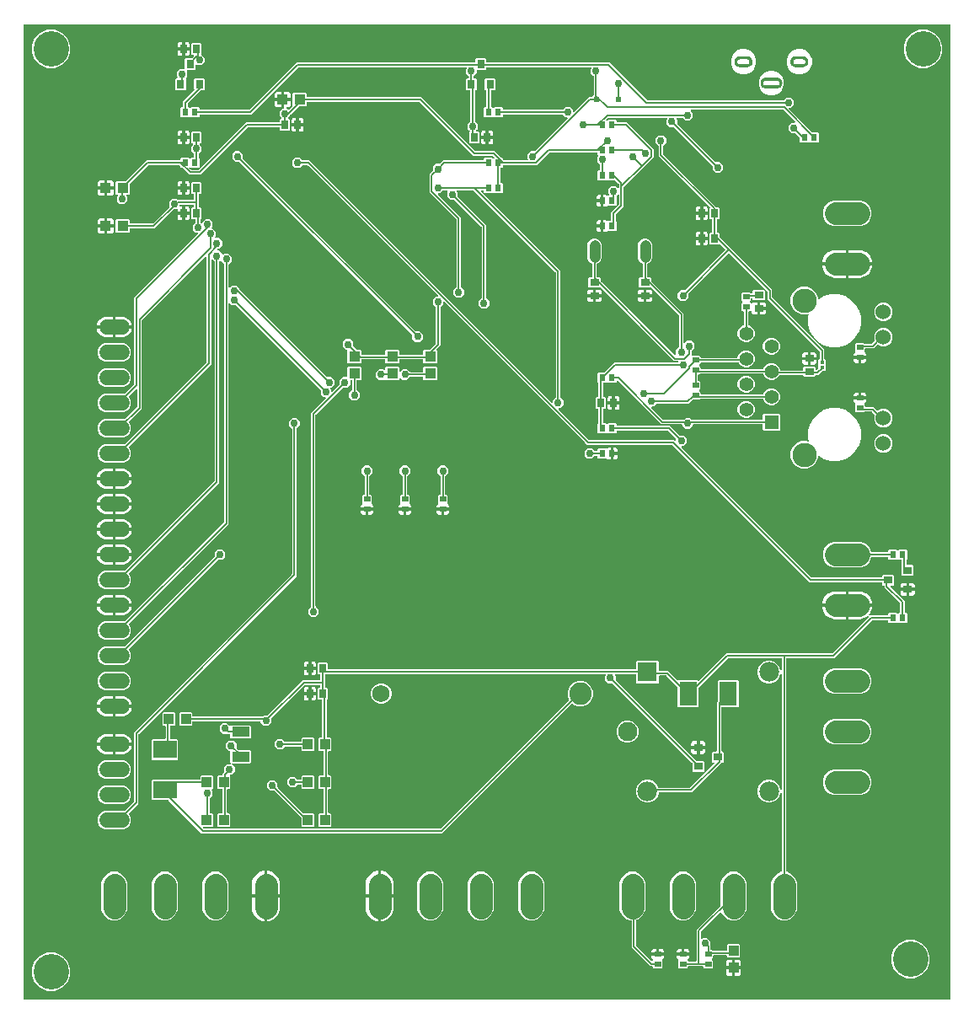
<source format=gbr>
G04 EAGLE Gerber RS-274X export*
G75*
%MOMM*%
%FSLAX34Y34*%
%LPD*%
%INBottom Copper*%
%IPPOS*%
%AMOC8*
5,1,8,0,0,1.08239X$1,22.5*%
G01*
%ADD10C,1.755000*%
%ADD11C,2.250000*%
%ADD12R,1.100000X1.000000*%
%ADD13R,0.700000X0.900000*%
%ADD14R,0.900000X0.700000*%
%ADD15R,1.000000X1.100000*%
%ADD16R,0.500000X0.500000*%
%ADD17R,2.400000X1.800000*%
%ADD18R,1.800000X2.400000*%
%ADD19C,2.286000*%
%ADD20R,1.398000X1.398000*%
%ADD21C,1.398000*%
%ADD22C,1.530000*%
%ADD23C,2.445000*%
%ADD24R,0.400000X0.380000*%
%ADD25R,0.800000X0.900000*%
%ADD26C,1.117600*%
%ADD27R,0.900000X0.800000*%
%ADD28R,1.800000X1.000000*%
%ADD29R,0.600000X0.700000*%
%ADD30R,0.700000X0.600000*%
%ADD31R,1.980000X1.980000*%
%ADD32C,1.935000*%
%ADD33C,1.980000*%
%ADD34C,1.524000*%
%ADD35C,0.152400*%
%ADD36C,0.756400*%
%ADD37C,3.556000*%

G36*
X941398Y10164D02*
X941398Y10164D01*
X941417Y10162D01*
X941519Y10184D01*
X941621Y10200D01*
X941638Y10210D01*
X941658Y10214D01*
X941747Y10267D01*
X941838Y10316D01*
X941852Y10330D01*
X941869Y10340D01*
X941936Y10419D01*
X942008Y10494D01*
X942016Y10512D01*
X942029Y10527D01*
X942068Y10623D01*
X942111Y10717D01*
X942113Y10737D01*
X942121Y10755D01*
X942139Y10922D01*
X942139Y989078D01*
X942136Y989098D01*
X942138Y989117D01*
X942116Y989219D01*
X942100Y989321D01*
X942090Y989338D01*
X942086Y989358D01*
X942033Y989447D01*
X941984Y989538D01*
X941970Y989552D01*
X941960Y989569D01*
X941881Y989636D01*
X941806Y989708D01*
X941788Y989716D01*
X941773Y989729D01*
X941677Y989768D01*
X941583Y989811D01*
X941563Y989813D01*
X941545Y989821D01*
X941378Y989839D01*
X10922Y989839D01*
X10902Y989836D01*
X10883Y989838D01*
X10781Y989816D01*
X10679Y989800D01*
X10662Y989790D01*
X10642Y989786D01*
X10553Y989733D01*
X10462Y989684D01*
X10448Y989670D01*
X10431Y989660D01*
X10364Y989581D01*
X10292Y989506D01*
X10284Y989488D01*
X10271Y989473D01*
X10232Y989377D01*
X10189Y989283D01*
X10187Y989263D01*
X10179Y989245D01*
X10161Y989078D01*
X10161Y10922D01*
X10164Y10902D01*
X10162Y10883D01*
X10184Y10781D01*
X10200Y10679D01*
X10210Y10662D01*
X10214Y10642D01*
X10267Y10553D01*
X10316Y10462D01*
X10330Y10448D01*
X10340Y10431D01*
X10419Y10364D01*
X10494Y10292D01*
X10512Y10284D01*
X10527Y10271D01*
X10623Y10232D01*
X10717Y10189D01*
X10737Y10187D01*
X10755Y10179D01*
X10922Y10161D01*
X941378Y10161D01*
X941398Y10164D01*
G37*
%LPC*%
G36*
X772123Y89915D02*
X772123Y89915D01*
X767362Y91888D01*
X763718Y95532D01*
X761745Y100293D01*
X761745Y128307D01*
X763718Y133068D01*
X767362Y136712D01*
X771943Y138610D01*
X772043Y138672D01*
X772143Y138732D01*
X772147Y138737D01*
X772152Y138740D01*
X772227Y138830D01*
X772303Y138919D01*
X772305Y138925D01*
X772309Y138929D01*
X772351Y139037D01*
X772395Y139147D01*
X772396Y139154D01*
X772397Y139159D01*
X772398Y139177D01*
X772413Y139314D01*
X772413Y216894D01*
X772398Y216990D01*
X772388Y217087D01*
X772378Y217111D01*
X772374Y217137D01*
X772328Y217223D01*
X772288Y217312D01*
X772271Y217331D01*
X772258Y217354D01*
X772188Y217421D01*
X772122Y217493D01*
X772099Y217506D01*
X772080Y217524D01*
X771992Y217565D01*
X771906Y217612D01*
X771881Y217616D01*
X771857Y217627D01*
X771760Y217638D01*
X771664Y217655D01*
X771638Y217651D01*
X771613Y217654D01*
X771517Y217634D01*
X771421Y217619D01*
X771398Y217608D01*
X771372Y217602D01*
X771289Y217552D01*
X771202Y217508D01*
X771183Y217489D01*
X771161Y217476D01*
X771098Y217402D01*
X771030Y217332D01*
X771014Y217304D01*
X771001Y217289D01*
X770989Y217258D01*
X770949Y217185D01*
X769185Y212928D01*
X765972Y209715D01*
X761773Y207975D01*
X757227Y207975D01*
X753028Y209715D01*
X749815Y212928D01*
X748075Y217127D01*
X748075Y221673D01*
X749815Y225872D01*
X753028Y229085D01*
X757227Y230825D01*
X761773Y230825D01*
X765972Y229085D01*
X769185Y225872D01*
X770949Y221615D01*
X771000Y221532D01*
X771046Y221446D01*
X771065Y221428D01*
X771078Y221406D01*
X771153Y221343D01*
X771224Y221276D01*
X771248Y221265D01*
X771268Y221249D01*
X771359Y221214D01*
X771447Y221173D01*
X771473Y221170D01*
X771497Y221161D01*
X771595Y221156D01*
X771691Y221146D01*
X771717Y221151D01*
X771743Y221150D01*
X771837Y221177D01*
X771932Y221198D01*
X771954Y221211D01*
X771979Y221219D01*
X772059Y221274D01*
X772143Y221324D01*
X772160Y221344D01*
X772181Y221359D01*
X772240Y221437D01*
X772303Y221511D01*
X772313Y221535D01*
X772328Y221556D01*
X772358Y221649D01*
X772395Y221739D01*
X772398Y221772D01*
X772404Y221790D01*
X772404Y221823D01*
X772413Y221906D01*
X772413Y336894D01*
X772398Y336990D01*
X772388Y337087D01*
X772378Y337111D01*
X772374Y337137D01*
X772328Y337223D01*
X772288Y337312D01*
X772271Y337331D01*
X772258Y337354D01*
X772188Y337421D01*
X772122Y337493D01*
X772099Y337506D01*
X772080Y337524D01*
X771992Y337565D01*
X771906Y337612D01*
X771881Y337616D01*
X771857Y337627D01*
X771760Y337638D01*
X771664Y337655D01*
X771638Y337651D01*
X771613Y337654D01*
X771517Y337634D01*
X771421Y337619D01*
X771398Y337608D01*
X771372Y337602D01*
X771289Y337552D01*
X771202Y337508D01*
X771183Y337489D01*
X771161Y337476D01*
X771098Y337402D01*
X771030Y337332D01*
X771014Y337304D01*
X771001Y337289D01*
X770989Y337258D01*
X770949Y337185D01*
X769185Y332928D01*
X765972Y329715D01*
X761773Y327975D01*
X757227Y327975D01*
X753028Y329715D01*
X749815Y332928D01*
X748075Y337127D01*
X748075Y341673D01*
X749815Y345872D01*
X753028Y349085D01*
X757227Y350825D01*
X761773Y350825D01*
X765972Y349085D01*
X769185Y345872D01*
X770949Y341615D01*
X771000Y341531D01*
X771046Y341446D01*
X771065Y341428D01*
X771078Y341406D01*
X771153Y341343D01*
X771224Y341276D01*
X771248Y341265D01*
X771268Y341249D01*
X771359Y341214D01*
X771447Y341173D01*
X771473Y341170D01*
X771497Y341161D01*
X771595Y341156D01*
X771691Y341146D01*
X771717Y341151D01*
X771743Y341150D01*
X771837Y341177D01*
X771932Y341198D01*
X771954Y341211D01*
X771979Y341219D01*
X772059Y341274D01*
X772143Y341324D01*
X772160Y341344D01*
X772181Y341359D01*
X772240Y341437D01*
X772303Y341511D01*
X772313Y341535D01*
X772328Y341556D01*
X772358Y341649D01*
X772395Y341739D01*
X772398Y341772D01*
X772404Y341790D01*
X772404Y341823D01*
X772413Y341906D01*
X772413Y352552D01*
X772410Y352572D01*
X772412Y352591D01*
X772390Y352693D01*
X772374Y352795D01*
X772364Y352812D01*
X772360Y352832D01*
X772307Y352921D01*
X772258Y353012D01*
X772244Y353026D01*
X772234Y353043D01*
X772155Y353110D01*
X772080Y353182D01*
X772062Y353190D01*
X772047Y353203D01*
X771951Y353242D01*
X771857Y353285D01*
X771837Y353287D01*
X771819Y353295D01*
X771652Y353313D01*
X718813Y353313D01*
X718722Y353299D01*
X718632Y353291D01*
X718602Y353279D01*
X718570Y353274D01*
X718489Y353231D01*
X718405Y353195D01*
X718373Y353169D01*
X718352Y353158D01*
X718330Y353135D01*
X718274Y353090D01*
X688998Y323814D01*
X688945Y323740D01*
X688885Y323670D01*
X688873Y323640D01*
X688854Y323614D01*
X688827Y323527D01*
X688793Y323442D01*
X688789Y323401D01*
X688782Y323379D01*
X688783Y323347D01*
X688775Y323275D01*
X688775Y304868D01*
X687882Y303975D01*
X668618Y303975D01*
X667725Y304868D01*
X667725Y324088D01*
X667711Y324178D01*
X667703Y324269D01*
X667691Y324299D01*
X667686Y324331D01*
X667643Y324411D01*
X667607Y324495D01*
X667581Y324527D01*
X667570Y324548D01*
X667547Y324570D01*
X667502Y324626D01*
X656501Y335628D01*
X656427Y335681D01*
X656357Y335740D01*
X656327Y335753D01*
X656301Y335771D01*
X656214Y335798D01*
X656129Y335832D01*
X656088Y335837D01*
X656066Y335844D01*
X656034Y335843D01*
X655962Y335851D01*
X649686Y335851D01*
X649666Y335848D01*
X649647Y335850D01*
X649545Y335828D01*
X649443Y335811D01*
X649426Y335802D01*
X649406Y335797D01*
X649317Y335744D01*
X649226Y335696D01*
X649212Y335682D01*
X649195Y335671D01*
X649128Y335593D01*
X649056Y335518D01*
X649048Y335500D01*
X649035Y335484D01*
X648996Y335388D01*
X648953Y335295D01*
X648951Y335275D01*
X648943Y335256D01*
X648925Y335090D01*
X648925Y328868D01*
X648032Y327975D01*
X626968Y327975D01*
X626075Y328868D01*
X626075Y336677D01*
X626072Y336697D01*
X626074Y336716D01*
X626052Y336818D01*
X626036Y336920D01*
X626026Y336937D01*
X626022Y336957D01*
X625969Y337046D01*
X625920Y337137D01*
X625906Y337151D01*
X625896Y337168D01*
X625817Y337235D01*
X625742Y337307D01*
X625724Y337315D01*
X625709Y337328D01*
X625613Y337367D01*
X625519Y337410D01*
X625499Y337412D01*
X625481Y337420D01*
X625314Y337438D01*
X605354Y337438D01*
X605284Y337427D01*
X605212Y337425D01*
X605163Y337407D01*
X605112Y337399D01*
X605048Y337365D01*
X604981Y337340D01*
X604940Y337308D01*
X604894Y337283D01*
X604845Y337231D01*
X604789Y337187D01*
X604761Y337143D01*
X604725Y337105D01*
X604695Y337040D01*
X604656Y336980D01*
X604643Y336929D01*
X604621Y336882D01*
X604613Y336811D01*
X604596Y336741D01*
X604600Y336689D01*
X604594Y336638D01*
X604609Y336567D01*
X604615Y336496D01*
X604635Y336448D01*
X604646Y336397D01*
X604683Y336336D01*
X604711Y336270D01*
X604756Y336214D01*
X604773Y336186D01*
X604790Y336171D01*
X604816Y336139D01*
X605382Y335573D01*
X605382Y331618D01*
X605396Y331527D01*
X605404Y331437D01*
X605416Y331407D01*
X605421Y331375D01*
X605464Y331294D01*
X605500Y331210D01*
X605526Y331178D01*
X605537Y331157D01*
X605560Y331135D01*
X605605Y331079D01*
X686436Y250248D01*
X686510Y250195D01*
X686580Y250135D01*
X686610Y250123D01*
X686636Y250104D01*
X686723Y250077D01*
X686808Y250043D01*
X686849Y250039D01*
X686871Y250032D01*
X686903Y250033D01*
X686975Y250025D01*
X693632Y250025D01*
X694525Y249132D01*
X694525Y239868D01*
X693632Y238975D01*
X683368Y238975D01*
X682475Y239868D01*
X682475Y247425D01*
X682461Y247516D01*
X682453Y247606D01*
X682441Y247636D01*
X682436Y247668D01*
X682393Y247749D01*
X682357Y247833D01*
X682331Y247865D01*
X682320Y247886D01*
X682297Y247908D01*
X682252Y247964D01*
X602371Y327845D01*
X602297Y327898D01*
X602227Y327958D01*
X602197Y327970D01*
X602171Y327989D01*
X602084Y328016D01*
X601999Y328050D01*
X601958Y328054D01*
X601936Y328061D01*
X601904Y328060D01*
X601832Y328068D01*
X597877Y328068D01*
X594768Y331177D01*
X594768Y335573D01*
X595334Y336139D01*
X595376Y336197D01*
X595425Y336249D01*
X595447Y336296D01*
X595477Y336338D01*
X595499Y336407D01*
X595529Y336472D01*
X595534Y336524D01*
X595550Y336574D01*
X595548Y336645D01*
X595556Y336716D01*
X595545Y336767D01*
X595543Y336819D01*
X595519Y336887D01*
X595504Y336957D01*
X595477Y337002D01*
X595459Y337050D01*
X595414Y337106D01*
X595377Y337168D01*
X595338Y337202D01*
X595305Y337242D01*
X595245Y337281D01*
X595190Y337328D01*
X595142Y337347D01*
X595098Y337375D01*
X595029Y337393D01*
X594962Y337420D01*
X594891Y337428D01*
X594860Y337436D01*
X594837Y337434D01*
X594796Y337438D01*
X316310Y337438D01*
X316220Y337424D01*
X316129Y337416D01*
X316099Y337404D01*
X316067Y337399D01*
X315986Y337356D01*
X315903Y337320D01*
X315870Y337294D01*
X315850Y337283D01*
X315828Y337260D01*
X315772Y337215D01*
X315432Y336875D01*
X314198Y336875D01*
X314178Y336872D01*
X314159Y336874D01*
X314057Y336852D01*
X313955Y336836D01*
X313938Y336826D01*
X313918Y336822D01*
X313829Y336769D01*
X313738Y336720D01*
X313724Y336706D01*
X313707Y336696D01*
X313640Y336617D01*
X313568Y336542D01*
X313560Y336524D01*
X313547Y336509D01*
X313508Y336413D01*
X313465Y336319D01*
X313463Y336299D01*
X313455Y336281D01*
X313437Y336114D01*
X313437Y324286D01*
X313440Y324266D01*
X313438Y324247D01*
X313460Y324145D01*
X313476Y324043D01*
X313486Y324026D01*
X313490Y324006D01*
X313543Y323917D01*
X313592Y323826D01*
X313606Y323812D01*
X313616Y323795D01*
X313695Y323728D01*
X313770Y323656D01*
X313788Y323648D01*
X313803Y323635D01*
X313899Y323596D01*
X313993Y323553D01*
X314013Y323551D01*
X314031Y323543D01*
X314198Y323525D01*
X315432Y323525D01*
X316325Y322632D01*
X316325Y312368D01*
X315247Y311291D01*
X315194Y311217D01*
X315135Y311147D01*
X315122Y311117D01*
X315104Y311091D01*
X315077Y311004D01*
X315043Y310919D01*
X315038Y310878D01*
X315031Y310856D01*
X315032Y310824D01*
X315024Y310753D01*
X315024Y274486D01*
X315027Y274466D01*
X315025Y274447D01*
X315047Y274345D01*
X315064Y274243D01*
X315073Y274226D01*
X315078Y274206D01*
X315131Y274117D01*
X315179Y274026D01*
X315193Y274012D01*
X315204Y273995D01*
X315282Y273928D01*
X315357Y273856D01*
X315375Y273848D01*
X315391Y273835D01*
X315487Y273796D01*
X315580Y273753D01*
X315600Y273751D01*
X315619Y273743D01*
X315785Y273725D01*
X318932Y273725D01*
X319825Y272832D01*
X319825Y260568D01*
X318932Y259675D01*
X317373Y259675D01*
X317353Y259672D01*
X317334Y259674D01*
X317232Y259652D01*
X317130Y259636D01*
X317113Y259626D01*
X317093Y259622D01*
X317004Y259569D01*
X316913Y259520D01*
X316899Y259506D01*
X316882Y259496D01*
X316815Y259417D01*
X316743Y259342D01*
X316735Y259324D01*
X316722Y259309D01*
X316683Y259213D01*
X316640Y259119D01*
X316638Y259099D01*
X316630Y259081D01*
X316612Y258914D01*
X316612Y236386D01*
X316615Y236366D01*
X316613Y236347D01*
X316635Y236245D01*
X316651Y236143D01*
X316661Y236126D01*
X316665Y236106D01*
X316718Y236017D01*
X316767Y235926D01*
X316781Y235912D01*
X316791Y235895D01*
X316870Y235828D01*
X316945Y235756D01*
X316963Y235748D01*
X316978Y235735D01*
X317074Y235696D01*
X317168Y235653D01*
X317188Y235651D01*
X317206Y235643D01*
X317373Y235625D01*
X318932Y235625D01*
X319825Y234732D01*
X319825Y222468D01*
X318932Y221575D01*
X317373Y221575D01*
X317353Y221572D01*
X317334Y221574D01*
X317232Y221552D01*
X317130Y221536D01*
X317113Y221526D01*
X317093Y221522D01*
X317004Y221469D01*
X316913Y221420D01*
X316899Y221406D01*
X316882Y221396D01*
X316815Y221317D01*
X316743Y221242D01*
X316735Y221224D01*
X316722Y221209D01*
X316683Y221113D01*
X316640Y221019D01*
X316638Y220999D01*
X316630Y220981D01*
X316612Y220814D01*
X316612Y198286D01*
X316615Y198266D01*
X316613Y198247D01*
X316635Y198145D01*
X316651Y198043D01*
X316661Y198026D01*
X316665Y198006D01*
X316718Y197917D01*
X316767Y197826D01*
X316781Y197812D01*
X316791Y197795D01*
X316870Y197728D01*
X316945Y197656D01*
X316963Y197648D01*
X316978Y197635D01*
X317074Y197596D01*
X317168Y197553D01*
X317188Y197551D01*
X317206Y197543D01*
X317373Y197525D01*
X318932Y197525D01*
X319825Y196632D01*
X319825Y184368D01*
X318932Y183475D01*
X307668Y183475D01*
X306775Y184368D01*
X306775Y196632D01*
X307668Y197525D01*
X311277Y197525D01*
X311297Y197528D01*
X311316Y197526D01*
X311418Y197548D01*
X311520Y197564D01*
X311537Y197574D01*
X311557Y197578D01*
X311646Y197631D01*
X311737Y197680D01*
X311751Y197694D01*
X311768Y197704D01*
X311835Y197783D01*
X311907Y197858D01*
X311915Y197876D01*
X311928Y197891D01*
X311967Y197987D01*
X312010Y198081D01*
X312012Y198101D01*
X312020Y198119D01*
X312038Y198286D01*
X312038Y220814D01*
X312035Y220834D01*
X312037Y220853D01*
X312015Y220955D01*
X311999Y221057D01*
X311989Y221074D01*
X311985Y221094D01*
X311932Y221183D01*
X311883Y221274D01*
X311869Y221288D01*
X311859Y221305D01*
X311780Y221372D01*
X311705Y221444D01*
X311687Y221452D01*
X311672Y221465D01*
X311576Y221504D01*
X311482Y221547D01*
X311462Y221549D01*
X311444Y221557D01*
X311277Y221575D01*
X307668Y221575D01*
X306775Y222468D01*
X306775Y234732D01*
X307668Y235625D01*
X311277Y235625D01*
X311297Y235628D01*
X311316Y235626D01*
X311418Y235648D01*
X311520Y235664D01*
X311537Y235674D01*
X311557Y235678D01*
X311646Y235731D01*
X311737Y235780D01*
X311751Y235794D01*
X311768Y235804D01*
X311835Y235883D01*
X311907Y235958D01*
X311915Y235976D01*
X311928Y235991D01*
X311967Y236087D01*
X312010Y236181D01*
X312012Y236201D01*
X312020Y236219D01*
X312038Y236386D01*
X312038Y258914D01*
X312035Y258934D01*
X312037Y258953D01*
X312015Y259055D01*
X311999Y259157D01*
X311989Y259174D01*
X311985Y259194D01*
X311932Y259283D01*
X311883Y259374D01*
X311869Y259388D01*
X311859Y259405D01*
X311780Y259472D01*
X311705Y259544D01*
X311687Y259552D01*
X311672Y259565D01*
X311576Y259604D01*
X311482Y259647D01*
X311462Y259649D01*
X311444Y259657D01*
X311277Y259675D01*
X307668Y259675D01*
X306775Y260568D01*
X306775Y272832D01*
X307668Y273725D01*
X309690Y273725D01*
X309709Y273728D01*
X309729Y273726D01*
X309830Y273748D01*
X309932Y273764D01*
X309950Y273774D01*
X309969Y273778D01*
X310058Y273831D01*
X310150Y273880D01*
X310163Y273894D01*
X310180Y273904D01*
X310248Y273983D01*
X310319Y274058D01*
X310327Y274076D01*
X310340Y274091D01*
X310379Y274187D01*
X310423Y274281D01*
X310425Y274301D01*
X310432Y274319D01*
X310451Y274486D01*
X310451Y310714D01*
X310448Y310734D01*
X310450Y310753D01*
X310428Y310854D01*
X310411Y310957D01*
X310402Y310974D01*
X310397Y310994D01*
X310344Y311083D01*
X310296Y311174D01*
X310282Y311188D01*
X310271Y311205D01*
X310193Y311272D01*
X310118Y311344D01*
X310100Y311352D01*
X310084Y311365D01*
X309988Y311404D01*
X309895Y311447D01*
X309875Y311449D01*
X309856Y311457D01*
X309690Y311475D01*
X307168Y311475D01*
X306275Y312368D01*
X306275Y322632D01*
X307168Y323525D01*
X308102Y323525D01*
X308122Y323528D01*
X308141Y323526D01*
X308243Y323548D01*
X308345Y323564D01*
X308362Y323574D01*
X308382Y323578D01*
X308471Y323631D01*
X308562Y323680D01*
X308576Y323694D01*
X308593Y323704D01*
X308660Y323783D01*
X308732Y323858D01*
X308740Y323876D01*
X308753Y323891D01*
X308792Y323987D01*
X308835Y324081D01*
X308837Y324101D01*
X308845Y324119D01*
X308863Y324286D01*
X308863Y325565D01*
X308860Y325584D01*
X308862Y325604D01*
X308840Y325705D01*
X308824Y325807D01*
X308814Y325825D01*
X308810Y325844D01*
X308757Y325933D01*
X308708Y326025D01*
X308694Y326038D01*
X308684Y326055D01*
X308605Y326123D01*
X308530Y326194D01*
X308512Y326202D01*
X308497Y326215D01*
X308401Y326254D01*
X308307Y326298D01*
X308287Y326300D01*
X308269Y326307D01*
X308102Y326326D01*
X293363Y326326D01*
X293272Y326311D01*
X293182Y326304D01*
X293152Y326291D01*
X293120Y326286D01*
X293039Y326243D01*
X292955Y326208D01*
X292923Y326182D01*
X292902Y326171D01*
X292880Y326148D01*
X292824Y326103D01*
X259530Y292808D01*
X259477Y292734D01*
X259417Y292665D01*
X259405Y292635D01*
X259386Y292609D01*
X259359Y292522D01*
X259325Y292437D01*
X259321Y292396D01*
X259314Y292373D01*
X259315Y292341D01*
X259307Y292270D01*
X259307Y288314D01*
X256198Y285206D01*
X251802Y285206D01*
X248693Y288314D01*
X248693Y289052D01*
X248690Y289072D01*
X248692Y289091D01*
X248670Y289193D01*
X248654Y289295D01*
X248644Y289312D01*
X248640Y289332D01*
X248587Y289421D01*
X248538Y289512D01*
X248524Y289526D01*
X248514Y289543D01*
X248435Y289610D01*
X248360Y289682D01*
X248342Y289690D01*
X248327Y289703D01*
X248231Y289742D01*
X248137Y289785D01*
X248117Y289787D01*
X248099Y289795D01*
X247932Y289813D01*
X180886Y289813D01*
X180866Y289810D01*
X180847Y289812D01*
X180745Y289790D01*
X180643Y289774D01*
X180626Y289764D01*
X180606Y289760D01*
X180517Y289707D01*
X180426Y289658D01*
X180412Y289644D01*
X180395Y289634D01*
X180328Y289555D01*
X180256Y289480D01*
X180248Y289462D01*
X180235Y289447D01*
X180196Y289351D01*
X180153Y289257D01*
X180151Y289237D01*
X180143Y289219D01*
X180125Y289052D01*
X180125Y285968D01*
X179232Y285075D01*
X167968Y285075D01*
X167075Y285968D01*
X167075Y298232D01*
X167968Y299125D01*
X179232Y299125D01*
X180125Y298232D01*
X180125Y295148D01*
X180128Y295128D01*
X180126Y295109D01*
X180148Y295007D01*
X180164Y294905D01*
X180174Y294888D01*
X180178Y294868D01*
X180231Y294779D01*
X180280Y294688D01*
X180294Y294674D01*
X180304Y294657D01*
X180383Y294590D01*
X180458Y294518D01*
X180476Y294510D01*
X180491Y294497D01*
X180587Y294458D01*
X180681Y294415D01*
X180701Y294413D01*
X180719Y294405D01*
X180886Y294387D01*
X250054Y294387D01*
X250144Y294401D01*
X250235Y294409D01*
X250265Y294421D01*
X250297Y294426D01*
X250377Y294469D01*
X250461Y294505D01*
X250493Y294531D01*
X250514Y294542D01*
X250536Y294565D01*
X250592Y294610D01*
X251802Y295819D01*
X255757Y295819D01*
X255848Y295834D01*
X255938Y295841D01*
X255968Y295854D01*
X256000Y295859D01*
X256081Y295902D01*
X256165Y295937D01*
X256197Y295963D01*
X256218Y295974D01*
X256240Y295997D01*
X256296Y296042D01*
X291153Y330899D01*
X308102Y330899D01*
X308122Y330902D01*
X308141Y330900D01*
X308243Y330922D01*
X308345Y330939D01*
X308362Y330948D01*
X308382Y330953D01*
X308471Y331006D01*
X308562Y331054D01*
X308576Y331068D01*
X308593Y331079D01*
X308660Y331157D01*
X308732Y331232D01*
X308740Y331250D01*
X308753Y331266D01*
X308792Y331362D01*
X308835Y331455D01*
X308837Y331475D01*
X308845Y331494D01*
X308863Y331660D01*
X308863Y336114D01*
X308860Y336134D01*
X308862Y336153D01*
X308840Y336255D01*
X308824Y336357D01*
X308814Y336374D01*
X308810Y336394D01*
X308757Y336483D01*
X308708Y336574D01*
X308694Y336588D01*
X308684Y336605D01*
X308605Y336672D01*
X308530Y336744D01*
X308512Y336752D01*
X308497Y336765D01*
X308401Y336804D01*
X308307Y336847D01*
X308287Y336849D01*
X308269Y336857D01*
X308102Y336875D01*
X307168Y336875D01*
X306275Y337768D01*
X306275Y348032D01*
X307168Y348925D01*
X315432Y348925D01*
X316325Y348032D01*
X316325Y342773D01*
X316328Y342753D01*
X316326Y342734D01*
X316348Y342632D01*
X316364Y342530D01*
X316374Y342513D01*
X316378Y342493D01*
X316431Y342404D01*
X316480Y342313D01*
X316494Y342299D01*
X316504Y342282D01*
X316583Y342215D01*
X316658Y342143D01*
X316676Y342135D01*
X316691Y342122D01*
X316787Y342083D01*
X316881Y342040D01*
X316901Y342038D01*
X316919Y342030D01*
X317086Y342012D01*
X625314Y342012D01*
X625334Y342015D01*
X625353Y342013D01*
X625455Y342035D01*
X625557Y342051D01*
X625574Y342061D01*
X625594Y342065D01*
X625683Y342118D01*
X625774Y342167D01*
X625788Y342181D01*
X625805Y342191D01*
X625872Y342270D01*
X625944Y342345D01*
X625952Y342363D01*
X625965Y342378D01*
X626004Y342474D01*
X626047Y342568D01*
X626049Y342588D01*
X626057Y342606D01*
X626075Y342773D01*
X626075Y349932D01*
X626968Y350825D01*
X648032Y350825D01*
X648925Y349932D01*
X648925Y341185D01*
X648928Y341166D01*
X648926Y341146D01*
X648948Y341045D01*
X648964Y340943D01*
X648974Y340925D01*
X648978Y340906D01*
X649031Y340817D01*
X649080Y340725D01*
X649094Y340712D01*
X649104Y340695D01*
X649183Y340627D01*
X649258Y340556D01*
X649276Y340548D01*
X649291Y340535D01*
X649387Y340496D01*
X649481Y340452D01*
X649501Y340450D01*
X649519Y340443D01*
X649686Y340424D01*
X658172Y340424D01*
X667557Y331040D01*
X667573Y331028D01*
X667585Y331012D01*
X667673Y330956D01*
X667757Y330896D01*
X667776Y330890D01*
X667792Y330879D01*
X667893Y330854D01*
X667992Y330824D01*
X668012Y330824D01*
X668031Y330819D01*
X668134Y330827D01*
X668238Y330830D01*
X668256Y330837D01*
X668276Y330839D01*
X668371Y330879D01*
X668469Y330915D01*
X668484Y330927D01*
X668502Y330935D01*
X668615Y331025D01*
X687882Y331025D01*
X688273Y330633D01*
X688289Y330622D01*
X688302Y330606D01*
X688389Y330550D01*
X688473Y330490D01*
X688492Y330484D01*
X688508Y330473D01*
X688609Y330448D01*
X688708Y330417D01*
X688728Y330418D01*
X688747Y330413D01*
X688850Y330421D01*
X688954Y330424D01*
X688972Y330431D01*
X688992Y330432D01*
X689087Y330473D01*
X689185Y330508D01*
X689200Y330521D01*
X689218Y330529D01*
X689349Y330633D01*
X716603Y357887D01*
X822650Y357887D01*
X822740Y357901D01*
X822831Y357909D01*
X822861Y357921D01*
X822893Y357926D01*
X822973Y357969D01*
X823057Y358005D01*
X823089Y358031D01*
X823110Y358042D01*
X823132Y358065D01*
X823188Y358110D01*
X859538Y394460D01*
X859576Y394512D01*
X859621Y394557D01*
X859647Y394611D01*
X859682Y394660D01*
X859701Y394720D01*
X859729Y394778D01*
X859737Y394837D01*
X859754Y394895D01*
X859753Y394958D01*
X859761Y395022D01*
X859749Y395081D01*
X859748Y395140D01*
X859726Y395201D01*
X859714Y395263D01*
X859684Y395315D01*
X859663Y395371D01*
X859623Y395421D01*
X859592Y395477D01*
X859547Y395517D01*
X859510Y395564D01*
X859456Y395598D01*
X859408Y395641D01*
X859353Y395664D01*
X859303Y395697D01*
X859241Y395712D01*
X859182Y395737D01*
X859122Y395742D01*
X859064Y395757D01*
X859001Y395752D01*
X858937Y395757D01*
X858879Y395742D01*
X858819Y395737D01*
X858760Y395712D01*
X858698Y395697D01*
X858623Y395654D01*
X858593Y395641D01*
X858574Y395626D01*
X858553Y395614D01*
X856952Y394451D01*
X854993Y393453D01*
X852901Y392773D01*
X850730Y392429D01*
X839723Y392429D01*
X839723Y404877D01*
X863534Y404877D01*
X863257Y403129D01*
X862577Y401037D01*
X861579Y399078D01*
X860286Y397299D01*
X860274Y397286D01*
X860232Y397228D01*
X860183Y397176D01*
X860161Y397129D01*
X860130Y397087D01*
X860109Y397018D01*
X860079Y396953D01*
X860073Y396901D01*
X860058Y396852D01*
X860060Y396780D01*
X860052Y396709D01*
X860063Y396658D01*
X860064Y396606D01*
X860089Y396538D01*
X860104Y396468D01*
X860131Y396424D01*
X860149Y396375D01*
X860194Y396319D01*
X860230Y396257D01*
X860270Y396223D01*
X860302Y396183D01*
X860363Y396144D01*
X860417Y396097D01*
X860466Y396078D01*
X860509Y396050D01*
X860579Y396032D01*
X860645Y396005D01*
X860716Y395997D01*
X860748Y395989D01*
X860771Y395991D01*
X860812Y395987D01*
X878714Y395987D01*
X878734Y395990D01*
X878753Y395988D01*
X878855Y396010D01*
X878957Y396026D01*
X878974Y396036D01*
X878994Y396040D01*
X879083Y396093D01*
X879174Y396142D01*
X879188Y396156D01*
X879205Y396166D01*
X879272Y396245D01*
X879344Y396320D01*
X879352Y396338D01*
X879365Y396353D01*
X879404Y396449D01*
X879447Y396543D01*
X879449Y396563D01*
X879457Y396581D01*
X879475Y396748D01*
X879475Y397832D01*
X880368Y398725D01*
X887632Y398725D01*
X888462Y397895D01*
X888478Y397883D01*
X888490Y397867D01*
X888578Y397811D01*
X888661Y397751D01*
X888680Y397745D01*
X888697Y397734D01*
X888798Y397709D01*
X888897Y397679D01*
X888916Y397679D01*
X888936Y397674D01*
X889039Y397682D01*
X889142Y397685D01*
X889161Y397692D01*
X889181Y397693D01*
X889276Y397734D01*
X889373Y397769D01*
X889389Y397782D01*
X889407Y397790D01*
X889538Y397895D01*
X890368Y398725D01*
X890715Y398725D01*
X890734Y398728D01*
X890754Y398726D01*
X890855Y398748D01*
X890957Y398764D01*
X890975Y398774D01*
X890994Y398778D01*
X891083Y398831D01*
X891175Y398880D01*
X891188Y398894D01*
X891205Y398904D01*
X891273Y398983D01*
X891344Y399058D01*
X891352Y399076D01*
X891365Y399091D01*
X891404Y399187D01*
X891448Y399281D01*
X891450Y399301D01*
X891457Y399319D01*
X891476Y399486D01*
X891476Y408312D01*
X891474Y408325D01*
X891475Y408334D01*
X891465Y408380D01*
X891461Y408403D01*
X891454Y408493D01*
X891441Y408523D01*
X891436Y408555D01*
X891393Y408636D01*
X891358Y408720D01*
X891332Y408752D01*
X891321Y408773D01*
X891298Y408795D01*
X891253Y408851D01*
X875601Y424503D01*
X875601Y425514D01*
X875598Y425534D01*
X875600Y425553D01*
X875578Y425655D01*
X875561Y425757D01*
X875552Y425774D01*
X875547Y425794D01*
X875494Y425883D01*
X875446Y425974D01*
X875432Y425988D01*
X875421Y426005D01*
X875343Y426072D01*
X875268Y426144D01*
X875250Y426152D01*
X875234Y426165D01*
X875138Y426204D01*
X875045Y426247D01*
X875025Y426249D01*
X875006Y426257D01*
X874840Y426275D01*
X873868Y426275D01*
X872975Y427168D01*
X872975Y428752D01*
X872972Y428772D01*
X872974Y428791D01*
X872952Y428893D01*
X872936Y428995D01*
X872926Y429012D01*
X872922Y429032D01*
X872869Y429121D01*
X872820Y429212D01*
X872806Y429226D01*
X872796Y429243D01*
X872717Y429310D01*
X872642Y429382D01*
X872624Y429390D01*
X872609Y429403D01*
X872513Y429442D01*
X872419Y429485D01*
X872399Y429487D01*
X872381Y429495D01*
X872214Y429513D01*
X800740Y429513D01*
X662851Y567403D01*
X662777Y567456D01*
X662707Y567515D01*
X662677Y567528D01*
X662651Y567546D01*
X662564Y567573D01*
X662479Y567607D01*
X662438Y567612D01*
X662416Y567619D01*
X662384Y567618D01*
X662312Y567626D01*
X576903Y567626D01*
X575340Y569188D01*
X433644Y710885D01*
X433586Y710927D01*
X433534Y710976D01*
X433486Y710998D01*
X433444Y711028D01*
X433376Y711049D01*
X433310Y711080D01*
X433259Y711085D01*
X433209Y711101D01*
X433137Y711099D01*
X433066Y711107D01*
X433015Y711096D01*
X432963Y711094D01*
X432896Y711070D01*
X432826Y711055D01*
X432781Y711028D01*
X432732Y711010D01*
X432676Y710965D01*
X432615Y710928D01*
X432581Y710889D01*
X432540Y710856D01*
X432501Y710796D01*
X432455Y710741D01*
X432435Y710693D01*
X432407Y710649D01*
X432390Y710580D01*
X432363Y710513D01*
X432355Y710442D01*
X432347Y710411D01*
X432349Y710387D01*
X432344Y710347D01*
X432344Y709002D01*
X429547Y706205D01*
X429494Y706131D01*
X429435Y706061D01*
X429422Y706031D01*
X429404Y706005D01*
X429377Y705918D01*
X429343Y705833D01*
X429338Y705792D01*
X429331Y705770D01*
X429332Y705738D01*
X429324Y705667D01*
X429324Y667390D01*
X425483Y663549D01*
X425472Y663533D01*
X425456Y663521D01*
X425400Y663434D01*
X425340Y663350D01*
X425334Y663331D01*
X425323Y663314D01*
X425298Y663213D01*
X425267Y663115D01*
X425268Y663095D01*
X425263Y663075D01*
X425271Y662972D01*
X425274Y662869D01*
X425281Y662850D01*
X425282Y662830D01*
X425323Y662735D01*
X425358Y662638D01*
X425371Y662622D01*
X425379Y662604D01*
X425483Y662473D01*
X426125Y661832D01*
X426125Y650568D01*
X425232Y649675D01*
X412968Y649675D01*
X412075Y650568D01*
X412075Y652590D01*
X412072Y652609D01*
X412074Y652629D01*
X412052Y652730D01*
X412036Y652832D01*
X412026Y652850D01*
X412022Y652869D01*
X411969Y652958D01*
X411920Y653050D01*
X411906Y653063D01*
X411896Y653080D01*
X411817Y653148D01*
X411742Y653219D01*
X411724Y653227D01*
X411709Y653240D01*
X411613Y653279D01*
X411519Y653323D01*
X411499Y653325D01*
X411481Y653332D01*
X411314Y653351D01*
X388786Y653351D01*
X388766Y653348D01*
X388747Y653350D01*
X388645Y653328D01*
X388543Y653311D01*
X388526Y653302D01*
X388506Y653297D01*
X388417Y653244D01*
X388326Y653196D01*
X388312Y653182D01*
X388295Y653171D01*
X388228Y653093D01*
X388156Y653018D01*
X388148Y653000D01*
X388135Y652984D01*
X388096Y652888D01*
X388053Y652795D01*
X388051Y652775D01*
X388043Y652756D01*
X388025Y652590D01*
X388025Y650568D01*
X387132Y649675D01*
X374868Y649675D01*
X373975Y650568D01*
X373975Y652590D01*
X373972Y652609D01*
X373974Y652629D01*
X373952Y652730D01*
X373936Y652832D01*
X373926Y652850D01*
X373922Y652869D01*
X373869Y652958D01*
X373820Y653050D01*
X373806Y653063D01*
X373796Y653080D01*
X373717Y653148D01*
X373642Y653219D01*
X373624Y653227D01*
X373609Y653240D01*
X373513Y653279D01*
X373419Y653323D01*
X373399Y653325D01*
X373381Y653332D01*
X373214Y653351D01*
X350686Y653351D01*
X350666Y653348D01*
X350647Y653350D01*
X350545Y653328D01*
X350443Y653311D01*
X350426Y653302D01*
X350406Y653297D01*
X350317Y653244D01*
X350226Y653196D01*
X350212Y653182D01*
X350195Y653171D01*
X350128Y653093D01*
X350056Y653018D01*
X350048Y653000D01*
X350035Y652984D01*
X349996Y652888D01*
X349953Y652795D01*
X349951Y652775D01*
X349943Y652756D01*
X349925Y652590D01*
X349925Y650568D01*
X349032Y649675D01*
X336768Y649675D01*
X335875Y650568D01*
X335875Y661861D01*
X335888Y661889D01*
X335918Y661931D01*
X335940Y661999D01*
X335970Y662065D01*
X335976Y662116D01*
X335991Y662166D01*
X335989Y662238D01*
X335997Y662309D01*
X335986Y662360D01*
X335984Y662412D01*
X335960Y662479D01*
X335945Y662549D01*
X335918Y662594D01*
X335900Y662643D01*
X335855Y662699D01*
X335818Y662760D01*
X335779Y662794D01*
X335746Y662835D01*
X335686Y662874D01*
X335632Y662920D01*
X335583Y662940D01*
X335540Y662968D01*
X335470Y662985D01*
X335403Y663012D01*
X335332Y663020D01*
X335301Y663028D01*
X335278Y663026D01*
X335237Y663031D01*
X334352Y663031D01*
X331243Y666139D01*
X331243Y670536D01*
X334352Y673644D01*
X338748Y673644D01*
X341857Y670536D01*
X341857Y666580D01*
X341871Y666490D01*
X341879Y666399D01*
X341891Y666369D01*
X341896Y666337D01*
X341939Y666257D01*
X341975Y666173D01*
X342001Y666141D01*
X342012Y666120D01*
X342035Y666098D01*
X342080Y666042D01*
X345174Y662948D01*
X345248Y662895D01*
X345317Y662835D01*
X345347Y662823D01*
X345373Y662804D01*
X345460Y662777D01*
X345545Y662743D01*
X345586Y662739D01*
X345609Y662732D01*
X345641Y662733D01*
X345712Y662725D01*
X349032Y662725D01*
X349925Y661832D01*
X349925Y658685D01*
X349928Y658666D01*
X349926Y658646D01*
X349948Y658545D01*
X349964Y658443D01*
X349974Y658425D01*
X349978Y658406D01*
X350031Y658317D01*
X350080Y658225D01*
X350094Y658212D01*
X350104Y658195D01*
X350183Y658127D01*
X350258Y658056D01*
X350276Y658048D01*
X350291Y658035D01*
X350387Y657996D01*
X350481Y657952D01*
X350501Y657950D01*
X350519Y657943D01*
X350686Y657924D01*
X373214Y657924D01*
X373234Y657927D01*
X373253Y657925D01*
X373355Y657947D01*
X373457Y657964D01*
X373474Y657973D01*
X373494Y657978D01*
X373583Y658031D01*
X373674Y658079D01*
X373688Y658093D01*
X373705Y658104D01*
X373772Y658182D01*
X373844Y658257D01*
X373852Y658275D01*
X373865Y658291D01*
X373904Y658387D01*
X373947Y658480D01*
X373949Y658500D01*
X373957Y658519D01*
X373975Y658685D01*
X373975Y661832D01*
X374868Y662725D01*
X387132Y662725D01*
X388025Y661832D01*
X388025Y658685D01*
X388028Y658666D01*
X388026Y658646D01*
X388048Y658545D01*
X388064Y658443D01*
X388074Y658425D01*
X388078Y658406D01*
X388131Y658317D01*
X388180Y658225D01*
X388194Y658212D01*
X388204Y658195D01*
X388283Y658127D01*
X388358Y658056D01*
X388376Y658048D01*
X388391Y658035D01*
X388487Y657996D01*
X388581Y657952D01*
X388601Y657950D01*
X388619Y657943D01*
X388786Y657924D01*
X411314Y657924D01*
X411334Y657927D01*
X411353Y657925D01*
X411455Y657947D01*
X411557Y657964D01*
X411574Y657973D01*
X411594Y657978D01*
X411683Y658031D01*
X411774Y658079D01*
X411788Y658093D01*
X411805Y658104D01*
X411872Y658182D01*
X411944Y658257D01*
X411952Y658275D01*
X411965Y658291D01*
X412004Y658387D01*
X412047Y658480D01*
X412049Y658500D01*
X412057Y658519D01*
X412075Y658685D01*
X412075Y661832D01*
X412968Y662725D01*
X417875Y662725D01*
X417966Y662739D01*
X418056Y662747D01*
X418086Y662759D01*
X418118Y662764D01*
X418199Y662807D01*
X418283Y662843D01*
X418315Y662869D01*
X418336Y662880D01*
X418358Y662903D01*
X418414Y662948D01*
X424528Y669062D01*
X424581Y669136D01*
X424640Y669205D01*
X424653Y669235D01*
X424671Y669261D01*
X424698Y669348D01*
X424732Y669433D01*
X424737Y669474D01*
X424744Y669497D01*
X424743Y669529D01*
X424751Y669600D01*
X424751Y705667D01*
X424736Y705757D01*
X424729Y705848D01*
X424716Y705877D01*
X424711Y705909D01*
X424668Y705990D01*
X424633Y706074D01*
X424607Y706106D01*
X424596Y706127D01*
X424573Y706149D01*
X424528Y706205D01*
X421731Y709002D01*
X421731Y713398D01*
X424839Y716507D01*
X426184Y716507D01*
X426255Y716518D01*
X426326Y716520D01*
X426375Y716538D01*
X426427Y716546D01*
X426490Y716580D01*
X426557Y716605D01*
X426598Y716637D01*
X426644Y716662D01*
X426694Y716714D01*
X426750Y716758D01*
X426778Y716802D01*
X426814Y716840D01*
X426844Y716905D01*
X426883Y716965D01*
X426895Y717016D01*
X426917Y717063D01*
X426925Y717134D01*
X426943Y717204D01*
X426939Y717256D01*
X426944Y717307D01*
X426929Y717378D01*
X426923Y717449D01*
X426903Y717497D01*
X426892Y717548D01*
X426855Y717609D01*
X426827Y717675D01*
X426782Y717731D01*
X426766Y717759D01*
X426748Y717774D01*
X426722Y717806D01*
X296138Y848390D01*
X296064Y848443D01*
X295995Y848503D01*
X295965Y848515D01*
X295939Y848534D01*
X295852Y848561D01*
X295767Y848595D01*
X295726Y848599D01*
X295703Y848606D01*
X295671Y848605D01*
X295600Y848613D01*
X291283Y848613D01*
X291193Y848599D01*
X291102Y848591D01*
X291073Y848579D01*
X291041Y848574D01*
X290960Y848531D01*
X290876Y848495D01*
X290844Y848469D01*
X290823Y848458D01*
X290801Y848435D01*
X290745Y848390D01*
X287948Y845593D01*
X283552Y845593D01*
X280443Y848702D01*
X280443Y853098D01*
X283552Y856207D01*
X287948Y856207D01*
X290745Y853410D01*
X290819Y853357D01*
X290889Y853297D01*
X290919Y853285D01*
X290945Y853266D01*
X291032Y853239D01*
X291117Y853205D01*
X291158Y853201D01*
X291180Y853194D01*
X291212Y853195D01*
X291283Y853187D01*
X297810Y853187D01*
X541081Y609915D01*
X541139Y609873D01*
X541191Y609824D01*
X541239Y609802D01*
X541281Y609772D01*
X541349Y609751D01*
X541415Y609720D01*
X541466Y609715D01*
X541516Y609699D01*
X541588Y609701D01*
X541659Y609693D01*
X541710Y609704D01*
X541762Y609706D01*
X541829Y609730D01*
X541899Y609745D01*
X541944Y609772D01*
X541993Y609790D01*
X542049Y609835D01*
X542110Y609872D01*
X542144Y609911D01*
X542185Y609944D01*
X542224Y610004D01*
X542270Y610059D01*
X542290Y610107D01*
X542318Y610151D01*
X542335Y610220D01*
X542362Y610287D01*
X542370Y610358D01*
X542378Y610389D01*
X542376Y610413D01*
X542381Y610453D01*
X542381Y611798D01*
X545178Y614595D01*
X545231Y614669D01*
X545290Y614739D01*
X545302Y614769D01*
X545321Y614795D01*
X545348Y614882D01*
X545382Y614967D01*
X545387Y615008D01*
X545394Y615030D01*
X545393Y615062D01*
X545401Y615133D01*
X545401Y740100D01*
X545386Y740190D01*
X545379Y740281D01*
X545366Y740311D01*
X545361Y740343D01*
X545318Y740423D01*
X545283Y740507D01*
X545257Y740539D01*
X545246Y740560D01*
X545223Y740582D01*
X545178Y740638D01*
X462826Y822990D01*
X462752Y823043D01*
X462682Y823103D01*
X462652Y823115D01*
X462626Y823134D01*
X462539Y823161D01*
X462454Y823195D01*
X462413Y823199D01*
X462391Y823206D01*
X462359Y823205D01*
X462287Y823213D01*
X446604Y823213D01*
X446534Y823202D01*
X446462Y823200D01*
X446413Y823182D01*
X446362Y823174D01*
X446298Y823140D01*
X446231Y823115D01*
X446190Y823083D01*
X446144Y823058D01*
X446095Y823006D01*
X446039Y822962D01*
X446011Y822918D01*
X445975Y822880D01*
X445945Y822815D01*
X445906Y822755D01*
X445893Y822704D01*
X445871Y822657D01*
X445863Y822586D01*
X445846Y822516D01*
X445850Y822464D01*
X445844Y822413D01*
X445859Y822342D01*
X445865Y822271D01*
X445885Y822223D01*
X445896Y822172D01*
X445933Y822111D01*
X445961Y822045D01*
X446006Y821989D01*
X446023Y821961D01*
X446040Y821946D01*
X446066Y821914D01*
X446632Y821348D01*
X446632Y817393D01*
X446646Y817302D01*
X446654Y817212D01*
X446666Y817182D01*
X446671Y817150D01*
X446714Y817069D01*
X446750Y816985D01*
X446776Y816953D01*
X446787Y816932D01*
X446810Y816910D01*
X446855Y816854D01*
X475362Y788347D01*
X475362Y715146D01*
X475376Y715056D01*
X475384Y714965D01*
X475396Y714935D01*
X475401Y714903D01*
X475444Y714823D01*
X475480Y714739D01*
X475506Y714707D01*
X475517Y714686D01*
X475540Y714664D01*
X475585Y714608D01*
X478382Y711811D01*
X478382Y707414D01*
X475273Y704306D01*
X470877Y704306D01*
X467768Y707414D01*
X467768Y711811D01*
X470565Y714608D01*
X470618Y714682D01*
X470678Y714751D01*
X470690Y714781D01*
X470709Y714807D01*
X470736Y714894D01*
X470770Y714979D01*
X470774Y715020D01*
X470781Y715042D01*
X470780Y715075D01*
X470788Y715146D01*
X470788Y786137D01*
X470774Y786228D01*
X470766Y786318D01*
X470754Y786348D01*
X470749Y786380D01*
X470706Y786461D01*
X470670Y786545D01*
X470644Y786577D01*
X470633Y786598D01*
X470610Y786620D01*
X470565Y786676D01*
X443621Y813620D01*
X443547Y813673D01*
X443477Y813733D01*
X443447Y813745D01*
X443421Y813764D01*
X443334Y813791D01*
X443249Y813825D01*
X443208Y813829D01*
X443186Y813836D01*
X443154Y813835D01*
X443082Y813843D01*
X439127Y813843D01*
X436018Y816952D01*
X436018Y821348D01*
X436584Y821914D01*
X436626Y821972D01*
X436675Y822024D01*
X436697Y822071D01*
X436727Y822113D01*
X436749Y822182D01*
X436779Y822247D01*
X436784Y822299D01*
X436800Y822349D01*
X436798Y822420D01*
X436806Y822491D01*
X436795Y822542D01*
X436793Y822594D01*
X436769Y822662D01*
X436754Y822732D01*
X436727Y822777D01*
X436709Y822825D01*
X436664Y822881D01*
X436627Y822943D01*
X436588Y822977D01*
X436555Y823017D01*
X436495Y823056D01*
X436440Y823103D01*
X436392Y823122D01*
X436348Y823150D01*
X436279Y823168D01*
X436212Y823195D01*
X436141Y823203D01*
X436110Y823211D01*
X436087Y823209D01*
X436046Y823213D01*
X432571Y823213D01*
X432481Y823199D01*
X432390Y823191D01*
X432360Y823179D01*
X432328Y823174D01*
X432248Y823131D01*
X432164Y823095D01*
X432132Y823069D01*
X432111Y823058D01*
X432089Y823035D01*
X432033Y822990D01*
X429236Y820193D01*
X427891Y820193D01*
X427820Y820182D01*
X427749Y820180D01*
X427700Y820162D01*
X427648Y820154D01*
X427585Y820120D01*
X427518Y820095D01*
X427477Y820063D01*
X427431Y820038D01*
X427381Y819986D01*
X427325Y819942D01*
X427297Y819898D01*
X427261Y819860D01*
X427231Y819795D01*
X427192Y819735D01*
X427180Y819684D01*
X427158Y819637D01*
X427150Y819566D01*
X427132Y819496D01*
X427136Y819444D01*
X427131Y819393D01*
X427146Y819322D01*
X427152Y819251D01*
X427172Y819203D01*
X427183Y819152D01*
X427220Y819091D01*
X427248Y819025D01*
X427293Y818969D01*
X427309Y818941D01*
X427327Y818926D01*
X427353Y818894D01*
X449962Y796285D01*
X449962Y726258D01*
X449976Y726168D01*
X449984Y726077D01*
X449996Y726048D01*
X450001Y726016D01*
X450044Y725935D01*
X450080Y725851D01*
X450106Y725819D01*
X450117Y725798D01*
X450140Y725776D01*
X450185Y725720D01*
X452982Y722923D01*
X452982Y718527D01*
X449873Y715418D01*
X445477Y715418D01*
X442368Y718527D01*
X442368Y722923D01*
X445165Y725720D01*
X445218Y725794D01*
X445278Y725864D01*
X445290Y725894D01*
X445309Y725920D01*
X445336Y726007D01*
X445370Y726092D01*
X445374Y726133D01*
X445381Y726155D01*
X445380Y726187D01*
X445388Y726258D01*
X445388Y794075D01*
X445374Y794165D01*
X445366Y794256D01*
X445354Y794286D01*
X445349Y794318D01*
X445306Y794398D01*
X445270Y794482D01*
X445244Y794514D01*
X445233Y794535D01*
X445210Y794557D01*
X445165Y794613D01*
X418401Y821378D01*
X418401Y839147D01*
X421508Y842254D01*
X421561Y842328D01*
X421620Y842398D01*
X421633Y842428D01*
X421651Y842454D01*
X421678Y842541D01*
X421712Y842626D01*
X421717Y842667D01*
X421724Y842689D01*
X421723Y842721D01*
X421731Y842793D01*
X421731Y846748D01*
X424839Y849857D01*
X428795Y849857D01*
X428885Y849871D01*
X428976Y849879D01*
X429006Y849891D01*
X429038Y849896D01*
X429118Y849939D01*
X429202Y849975D01*
X429234Y850001D01*
X429255Y850012D01*
X429277Y850035D01*
X429333Y850080D01*
X432440Y853187D01*
X472314Y853187D01*
X472334Y853190D01*
X472353Y853188D01*
X472455Y853210D01*
X472557Y853226D01*
X472574Y853236D01*
X472594Y853240D01*
X472683Y853293D01*
X472774Y853342D01*
X472788Y853356D01*
X472805Y853366D01*
X472872Y853445D01*
X472944Y853520D01*
X472952Y853538D01*
X472965Y853553D01*
X473004Y853649D01*
X473047Y853743D01*
X473049Y853763D01*
X473057Y853781D01*
X473075Y853948D01*
X473075Y855032D01*
X473968Y855925D01*
X481232Y855925D01*
X482062Y855095D01*
X482078Y855083D01*
X482090Y855067D01*
X482178Y855011D01*
X482261Y854951D01*
X482280Y854945D01*
X482297Y854934D01*
X482398Y854909D01*
X482497Y854879D01*
X482516Y854879D01*
X482536Y854874D01*
X482639Y854882D01*
X482742Y854885D01*
X482761Y854892D01*
X482781Y854893D01*
X482876Y854934D01*
X482973Y854969D01*
X482989Y854982D01*
X483007Y854990D01*
X483138Y855095D01*
X483379Y855335D01*
X483391Y855352D01*
X483406Y855364D01*
X483462Y855451D01*
X483523Y855535D01*
X483528Y855554D01*
X483539Y855571D01*
X483565Y855671D01*
X483595Y855770D01*
X483594Y855790D01*
X483599Y855809D01*
X483591Y855912D01*
X483589Y856016D01*
X483582Y856035D01*
X483580Y856055D01*
X483540Y856149D01*
X483504Y856247D01*
X483492Y856263D01*
X483484Y856281D01*
X483379Y856412D01*
X481876Y857915D01*
X481802Y857968D01*
X481732Y858028D01*
X481702Y858040D01*
X481676Y858059D01*
X481589Y858086D01*
X481504Y858120D01*
X481463Y858124D01*
X481441Y858131D01*
X481409Y858130D01*
X481337Y858138D01*
X462603Y858138D01*
X408851Y911890D01*
X408777Y911943D01*
X408707Y912003D01*
X408677Y912015D01*
X408651Y912034D01*
X408564Y912061D01*
X408479Y912095D01*
X408438Y912099D01*
X408416Y912106D01*
X408384Y912105D01*
X408312Y912113D01*
X295686Y912113D01*
X295666Y912110D01*
X295647Y912112D01*
X295545Y912090D01*
X295443Y912074D01*
X295426Y912064D01*
X295406Y912060D01*
X295317Y912007D01*
X295226Y911958D01*
X295212Y911944D01*
X295195Y911934D01*
X295128Y911855D01*
X295056Y911780D01*
X295048Y911762D01*
X295035Y911747D01*
X294996Y911651D01*
X294953Y911557D01*
X294951Y911537D01*
X294943Y911519D01*
X294925Y911352D01*
X294925Y908768D01*
X294032Y907875D01*
X287537Y907875D01*
X287447Y907861D01*
X287356Y907853D01*
X287326Y907841D01*
X287294Y907836D01*
X287214Y907793D01*
X287130Y907757D01*
X287098Y907731D01*
X287077Y907720D01*
X287055Y907697D01*
X286999Y907652D01*
X278580Y899233D01*
X278527Y899159D01*
X278467Y899090D01*
X278455Y899060D01*
X278436Y899034D01*
X278409Y898947D01*
X278375Y898862D01*
X278371Y898821D01*
X278364Y898798D01*
X278365Y898766D01*
X278357Y898695D01*
X278357Y897914D01*
X276767Y896324D01*
X276725Y896266D01*
X276675Y896214D01*
X276653Y896167D01*
X276623Y896125D01*
X276602Y896056D01*
X276572Y895991D01*
X276566Y895939D01*
X276551Y895889D01*
X276553Y895818D01*
X276545Y895747D01*
X276556Y895696D01*
X276557Y895644D01*
X276582Y895576D01*
X276597Y895506D01*
X276624Y895461D01*
X276642Y895413D01*
X276686Y895357D01*
X276723Y895295D01*
X276763Y895261D01*
X276795Y895221D01*
X276856Y895182D01*
X276910Y895135D01*
X276929Y895128D01*
X277925Y894132D01*
X277925Y883868D01*
X277032Y882975D01*
X268768Y882975D01*
X267875Y883868D01*
X267875Y885952D01*
X267872Y885972D01*
X267874Y885991D01*
X267852Y886093D01*
X267836Y886195D01*
X267826Y886212D01*
X267822Y886232D01*
X267769Y886321D01*
X267720Y886412D01*
X267706Y886426D01*
X267696Y886443D01*
X267617Y886510D01*
X267542Y886582D01*
X267524Y886590D01*
X267509Y886603D01*
X267413Y886642D01*
X267319Y886685D01*
X267299Y886687D01*
X267281Y886695D01*
X267114Y886713D01*
X236213Y886713D01*
X236122Y886699D01*
X236032Y886691D01*
X236002Y886679D01*
X235970Y886674D01*
X235889Y886631D01*
X235805Y886595D01*
X235773Y886569D01*
X235752Y886558D01*
X235730Y886535D01*
X235674Y886490D01*
X188272Y839088D01*
X176853Y839088D01*
X170289Y845652D01*
X170215Y845705D01*
X170145Y845765D01*
X170115Y845777D01*
X170089Y845796D01*
X170002Y845823D01*
X169917Y845857D01*
X169876Y845861D01*
X169854Y845868D01*
X169822Y845867D01*
X169751Y845875D01*
X169168Y845875D01*
X168275Y846768D01*
X168275Y847351D01*
X168261Y847441D01*
X168253Y847532D01*
X168241Y847561D01*
X168236Y847593D01*
X168193Y847674D01*
X168157Y847758D01*
X168131Y847790D01*
X168120Y847811D01*
X168097Y847833D01*
X168052Y847889D01*
X167551Y848390D01*
X167477Y848443D01*
X167407Y848503D01*
X167377Y848515D01*
X167351Y848534D01*
X167264Y848561D01*
X167179Y848595D01*
X167138Y848599D01*
X167116Y848606D01*
X167084Y848605D01*
X167013Y848613D01*
X136200Y848613D01*
X136110Y848599D01*
X136019Y848591D01*
X135989Y848579D01*
X135957Y848574D01*
X135877Y848531D01*
X135793Y848495D01*
X135761Y848469D01*
X135740Y848458D01*
X135718Y848435D01*
X135662Y848390D01*
X117348Y830076D01*
X117295Y830002D01*
X117235Y829933D01*
X117223Y829903D01*
X117204Y829877D01*
X117177Y829790D01*
X117143Y829705D01*
X117139Y829664D01*
X117132Y829641D01*
X117133Y829609D01*
X117125Y829538D01*
X117125Y819868D01*
X116232Y818975D01*
X114292Y818975D01*
X114222Y818964D01*
X114150Y818962D01*
X114101Y818944D01*
X114050Y818936D01*
X113986Y818902D01*
X113919Y818877D01*
X113878Y818845D01*
X113832Y818820D01*
X113783Y818768D01*
X113727Y818724D01*
X113699Y818680D01*
X113663Y818642D01*
X113633Y818577D01*
X113594Y818517D01*
X113581Y818466D01*
X113559Y818419D01*
X113551Y818348D01*
X113534Y818278D01*
X113538Y818226D01*
X113532Y818175D01*
X113547Y818104D01*
X113553Y818033D01*
X113573Y817985D01*
X113584Y817934D01*
X113621Y817873D01*
X113649Y817807D01*
X113694Y817751D01*
X113711Y817723D01*
X113728Y817708D01*
X113754Y817676D01*
X114844Y816586D01*
X114844Y812189D01*
X111736Y809081D01*
X107339Y809081D01*
X104231Y812189D01*
X104231Y816586D01*
X105321Y817676D01*
X105363Y817734D01*
X105412Y817786D01*
X105434Y817833D01*
X105464Y817875D01*
X105486Y817944D01*
X105516Y818009D01*
X105521Y818061D01*
X105537Y818111D01*
X105535Y818182D01*
X105543Y818253D01*
X105532Y818304D01*
X105530Y818356D01*
X105506Y818424D01*
X105491Y818494D01*
X105464Y818539D01*
X105446Y818587D01*
X105401Y818643D01*
X105364Y818705D01*
X105325Y818739D01*
X105292Y818779D01*
X105232Y818818D01*
X105177Y818865D01*
X105129Y818884D01*
X105085Y818912D01*
X105016Y818930D01*
X104949Y818957D01*
X104878Y818965D01*
X104847Y818973D01*
X104824Y818971D01*
X104783Y818975D01*
X103968Y818975D01*
X103075Y819868D01*
X103075Y831132D01*
X103968Y832025D01*
X112513Y832025D01*
X112603Y832039D01*
X112694Y832047D01*
X112724Y832059D01*
X112756Y832064D01*
X112836Y832107D01*
X112920Y832143D01*
X112952Y832169D01*
X112973Y832180D01*
X112995Y832203D01*
X113051Y832248D01*
X132428Y851624D01*
X133990Y853187D01*
X167514Y853187D01*
X167534Y853190D01*
X167553Y853188D01*
X167655Y853210D01*
X167757Y853226D01*
X167774Y853236D01*
X167794Y853240D01*
X167883Y853293D01*
X167974Y853342D01*
X167988Y853356D01*
X168005Y853366D01*
X168072Y853445D01*
X168144Y853520D01*
X168152Y853538D01*
X168165Y853553D01*
X168204Y853649D01*
X168247Y853743D01*
X168249Y853763D01*
X168257Y853781D01*
X168275Y853948D01*
X168275Y855032D01*
X169168Y855925D01*
X176432Y855925D01*
X177262Y855095D01*
X177278Y855083D01*
X177290Y855067D01*
X177378Y855011D01*
X177461Y854951D01*
X177480Y854945D01*
X177497Y854934D01*
X177598Y854909D01*
X177697Y854879D01*
X177716Y854879D01*
X177736Y854874D01*
X177839Y854882D01*
X177942Y854885D01*
X177961Y854892D01*
X177981Y854893D01*
X178076Y854934D01*
X178173Y854969D01*
X178189Y854982D01*
X178207Y854990D01*
X178338Y855095D01*
X179168Y855925D01*
X181102Y855925D01*
X181122Y855928D01*
X181141Y855926D01*
X181243Y855948D01*
X181345Y855964D01*
X181362Y855974D01*
X181382Y855978D01*
X181471Y856031D01*
X181562Y856080D01*
X181576Y856094D01*
X181593Y856104D01*
X181660Y856183D01*
X181732Y856258D01*
X181740Y856276D01*
X181753Y856291D01*
X181792Y856387D01*
X181835Y856481D01*
X181837Y856501D01*
X181845Y856519D01*
X181863Y856686D01*
X181863Y859654D01*
X181849Y859744D01*
X181841Y859835D01*
X181829Y859865D01*
X181824Y859897D01*
X181781Y859977D01*
X181745Y860061D01*
X181719Y860093D01*
X181708Y860114D01*
X181685Y860136D01*
X181640Y860192D01*
X178843Y862989D01*
X178843Y867386D01*
X180433Y868976D01*
X180475Y869034D01*
X180525Y869086D01*
X180547Y869133D01*
X180577Y869175D01*
X180598Y869244D01*
X180628Y869309D01*
X180634Y869361D01*
X180649Y869411D01*
X180647Y869482D01*
X180655Y869553D01*
X180644Y869604D01*
X180643Y869656D01*
X180618Y869724D01*
X180603Y869794D01*
X180576Y869839D01*
X180558Y869887D01*
X180514Y869943D01*
X180477Y870005D01*
X180437Y870039D01*
X180405Y870079D01*
X180344Y870118D01*
X180290Y870165D01*
X180271Y870172D01*
X179275Y871168D01*
X179275Y881432D01*
X180168Y882325D01*
X188432Y882325D01*
X189325Y881432D01*
X189325Y871168D01*
X188432Y870275D01*
X188405Y870275D01*
X188334Y870264D01*
X188262Y870262D01*
X188213Y870244D01*
X188162Y870236D01*
X188099Y870202D01*
X188031Y870177D01*
X187991Y870145D01*
X187945Y870120D01*
X187895Y870068D01*
X187839Y870024D01*
X187811Y869980D01*
X187775Y869942D01*
X187745Y869877D01*
X187706Y869817D01*
X187694Y869766D01*
X187672Y869719D01*
X187664Y869648D01*
X187646Y869578D01*
X187650Y869526D01*
X187645Y869475D01*
X187660Y869404D01*
X187665Y869333D01*
X187686Y869285D01*
X187697Y869234D01*
X187734Y869173D01*
X187762Y869107D01*
X187807Y869051D01*
X187823Y869023D01*
X187841Y869008D01*
X187867Y868976D01*
X189457Y867386D01*
X189457Y862989D01*
X186660Y860192D01*
X186607Y860118D01*
X186547Y860049D01*
X186535Y860019D01*
X186516Y859993D01*
X186489Y859906D01*
X186455Y859821D01*
X186451Y859780D01*
X186444Y859758D01*
X186445Y859725D01*
X186437Y859654D01*
X186437Y856235D01*
X186451Y856145D01*
X186459Y856054D01*
X186471Y856024D01*
X186476Y855992D01*
X186519Y855911D01*
X186555Y855828D01*
X186581Y855795D01*
X186592Y855775D01*
X186615Y855753D01*
X186660Y855697D01*
X187325Y855032D01*
X187325Y846768D01*
X186432Y845875D01*
X179168Y845875D01*
X178338Y846705D01*
X178322Y846717D01*
X178310Y846733D01*
X178222Y846789D01*
X178139Y846849D01*
X178120Y846855D01*
X178103Y846866D01*
X178002Y846891D01*
X177903Y846921D01*
X177884Y846921D01*
X177864Y846926D01*
X177761Y846918D01*
X177658Y846915D01*
X177639Y846908D01*
X177619Y846907D01*
X177524Y846866D01*
X177427Y846831D01*
X177411Y846818D01*
X177393Y846810D01*
X177262Y846705D01*
X177021Y846465D01*
X177009Y846448D01*
X176994Y846436D01*
X176938Y846349D01*
X176877Y846265D01*
X176872Y846246D01*
X176861Y846229D01*
X176835Y846129D01*
X176805Y846030D01*
X176806Y846010D01*
X176801Y845991D01*
X176809Y845888D01*
X176811Y845784D01*
X176818Y845765D01*
X176820Y845745D01*
X176860Y845650D01*
X176896Y845553D01*
X176908Y845537D01*
X176916Y845519D01*
X177021Y845388D01*
X178524Y843885D01*
X178598Y843832D01*
X178668Y843772D01*
X178698Y843760D01*
X178724Y843741D01*
X178811Y843714D01*
X178896Y843680D01*
X178937Y843676D01*
X178959Y843669D01*
X178991Y843670D01*
X179063Y843662D01*
X186062Y843662D01*
X186153Y843676D01*
X186243Y843684D01*
X186273Y843696D01*
X186305Y843701D01*
X186386Y843744D01*
X186470Y843780D01*
X186502Y843806D01*
X186523Y843817D01*
X186545Y843840D01*
X186601Y843885D01*
X234003Y891287D01*
X267114Y891287D01*
X267134Y891290D01*
X267153Y891288D01*
X267255Y891310D01*
X267357Y891326D01*
X267374Y891336D01*
X267394Y891340D01*
X267483Y891393D01*
X267574Y891442D01*
X267588Y891456D01*
X267605Y891466D01*
X267672Y891545D01*
X267744Y891620D01*
X267752Y891638D01*
X267765Y891653D01*
X267804Y891749D01*
X267847Y891843D01*
X267849Y891863D01*
X267857Y891881D01*
X267875Y892048D01*
X267875Y894132D01*
X268768Y895025D01*
X268795Y895025D01*
X268866Y895036D01*
X268938Y895038D01*
X268987Y895056D01*
X269038Y895064D01*
X269101Y895098D01*
X269169Y895123D01*
X269209Y895155D01*
X269255Y895180D01*
X269305Y895232D01*
X269361Y895276D01*
X269389Y895320D01*
X269425Y895358D01*
X269455Y895423D01*
X269494Y895483D01*
X269506Y895534D01*
X269528Y895581D01*
X269536Y895652D01*
X269554Y895722D01*
X269550Y895774D01*
X269555Y895825D01*
X269540Y895896D01*
X269535Y895967D01*
X269514Y896015D01*
X269503Y896066D01*
X269466Y896127D01*
X269438Y896193D01*
X269393Y896249D01*
X269377Y896277D01*
X269359Y896292D01*
X269333Y896324D01*
X267743Y897914D01*
X267743Y902311D01*
X270852Y905419D01*
X271662Y905419D01*
X271682Y905422D01*
X271701Y905420D01*
X271803Y905442D01*
X271905Y905459D01*
X271922Y905468D01*
X271942Y905473D01*
X272031Y905526D01*
X272122Y905574D01*
X272136Y905588D01*
X272153Y905599D01*
X272220Y905677D01*
X272291Y905752D01*
X272300Y905770D01*
X272313Y905786D01*
X272352Y905882D01*
X272395Y905975D01*
X272397Y905995D01*
X272405Y906014D01*
X272423Y906180D01*
X272423Y912877D01*
X278941Y912877D01*
X278941Y909065D01*
X278768Y908419D01*
X278433Y907840D01*
X277960Y907367D01*
X277381Y907032D01*
X276734Y906859D01*
X275646Y906859D01*
X275575Y906848D01*
X275503Y906846D01*
X275454Y906828D01*
X275403Y906820D01*
X275340Y906786D01*
X275272Y906761D01*
X275232Y906729D01*
X275186Y906704D01*
X275136Y906652D01*
X275080Y906608D01*
X275052Y906564D01*
X275016Y906526D01*
X274986Y906461D01*
X274947Y906401D01*
X274935Y906350D01*
X274913Y906303D01*
X274905Y906232D01*
X274887Y906162D01*
X274891Y906110D01*
X274886Y906059D01*
X274901Y905988D01*
X274906Y905917D01*
X274927Y905869D01*
X274938Y905818D01*
X274975Y905757D01*
X275003Y905691D01*
X275048Y905635D01*
X275064Y905607D01*
X275082Y905592D01*
X275108Y905560D01*
X276235Y904433D01*
X276251Y904421D01*
X276263Y904405D01*
X276350Y904349D01*
X276434Y904289D01*
X276453Y904283D01*
X276470Y904272D01*
X276571Y904247D01*
X276670Y904217D01*
X276689Y904217D01*
X276709Y904212D01*
X276812Y904220D01*
X276915Y904223D01*
X276934Y904230D01*
X276954Y904232D01*
X277049Y904272D01*
X277146Y904308D01*
X277162Y904320D01*
X277180Y904328D01*
X277311Y904433D01*
X280723Y907844D01*
X280735Y907861D01*
X280750Y907873D01*
X280806Y907960D01*
X280866Y908044D01*
X280872Y908063D01*
X280883Y908080D01*
X280908Y908180D01*
X280939Y908279D01*
X280938Y908299D01*
X280943Y908319D01*
X280935Y908422D01*
X280932Y908525D01*
X280926Y908544D01*
X280924Y908564D01*
X280883Y908659D01*
X280875Y908681D01*
X280875Y920032D01*
X281768Y920925D01*
X294032Y920925D01*
X294925Y920032D01*
X294925Y917448D01*
X294928Y917428D01*
X294926Y917409D01*
X294948Y917307D01*
X294964Y917205D01*
X294974Y917188D01*
X294978Y917168D01*
X295031Y917079D01*
X295080Y916988D01*
X295094Y916974D01*
X295104Y916957D01*
X295183Y916890D01*
X295258Y916818D01*
X295276Y916810D01*
X295291Y916797D01*
X295387Y916758D01*
X295481Y916715D01*
X295501Y916713D01*
X295519Y916705D01*
X295686Y916687D01*
X410522Y916687D01*
X464274Y862935D01*
X464348Y862882D01*
X464418Y862822D01*
X464448Y862810D01*
X464474Y862791D01*
X464561Y862764D01*
X464646Y862730D01*
X464687Y862726D01*
X464709Y862719D01*
X464741Y862720D01*
X464813Y862712D01*
X483547Y862712D01*
X490111Y856148D01*
X490185Y856095D01*
X490255Y856035D01*
X490285Y856023D01*
X490311Y856004D01*
X490398Y855977D01*
X490483Y855943D01*
X490524Y855939D01*
X490546Y855932D01*
X490578Y855933D01*
X490650Y855925D01*
X491232Y855925D01*
X492125Y855032D01*
X492125Y854450D01*
X492139Y854359D01*
X492147Y854269D01*
X492159Y854239D01*
X492164Y854207D01*
X492207Y854126D01*
X492243Y854042D01*
X492269Y854010D01*
X492280Y853989D01*
X492303Y853967D01*
X492348Y853911D01*
X492849Y853410D01*
X492923Y853357D01*
X492993Y853297D01*
X493023Y853285D01*
X493049Y853266D01*
X493136Y853239D01*
X493221Y853205D01*
X493262Y853201D01*
X493284Y853194D01*
X493316Y853195D01*
X493388Y853187D01*
X517008Y853187D01*
X517079Y853198D01*
X517151Y853200D01*
X517200Y853218D01*
X517251Y853226D01*
X517314Y853260D01*
X517382Y853285D01*
X517422Y853317D01*
X517468Y853342D01*
X517518Y853394D01*
X517574Y853438D01*
X517602Y853482D01*
X517638Y853520D01*
X517668Y853585D01*
X517707Y853645D01*
X517719Y853696D01*
X517741Y853743D01*
X517749Y853814D01*
X517767Y853884D01*
X517763Y853936D01*
X517768Y853987D01*
X517753Y854058D01*
X517748Y854129D01*
X517727Y854177D01*
X517716Y854228D01*
X517679Y854289D01*
X517651Y854355D01*
X517606Y854411D01*
X517590Y854439D01*
X517572Y854454D01*
X517546Y854486D01*
X516981Y855052D01*
X516981Y859448D01*
X520089Y862557D01*
X524045Y862557D01*
X524135Y862571D01*
X524226Y862579D01*
X524256Y862591D01*
X524288Y862596D01*
X524368Y862639D01*
X524452Y862675D01*
X524484Y862701D01*
X524505Y862712D01*
X524527Y862735D01*
X524583Y862780D01*
X556897Y895094D01*
X556939Y895152D01*
X556989Y895204D01*
X557011Y895251D01*
X557041Y895293D01*
X557062Y895362D01*
X557092Y895427D01*
X557098Y895479D01*
X557113Y895529D01*
X557111Y895600D01*
X557119Y895671D01*
X557108Y895722D01*
X557107Y895774D01*
X557082Y895842D01*
X557067Y895912D01*
X557040Y895956D01*
X557022Y896005D01*
X556978Y896061D01*
X556941Y896123D01*
X556901Y896157D01*
X556869Y896197D01*
X556808Y896236D01*
X556754Y896283D01*
X556706Y896302D01*
X556662Y896330D01*
X556592Y896348D01*
X556526Y896375D01*
X556454Y896383D01*
X556423Y896391D01*
X556400Y896389D01*
X556359Y896393D01*
X555014Y896393D01*
X552217Y899190D01*
X552143Y899243D01*
X552074Y899303D01*
X552044Y899315D01*
X552018Y899334D01*
X551931Y899361D01*
X551846Y899395D01*
X551805Y899399D01*
X551783Y899406D01*
X551750Y899405D01*
X551679Y899413D01*
X492886Y899413D01*
X492866Y899410D01*
X492847Y899412D01*
X492745Y899390D01*
X492643Y899374D01*
X492626Y899364D01*
X492606Y899360D01*
X492517Y899307D01*
X492426Y899258D01*
X492412Y899244D01*
X492395Y899234D01*
X492328Y899155D01*
X492256Y899080D01*
X492248Y899062D01*
X492235Y899047D01*
X492196Y898951D01*
X492153Y898857D01*
X492151Y898837D01*
X492143Y898819D01*
X492125Y898652D01*
X492125Y897568D01*
X491232Y896675D01*
X483968Y896675D01*
X483138Y897505D01*
X483122Y897517D01*
X483110Y897533D01*
X483022Y897589D01*
X482939Y897649D01*
X482920Y897655D01*
X482903Y897666D01*
X482802Y897691D01*
X482703Y897721D01*
X482684Y897721D01*
X482664Y897726D01*
X482561Y897718D01*
X482458Y897715D01*
X482439Y897708D01*
X482419Y897707D01*
X482324Y897666D01*
X482227Y897631D01*
X482211Y897618D01*
X482193Y897610D01*
X482062Y897505D01*
X481232Y896675D01*
X473968Y896675D01*
X473075Y897568D01*
X473075Y905832D01*
X473968Y906725D01*
X474790Y906725D01*
X474809Y906728D01*
X474829Y906726D01*
X474930Y906748D01*
X475032Y906764D01*
X475050Y906774D01*
X475069Y906778D01*
X475158Y906831D01*
X475250Y906880D01*
X475263Y906894D01*
X475280Y906904D01*
X475348Y906983D01*
X475419Y907058D01*
X475427Y907076D01*
X475440Y907091D01*
X475479Y907187D01*
X475523Y907281D01*
X475525Y907301D01*
X475532Y907319D01*
X475551Y907486D01*
X475551Y923014D01*
X475548Y923034D01*
X475550Y923053D01*
X475528Y923155D01*
X475511Y923257D01*
X475502Y923274D01*
X475497Y923294D01*
X475444Y923383D01*
X475396Y923474D01*
X475382Y923488D01*
X475371Y923505D01*
X475293Y923572D01*
X475218Y923644D01*
X475200Y923652D01*
X475184Y923665D01*
X475088Y923704D01*
X474995Y923747D01*
X474975Y923749D01*
X474956Y923757D01*
X474790Y923775D01*
X474768Y923775D01*
X473875Y924668D01*
X473875Y934932D01*
X474768Y935825D01*
X484032Y935825D01*
X484925Y934932D01*
X484925Y924668D01*
X484032Y923775D01*
X480885Y923775D01*
X480866Y923772D01*
X480846Y923774D01*
X480745Y923752D01*
X480643Y923736D01*
X480625Y923726D01*
X480606Y923722D01*
X480517Y923669D01*
X480425Y923620D01*
X480412Y923606D01*
X480395Y923596D01*
X480327Y923517D01*
X480256Y923442D01*
X480248Y923424D01*
X480235Y923409D01*
X480196Y923313D01*
X480152Y923219D01*
X480150Y923199D01*
X480143Y923181D01*
X480124Y923014D01*
X480124Y907486D01*
X480127Y907466D01*
X480125Y907447D01*
X480147Y907345D01*
X480164Y907243D01*
X480173Y907226D01*
X480178Y907206D01*
X480231Y907117D01*
X480279Y907026D01*
X480293Y907012D01*
X480304Y906995D01*
X480382Y906928D01*
X480457Y906856D01*
X480475Y906848D01*
X480491Y906835D01*
X480587Y906796D01*
X480680Y906753D01*
X480700Y906751D01*
X480719Y906743D01*
X480885Y906725D01*
X481232Y906725D01*
X482062Y905895D01*
X482078Y905883D01*
X482090Y905867D01*
X482178Y905811D01*
X482261Y905751D01*
X482280Y905745D01*
X482297Y905734D01*
X482398Y905709D01*
X482497Y905679D01*
X482516Y905679D01*
X482536Y905674D01*
X482639Y905682D01*
X482742Y905685D01*
X482761Y905692D01*
X482781Y905693D01*
X482876Y905734D01*
X482973Y905769D01*
X482989Y905782D01*
X483007Y905790D01*
X483138Y905895D01*
X483968Y906725D01*
X491232Y906725D01*
X492125Y905832D01*
X492125Y904748D01*
X492128Y904728D01*
X492126Y904709D01*
X492148Y904607D01*
X492164Y904505D01*
X492174Y904488D01*
X492178Y904468D01*
X492231Y904379D01*
X492280Y904288D01*
X492294Y904274D01*
X492304Y904257D01*
X492383Y904190D01*
X492458Y904118D01*
X492476Y904110D01*
X492491Y904097D01*
X492587Y904058D01*
X492681Y904015D01*
X492701Y904013D01*
X492719Y904005D01*
X492886Y903987D01*
X551679Y903987D01*
X551769Y904001D01*
X551860Y904009D01*
X551890Y904021D01*
X551922Y904026D01*
X552002Y904069D01*
X552086Y904105D01*
X552118Y904131D01*
X552139Y904142D01*
X552161Y904165D01*
X552217Y904210D01*
X555014Y907007D01*
X559411Y907007D01*
X562519Y903898D01*
X562519Y902553D01*
X562531Y902483D01*
X562533Y902411D01*
X562551Y902362D01*
X562559Y902311D01*
X562593Y902247D01*
X562617Y902180D01*
X562650Y902139D01*
X562674Y902093D01*
X562726Y902044D01*
X562771Y901988D01*
X562815Y901960D01*
X562852Y901924D01*
X562917Y901894D01*
X562978Y901855D01*
X563028Y901842D01*
X563075Y901820D01*
X563147Y901812D01*
X563216Y901795D01*
X563268Y901799D01*
X563320Y901793D01*
X563390Y901808D01*
X563461Y901814D01*
X563509Y901834D01*
X563560Y901845D01*
X563622Y901882D01*
X563688Y901910D01*
X563744Y901955D01*
X563771Y901972D01*
X563787Y901989D01*
X563819Y902015D01*
X578490Y916687D01*
X581114Y916687D01*
X581134Y916690D01*
X581153Y916688D01*
X581255Y916710D01*
X581357Y916726D01*
X581374Y916736D01*
X581394Y916740D01*
X581483Y916793D01*
X581574Y916842D01*
X581588Y916856D01*
X581605Y916866D01*
X581672Y916945D01*
X581744Y917020D01*
X581752Y917038D01*
X581765Y917053D01*
X581804Y917149D01*
X581847Y917243D01*
X581849Y917263D01*
X581857Y917281D01*
X581875Y917448D01*
X581875Y917532D01*
X582770Y918427D01*
X582779Y918426D01*
X582880Y918448D01*
X582982Y918464D01*
X583000Y918474D01*
X583019Y918478D01*
X583108Y918531D01*
X583200Y918580D01*
X583213Y918594D01*
X583230Y918604D01*
X583298Y918683D01*
X583369Y918758D01*
X583377Y918776D01*
X583390Y918791D01*
X583429Y918887D01*
X583473Y918981D01*
X583475Y919001D01*
X583482Y919019D01*
X583501Y919186D01*
X583501Y937442D01*
X583486Y937532D01*
X583479Y937623D01*
X583466Y937652D01*
X583461Y937684D01*
X583418Y937765D01*
X583383Y937849D01*
X583357Y937881D01*
X583346Y937902D01*
X583323Y937924D01*
X583278Y937980D01*
X580481Y940777D01*
X580481Y945173D01*
X581046Y945739D01*
X581088Y945797D01*
X581138Y945849D01*
X581160Y945896D01*
X581190Y945938D01*
X581211Y946007D01*
X581241Y946072D01*
X581247Y946124D01*
X581262Y946174D01*
X581260Y946245D01*
X581268Y946316D01*
X581257Y946367D01*
X581256Y946419D01*
X581231Y946487D01*
X581216Y946557D01*
X581189Y946602D01*
X581171Y946650D01*
X581127Y946706D01*
X581090Y946768D01*
X581050Y946802D01*
X581018Y946842D01*
X580957Y946881D01*
X580903Y946928D01*
X580855Y946947D01*
X580811Y946975D01*
X580741Y946993D01*
X580675Y947020D01*
X580604Y947028D01*
X580572Y947036D01*
X580549Y947034D01*
X580508Y947038D01*
X476186Y947038D01*
X476166Y947035D01*
X476147Y947037D01*
X476045Y947015D01*
X475943Y946999D01*
X475926Y946989D01*
X475906Y946985D01*
X475817Y946932D01*
X475726Y946883D01*
X475712Y946869D01*
X475695Y946859D01*
X475628Y946780D01*
X475556Y946705D01*
X475548Y946687D01*
X475535Y946672D01*
X475496Y946576D01*
X475453Y946482D01*
X475451Y946462D01*
X475443Y946444D01*
X475425Y946277D01*
X475425Y944668D01*
X474532Y943775D01*
X466443Y943775D01*
X466423Y943772D01*
X466404Y943774D01*
X466302Y943752D01*
X466200Y943736D01*
X466183Y943726D01*
X466163Y943722D01*
X466074Y943669D01*
X465983Y943620D01*
X465969Y943606D01*
X465952Y943596D01*
X465885Y943517D01*
X465813Y943442D01*
X465805Y943424D01*
X465792Y943409D01*
X465753Y943313D01*
X465710Y943219D01*
X465708Y943199D01*
X465700Y943181D01*
X465682Y943014D01*
X465682Y940777D01*
X462885Y937980D01*
X462832Y937906D01*
X462772Y937836D01*
X462760Y937806D01*
X462741Y937780D01*
X462714Y937693D01*
X462680Y937608D01*
X462676Y937567D01*
X462669Y937545D01*
X462670Y937513D01*
X462662Y937442D01*
X462662Y936586D01*
X462664Y936573D01*
X462663Y936563D01*
X462664Y936557D01*
X462663Y936547D01*
X462685Y936445D01*
X462701Y936343D01*
X462711Y936326D01*
X462715Y936306D01*
X462768Y936217D01*
X462817Y936126D01*
X462831Y936112D01*
X462841Y936095D01*
X462920Y936028D01*
X462995Y935956D01*
X463013Y935948D01*
X463028Y935935D01*
X463124Y935896D01*
X463218Y935853D01*
X463238Y935851D01*
X463256Y935843D01*
X463423Y935825D01*
X465032Y935825D01*
X465925Y934932D01*
X465925Y924668D01*
X465032Y923775D01*
X465010Y923775D01*
X464991Y923772D01*
X464971Y923774D01*
X464870Y923752D01*
X464768Y923736D01*
X464750Y923726D01*
X464731Y923722D01*
X464642Y923669D01*
X464550Y923620D01*
X464537Y923606D01*
X464520Y923596D01*
X464452Y923517D01*
X464381Y923442D01*
X464373Y923424D01*
X464360Y923409D01*
X464321Y923313D01*
X464277Y923219D01*
X464275Y923199D01*
X464268Y923181D01*
X464249Y923014D01*
X464249Y892946D01*
X464264Y892856D01*
X464271Y892765D01*
X464284Y892735D01*
X464289Y892703D01*
X464332Y892623D01*
X464367Y892539D01*
X464393Y892507D01*
X464404Y892486D01*
X464427Y892464D01*
X464472Y892408D01*
X467269Y889611D01*
X467269Y885214D01*
X465679Y883624D01*
X465637Y883566D01*
X465588Y883514D01*
X465566Y883467D01*
X465536Y883425D01*
X465514Y883356D01*
X465484Y883291D01*
X465479Y883239D01*
X465463Y883189D01*
X465465Y883118D01*
X465457Y883047D01*
X465468Y882996D01*
X465470Y882944D01*
X465494Y882876D01*
X465509Y882806D01*
X465536Y882761D01*
X465554Y882713D01*
X465599Y882657D01*
X465636Y882595D01*
X465675Y882561D01*
X465708Y882521D01*
X465768Y882482D01*
X465823Y882435D01*
X465871Y882416D01*
X465915Y882388D01*
X465984Y882370D01*
X466051Y882343D01*
X466122Y882335D01*
X466153Y882327D01*
X466176Y882329D01*
X466217Y882325D01*
X467532Y882325D01*
X468425Y881432D01*
X468425Y871168D01*
X467532Y870275D01*
X459268Y870275D01*
X458375Y871168D01*
X458375Y881432D01*
X458869Y881925D01*
X458880Y881941D01*
X458896Y881954D01*
X458952Y882041D01*
X459012Y882125D01*
X459018Y882144D01*
X459029Y882160D01*
X459054Y882261D01*
X459085Y882360D01*
X459084Y882380D01*
X459089Y882399D01*
X459081Y882502D01*
X459078Y882606D01*
X459071Y882624D01*
X459070Y882644D01*
X459029Y882739D01*
X458994Y882837D01*
X458981Y882852D01*
X458973Y882871D01*
X458869Y883001D01*
X456656Y885214D01*
X456656Y889611D01*
X459453Y892408D01*
X459506Y892482D01*
X459565Y892551D01*
X459578Y892581D01*
X459596Y892607D01*
X459623Y892694D01*
X459657Y892779D01*
X459662Y892820D01*
X459669Y892842D01*
X459668Y892875D01*
X459676Y892946D01*
X459676Y923014D01*
X459673Y923034D01*
X459675Y923053D01*
X459653Y923155D01*
X459636Y923257D01*
X459627Y923274D01*
X459622Y923294D01*
X459569Y923383D01*
X459521Y923474D01*
X459507Y923488D01*
X459496Y923505D01*
X459418Y923572D01*
X459343Y923644D01*
X459325Y923652D01*
X459309Y923665D01*
X459213Y923704D01*
X459120Y923747D01*
X459100Y923749D01*
X459081Y923757D01*
X458915Y923775D01*
X455768Y923775D01*
X454875Y924668D01*
X454875Y934932D01*
X455768Y935825D01*
X457327Y935825D01*
X457347Y935828D01*
X457366Y935826D01*
X457468Y935848D01*
X457570Y935864D01*
X457587Y935874D01*
X457607Y935878D01*
X457696Y935931D01*
X457787Y935980D01*
X457801Y935994D01*
X457818Y936004D01*
X457885Y936083D01*
X457957Y936158D01*
X457965Y936176D01*
X457978Y936191D01*
X458017Y936287D01*
X458060Y936381D01*
X458062Y936401D01*
X458070Y936419D01*
X458088Y936586D01*
X458088Y937442D01*
X458074Y937532D01*
X458066Y937623D01*
X458054Y937652D01*
X458049Y937684D01*
X458006Y937765D01*
X457970Y937849D01*
X457944Y937881D01*
X457933Y937902D01*
X457910Y937924D01*
X457865Y937980D01*
X455068Y940777D01*
X455068Y945173D01*
X455634Y945739D01*
X455676Y945797D01*
X455725Y945849D01*
X455747Y945896D01*
X455777Y945938D01*
X455799Y946007D01*
X455829Y946072D01*
X455834Y946124D01*
X455850Y946174D01*
X455848Y946245D01*
X455856Y946316D01*
X455845Y946367D01*
X455843Y946419D01*
X455819Y946487D01*
X455804Y946557D01*
X455777Y946602D01*
X455759Y946650D01*
X455714Y946706D01*
X455677Y946768D01*
X455638Y946802D01*
X455605Y946842D01*
X455545Y946881D01*
X455490Y946928D01*
X455442Y946947D01*
X455398Y946975D01*
X455329Y946993D01*
X455262Y947020D01*
X455191Y947028D01*
X455160Y947036D01*
X455137Y947034D01*
X455096Y947038D01*
X287013Y947038D01*
X286922Y947024D01*
X286832Y947016D01*
X286802Y947004D01*
X286770Y946999D01*
X286689Y946956D01*
X286605Y946920D01*
X286573Y946894D01*
X286552Y946883D01*
X286530Y946860D01*
X286474Y946815D01*
X239072Y899413D01*
X188086Y899413D01*
X188066Y899410D01*
X188047Y899412D01*
X187945Y899390D01*
X187843Y899374D01*
X187826Y899364D01*
X187806Y899360D01*
X187717Y899307D01*
X187626Y899258D01*
X187612Y899244D01*
X187595Y899234D01*
X187528Y899155D01*
X187456Y899080D01*
X187448Y899062D01*
X187435Y899047D01*
X187396Y898951D01*
X187353Y898857D01*
X187351Y898837D01*
X187343Y898819D01*
X187325Y898652D01*
X187325Y897568D01*
X186432Y896675D01*
X179168Y896675D01*
X178338Y897505D01*
X178322Y897517D01*
X178310Y897533D01*
X178222Y897589D01*
X178139Y897649D01*
X178120Y897655D01*
X178103Y897666D01*
X178002Y897691D01*
X177903Y897721D01*
X177884Y897721D01*
X177864Y897726D01*
X177761Y897718D01*
X177658Y897715D01*
X177639Y897708D01*
X177619Y897707D01*
X177524Y897666D01*
X177427Y897631D01*
X177411Y897618D01*
X177393Y897610D01*
X177262Y897505D01*
X176432Y896675D01*
X169168Y896675D01*
X168275Y897568D01*
X168275Y905832D01*
X169168Y906725D01*
X169990Y906725D01*
X170009Y906728D01*
X170029Y906726D01*
X170130Y906748D01*
X170232Y906764D01*
X170250Y906774D01*
X170269Y906778D01*
X170358Y906831D01*
X170450Y906880D01*
X170463Y906894D01*
X170480Y906904D01*
X170548Y906983D01*
X170619Y907058D01*
X170627Y907076D01*
X170640Y907091D01*
X170679Y907187D01*
X170723Y907281D01*
X170725Y907301D01*
X170732Y907319D01*
X170751Y907486D01*
X170751Y912172D01*
X181973Y923394D01*
X181984Y923410D01*
X182000Y923423D01*
X182056Y923510D01*
X182116Y923594D01*
X182122Y923613D01*
X182133Y923630D01*
X182158Y923730D01*
X182189Y923829D01*
X182188Y923849D01*
X182193Y923868D01*
X182185Y923971D01*
X182182Y924075D01*
X182176Y924094D01*
X182174Y924114D01*
X182134Y924209D01*
X182098Y924306D01*
X182085Y924322D01*
X182078Y924340D01*
X181973Y924471D01*
X181775Y924668D01*
X181775Y934932D01*
X182668Y935825D01*
X191932Y935825D01*
X192825Y934932D01*
X192825Y924668D01*
X191932Y923775D01*
X189137Y923775D01*
X189047Y923761D01*
X188956Y923753D01*
X188926Y923741D01*
X188894Y923736D01*
X188814Y923693D01*
X188730Y923657D01*
X188698Y923631D01*
X188677Y923620D01*
X188655Y923597D01*
X188599Y923552D01*
X175547Y910501D01*
X175494Y910427D01*
X175490Y910423D01*
X175456Y910386D01*
X175452Y910378D01*
X175435Y910357D01*
X175422Y910327D01*
X175404Y910301D01*
X175379Y910220D01*
X175352Y910163D01*
X175351Y910149D01*
X175343Y910129D01*
X175338Y910088D01*
X175331Y910066D01*
X175332Y910034D01*
X175324Y909962D01*
X175324Y907486D01*
X175327Y907466D01*
X175325Y907447D01*
X175347Y907345D01*
X175364Y907243D01*
X175373Y907226D01*
X175378Y907206D01*
X175431Y907117D01*
X175479Y907026D01*
X175493Y907012D01*
X175504Y906995D01*
X175582Y906928D01*
X175657Y906856D01*
X175675Y906848D01*
X175691Y906835D01*
X175787Y906796D01*
X175880Y906753D01*
X175900Y906751D01*
X175919Y906743D01*
X176085Y906725D01*
X176432Y906725D01*
X177262Y905895D01*
X177278Y905883D01*
X177290Y905867D01*
X177378Y905811D01*
X177461Y905751D01*
X177480Y905745D01*
X177497Y905734D01*
X177598Y905709D01*
X177697Y905679D01*
X177716Y905679D01*
X177736Y905674D01*
X177839Y905682D01*
X177942Y905685D01*
X177961Y905692D01*
X177981Y905693D01*
X178076Y905734D01*
X178173Y905769D01*
X178189Y905782D01*
X178207Y905790D01*
X178338Y905895D01*
X179168Y906725D01*
X186432Y906725D01*
X187325Y905832D01*
X187325Y904748D01*
X187328Y904728D01*
X187326Y904709D01*
X187348Y904607D01*
X187364Y904505D01*
X187374Y904488D01*
X187378Y904468D01*
X187431Y904379D01*
X187480Y904288D01*
X187494Y904274D01*
X187504Y904257D01*
X187583Y904190D01*
X187658Y904118D01*
X187676Y904110D01*
X187691Y904097D01*
X187787Y904058D01*
X187881Y904015D01*
X187901Y904013D01*
X187919Y904005D01*
X188086Y903987D01*
X236862Y903987D01*
X236953Y904001D01*
X237043Y904009D01*
X237073Y904021D01*
X237105Y904026D01*
X237186Y904069D01*
X237270Y904105D01*
X237302Y904131D01*
X237323Y904142D01*
X237345Y904165D01*
X237401Y904210D01*
X284803Y951612D01*
X463614Y951612D01*
X463634Y951615D01*
X463653Y951613D01*
X463755Y951635D01*
X463857Y951651D01*
X463874Y951661D01*
X463894Y951665D01*
X463983Y951718D01*
X464074Y951767D01*
X464088Y951781D01*
X464105Y951791D01*
X464172Y951870D01*
X464244Y951945D01*
X464252Y951963D01*
X464265Y951978D01*
X464304Y952074D01*
X464347Y952168D01*
X464349Y952188D01*
X464357Y952206D01*
X464375Y952373D01*
X464375Y954932D01*
X465268Y955825D01*
X474532Y955825D01*
X475425Y954932D01*
X475425Y952373D01*
X475428Y952353D01*
X475426Y952334D01*
X475448Y952232D01*
X475464Y952130D01*
X475474Y952113D01*
X475478Y952093D01*
X475531Y952004D01*
X475580Y951913D01*
X475594Y951899D01*
X475604Y951882D01*
X475683Y951815D01*
X475758Y951743D01*
X475776Y951735D01*
X475791Y951722D01*
X475887Y951683D01*
X475981Y951640D01*
X476001Y951638D01*
X476019Y951630D01*
X476186Y951612D01*
X599435Y951612D01*
X637312Y913735D01*
X637386Y913682D01*
X637455Y913622D01*
X637485Y913610D01*
X637511Y913591D01*
X637598Y913564D01*
X637683Y913530D01*
X637724Y913526D01*
X637747Y913519D01*
X637779Y913520D01*
X637850Y913512D01*
X773929Y913512D01*
X774019Y913526D01*
X774110Y913534D01*
X774140Y913546D01*
X774172Y913551D01*
X774252Y913594D01*
X774336Y913630D01*
X774368Y913656D01*
X774389Y913667D01*
X774411Y913690D01*
X774467Y913735D01*
X777264Y916532D01*
X781661Y916532D01*
X784769Y913423D01*
X784769Y909027D01*
X781661Y905918D01*
X780316Y905918D01*
X780245Y905907D01*
X780174Y905905D01*
X780125Y905887D01*
X780073Y905879D01*
X780010Y905845D01*
X779943Y905820D01*
X779902Y905788D01*
X779856Y905763D01*
X779806Y905711D01*
X779750Y905667D01*
X779722Y905623D01*
X779686Y905585D01*
X779656Y905520D01*
X779617Y905460D01*
X779605Y905409D01*
X779583Y905362D01*
X779575Y905291D01*
X779557Y905221D01*
X779561Y905169D01*
X779556Y905118D01*
X779571Y905047D01*
X779577Y904976D01*
X779597Y904928D01*
X779608Y904877D01*
X779645Y904816D01*
X779673Y904750D01*
X779718Y904694D01*
X779734Y904666D01*
X779752Y904651D01*
X779778Y904619D01*
X802849Y881548D01*
X802923Y881495D01*
X802992Y881435D01*
X803022Y881423D01*
X803048Y881404D01*
X803135Y881377D01*
X803220Y881343D01*
X803261Y881339D01*
X803284Y881332D01*
X803316Y881333D01*
X803387Y881325D01*
X808732Y881325D01*
X809625Y880432D01*
X809625Y872168D01*
X808732Y871275D01*
X801468Y871275D01*
X800638Y872105D01*
X800622Y872117D01*
X800610Y872133D01*
X800522Y872189D01*
X800439Y872249D01*
X800420Y872255D01*
X800403Y872266D01*
X800302Y872291D01*
X800203Y872321D01*
X800184Y872321D01*
X800164Y872326D01*
X800061Y872318D01*
X799958Y872315D01*
X799939Y872308D01*
X799919Y872307D01*
X799824Y872266D01*
X799727Y872231D01*
X799711Y872218D01*
X799693Y872210D01*
X799562Y872105D01*
X798732Y871275D01*
X791468Y871275D01*
X790575Y872168D01*
X790575Y875925D01*
X790561Y876016D01*
X790553Y876106D01*
X790541Y876136D01*
X790536Y876168D01*
X790493Y876249D01*
X790457Y876333D01*
X790431Y876365D01*
X790420Y876386D01*
X790397Y876408D01*
X790352Y876464D01*
X786521Y880295D01*
X786447Y880348D01*
X786377Y880408D01*
X786347Y880420D01*
X786321Y880439D01*
X786234Y880466D01*
X786149Y880500D01*
X786108Y880504D01*
X786086Y880511D01*
X786054Y880510D01*
X785982Y880518D01*
X782027Y880518D01*
X778918Y883627D01*
X778918Y888023D01*
X782027Y891132D01*
X784959Y891132D01*
X785030Y891143D01*
X785101Y891145D01*
X785150Y891163D01*
X785202Y891171D01*
X785265Y891205D01*
X785332Y891230D01*
X785373Y891262D01*
X785419Y891287D01*
X785469Y891339D01*
X785525Y891383D01*
X785553Y891427D01*
X785589Y891465D01*
X785619Y891530D01*
X785658Y891590D01*
X785670Y891641D01*
X785692Y891688D01*
X785700Y891759D01*
X785718Y891829D01*
X785714Y891881D01*
X785719Y891932D01*
X785704Y892003D01*
X785698Y892074D01*
X785678Y892122D01*
X785667Y892173D01*
X785630Y892234D01*
X785602Y892300D01*
X785557Y892356D01*
X785541Y892384D01*
X785523Y892399D01*
X785497Y892431D01*
X773976Y903953D01*
X773902Y904006D01*
X773832Y904065D01*
X773802Y904078D01*
X773776Y904096D01*
X773689Y904123D01*
X773604Y904157D01*
X773563Y904162D01*
X773541Y904169D01*
X773509Y904168D01*
X773437Y904176D01*
X681554Y904176D01*
X681484Y904164D01*
X681412Y904162D01*
X681363Y904144D01*
X681312Y904136D01*
X681248Y904102D01*
X681181Y904078D01*
X681140Y904045D01*
X681094Y904021D01*
X681045Y903969D01*
X680989Y903924D01*
X680961Y903880D01*
X680925Y903843D01*
X680895Y903778D01*
X680856Y903717D01*
X680843Y903667D01*
X680821Y903620D01*
X680813Y903548D01*
X680796Y903479D01*
X680800Y903427D01*
X680794Y903375D01*
X680809Y903305D01*
X680815Y903234D01*
X680835Y903186D01*
X680846Y903135D01*
X680883Y903073D01*
X680911Y903007D01*
X680956Y902951D01*
X680973Y902924D01*
X680990Y902908D01*
X681016Y902876D01*
X683169Y900723D01*
X683169Y896327D01*
X680061Y893218D01*
X675664Y893218D01*
X672867Y896015D01*
X672793Y896068D01*
X672724Y896128D01*
X672694Y896140D01*
X672668Y896159D01*
X672581Y896186D01*
X672496Y896220D01*
X672455Y896224D01*
X672433Y896231D01*
X672400Y896230D01*
X672329Y896238D01*
X667267Y896238D01*
X667196Y896227D01*
X667124Y896225D01*
X667075Y896207D01*
X667024Y896199D01*
X666961Y896165D01*
X666893Y896140D01*
X666853Y896108D01*
X666807Y896083D01*
X666757Y896031D01*
X666701Y895987D01*
X666673Y895943D01*
X666637Y895905D01*
X666607Y895840D01*
X666568Y895780D01*
X666556Y895729D01*
X666534Y895682D01*
X666526Y895611D01*
X666508Y895541D01*
X666512Y895489D01*
X666507Y895438D01*
X666522Y895367D01*
X666527Y895296D01*
X666548Y895248D01*
X666559Y895197D01*
X666596Y895136D01*
X666624Y895070D01*
X666669Y895014D01*
X666685Y894986D01*
X666703Y894971D01*
X666729Y894939D01*
X667294Y894373D01*
X667294Y890417D01*
X667309Y890327D01*
X667316Y890236D01*
X667329Y890207D01*
X667334Y890175D01*
X667377Y890094D01*
X667412Y890010D01*
X667438Y889978D01*
X667449Y889957D01*
X667472Y889935D01*
X667517Y889879D01*
X705729Y851667D01*
X705803Y851614D01*
X705873Y851555D01*
X705903Y851542D01*
X705929Y851524D01*
X706016Y851497D01*
X706101Y851463D01*
X706142Y851458D01*
X706164Y851451D01*
X706196Y851452D01*
X706267Y851444D01*
X710223Y851444D01*
X713332Y848336D01*
X713332Y843939D01*
X710223Y840831D01*
X705827Y840831D01*
X702718Y843939D01*
X702718Y847895D01*
X702704Y847985D01*
X702696Y848076D01*
X702684Y848106D01*
X702679Y848138D01*
X702636Y848218D01*
X702600Y848302D01*
X702574Y848334D01*
X702563Y848355D01*
X702540Y848377D01*
X702495Y848433D01*
X664283Y886645D01*
X664209Y886698D01*
X664140Y886758D01*
X664110Y886770D01*
X664084Y886789D01*
X663997Y886816D01*
X663912Y886850D01*
X663871Y886854D01*
X663848Y886861D01*
X663816Y886860D01*
X663745Y886868D01*
X659789Y886868D01*
X656681Y889977D01*
X656681Y894373D01*
X657246Y894939D01*
X657288Y894997D01*
X657338Y895049D01*
X657360Y895096D01*
X657390Y895138D01*
X657411Y895207D01*
X657441Y895272D01*
X657447Y895324D01*
X657462Y895374D01*
X657460Y895445D01*
X657468Y895516D01*
X657457Y895567D01*
X657456Y895619D01*
X657431Y895687D01*
X657416Y895757D01*
X657389Y895802D01*
X657371Y895850D01*
X657327Y895906D01*
X657290Y895968D01*
X657250Y896002D01*
X657218Y896042D01*
X657157Y896081D01*
X657103Y896128D01*
X657055Y896147D01*
X657011Y896175D01*
X656941Y896193D01*
X656875Y896220D01*
X656804Y896228D01*
X656772Y896236D01*
X656749Y896234D01*
X656708Y896238D01*
X598163Y896238D01*
X598072Y896224D01*
X597982Y896216D01*
X597952Y896204D01*
X597920Y896199D01*
X597839Y896156D01*
X597755Y896120D01*
X597723Y896094D01*
X597702Y896083D01*
X597680Y896060D01*
X597624Y896015D01*
X596121Y894512D01*
X596109Y894496D01*
X596094Y894483D01*
X596059Y894429D01*
X596031Y894400D01*
X596015Y894364D01*
X595977Y894312D01*
X595972Y894293D01*
X595961Y894276D01*
X595945Y894214D01*
X595928Y894177D01*
X595923Y894137D01*
X595905Y894077D01*
X595906Y894057D01*
X595901Y894038D01*
X595905Y893976D01*
X595901Y893933D01*
X595910Y893890D01*
X595911Y893831D01*
X595918Y893813D01*
X595920Y893793D01*
X595943Y893738D01*
X595953Y893692D01*
X595977Y893652D01*
X595996Y893600D01*
X596008Y893585D01*
X596016Y893566D01*
X596064Y893507D01*
X596079Y893481D01*
X596096Y893467D01*
X596121Y893435D01*
X596362Y893195D01*
X596378Y893183D01*
X596390Y893167D01*
X596478Y893111D01*
X596561Y893051D01*
X596580Y893045D01*
X596597Y893034D01*
X596698Y893009D01*
X596797Y892979D01*
X596816Y892979D01*
X596836Y892974D01*
X596939Y892982D01*
X597042Y892985D01*
X597061Y892992D01*
X597081Y892993D01*
X597176Y893034D01*
X597273Y893069D01*
X597289Y893082D01*
X597307Y893090D01*
X597438Y893195D01*
X598268Y894025D01*
X605532Y894025D01*
X606425Y893132D01*
X606425Y892048D01*
X606428Y892028D01*
X606426Y892009D01*
X606448Y891907D01*
X606464Y891805D01*
X606474Y891788D01*
X606478Y891768D01*
X606531Y891679D01*
X606580Y891588D01*
X606594Y891574D01*
X606604Y891557D01*
X606683Y891490D01*
X606758Y891418D01*
X606776Y891410D01*
X606791Y891397D01*
X606887Y891358D01*
X606981Y891315D01*
X607001Y891313D01*
X607019Y891305D01*
X607186Y891287D01*
X616897Y891287D01*
X643637Y864547D01*
X643637Y856303D01*
X613697Y826363D01*
X613644Y826289D01*
X613585Y826220D01*
X613572Y826190D01*
X613554Y826164D01*
X613527Y826077D01*
X613493Y825992D01*
X613488Y825951D01*
X613481Y825928D01*
X613482Y825896D01*
X613474Y825825D01*
X613474Y807090D01*
X605760Y799376D01*
X605707Y799302D01*
X605647Y799232D01*
X605635Y799202D01*
X605616Y799176D01*
X605589Y799089D01*
X605555Y799004D01*
X605551Y798963D01*
X605544Y798941D01*
X605545Y798909D01*
X605537Y798837D01*
X605537Y792735D01*
X605551Y792645D01*
X605559Y792554D01*
X605571Y792524D01*
X605576Y792492D01*
X605598Y792452D01*
X605599Y792446D01*
X605615Y792420D01*
X605619Y792411D01*
X605655Y792328D01*
X605681Y792295D01*
X605692Y792275D01*
X605715Y792253D01*
X605725Y792235D01*
X605737Y792225D01*
X605760Y792197D01*
X606425Y791532D01*
X606425Y783268D01*
X605532Y782375D01*
X598268Y782375D01*
X598136Y782507D01*
X598041Y782576D01*
X597944Y782647D01*
X597940Y782649D01*
X597937Y782651D01*
X597823Y782686D01*
X597710Y782722D01*
X597705Y782722D01*
X597702Y782723D01*
X597583Y782720D01*
X597464Y782718D01*
X597460Y782717D01*
X597456Y782717D01*
X597345Y782676D01*
X597232Y782637D01*
X597229Y782634D01*
X597225Y782633D01*
X597131Y782558D01*
X597038Y782485D01*
X597035Y782481D01*
X597033Y782479D01*
X597025Y782467D01*
X596939Y782350D01*
X596933Y782340D01*
X596460Y781867D01*
X595881Y781532D01*
X595234Y781359D01*
X593399Y781359D01*
X593399Y786662D01*
X593398Y786671D01*
X593398Y786675D01*
X593396Y786684D01*
X593398Y786701D01*
X593376Y786803D01*
X593360Y786905D01*
X593350Y786922D01*
X593346Y786942D01*
X593293Y787031D01*
X593244Y787122D01*
X593230Y787136D01*
X593220Y787153D01*
X593141Y787220D01*
X593066Y787291D01*
X593048Y787300D01*
X593033Y787313D01*
X592937Y787351D01*
X592843Y787395D01*
X592823Y787397D01*
X592805Y787404D01*
X592881Y787417D01*
X592898Y787426D01*
X592918Y787430D01*
X593007Y787483D01*
X593098Y787532D01*
X593112Y787546D01*
X593129Y787556D01*
X593196Y787635D01*
X593268Y787710D01*
X593276Y787728D01*
X593289Y787743D01*
X593328Y787840D01*
X593371Y787933D01*
X593373Y787953D01*
X593381Y787971D01*
X593399Y788138D01*
X593399Y793441D01*
X595234Y793441D01*
X595881Y793268D01*
X596460Y792933D01*
X596933Y792460D01*
X596939Y792450D01*
X597014Y792359D01*
X597088Y792265D01*
X597092Y792263D01*
X597095Y792260D01*
X597194Y792197D01*
X597295Y792132D01*
X597299Y792131D01*
X597303Y792129D01*
X597418Y792101D01*
X597534Y792072D01*
X597538Y792073D01*
X597542Y792072D01*
X597661Y792082D01*
X597779Y792091D01*
X597783Y792093D01*
X597787Y792093D01*
X597895Y792141D01*
X598005Y792188D01*
X598009Y792191D01*
X598012Y792192D01*
X598022Y792201D01*
X598136Y792293D01*
X598268Y792425D01*
X600202Y792425D01*
X600222Y792428D01*
X600241Y792426D01*
X600343Y792448D01*
X600445Y792464D01*
X600462Y792474D01*
X600482Y792478D01*
X600571Y792531D01*
X600662Y792580D01*
X600676Y792594D01*
X600693Y792604D01*
X600760Y792683D01*
X600832Y792758D01*
X600840Y792776D01*
X600853Y792791D01*
X600892Y792887D01*
X600935Y792981D01*
X600937Y793001D01*
X600945Y793019D01*
X600963Y793186D01*
X600963Y801047D01*
X608678Y808762D01*
X608731Y808836D01*
X608790Y808905D01*
X608803Y808935D01*
X608821Y808961D01*
X608848Y809048D01*
X608882Y809133D01*
X608887Y809174D01*
X608894Y809197D01*
X608893Y809229D01*
X608901Y809300D01*
X608901Y818633D01*
X608899Y818643D01*
X608900Y818648D01*
X608894Y818673D01*
X608889Y818704D01*
X608887Y818776D01*
X608869Y818825D01*
X608861Y818876D01*
X608828Y818939D01*
X608803Y819007D01*
X608770Y819047D01*
X608746Y819093D01*
X608694Y819143D01*
X608649Y819199D01*
X608605Y819227D01*
X608568Y819263D01*
X608503Y819293D01*
X608442Y819332D01*
X608392Y819344D01*
X608345Y819366D01*
X608273Y819374D01*
X608204Y819392D01*
X608152Y819388D01*
X608100Y819393D01*
X608030Y819378D01*
X607959Y819373D01*
X607911Y819352D01*
X607860Y819341D01*
X607798Y819304D01*
X607732Y819276D01*
X607676Y819231D01*
X607649Y819215D01*
X607633Y819197D01*
X607601Y819171D01*
X606431Y818002D01*
X606420Y817985D01*
X606404Y817973D01*
X606348Y817886D01*
X606288Y817802D01*
X606282Y817783D01*
X606271Y817766D01*
X606246Y817665D01*
X606215Y817567D01*
X606216Y817547D01*
X606211Y817527D01*
X606219Y817424D01*
X606222Y817321D01*
X606229Y817302D01*
X606230Y817282D01*
X606271Y817187D01*
X606306Y817090D01*
X606319Y817074D01*
X606327Y817056D01*
X606425Y816933D01*
X606425Y808668D01*
X605532Y807775D01*
X598268Y807775D01*
X598136Y807907D01*
X598041Y807976D01*
X597944Y808047D01*
X597940Y808049D01*
X597937Y808051D01*
X597823Y808086D01*
X597710Y808122D01*
X597705Y808122D01*
X597702Y808123D01*
X597583Y808120D01*
X597464Y808118D01*
X597460Y808117D01*
X597456Y808117D01*
X597345Y808076D01*
X597232Y808037D01*
X597229Y808034D01*
X597225Y808033D01*
X597132Y807958D01*
X597038Y807885D01*
X597035Y807881D01*
X597033Y807879D01*
X597025Y807867D01*
X596939Y807750D01*
X596933Y807740D01*
X596460Y807267D01*
X595881Y806932D01*
X595234Y806759D01*
X593399Y806759D01*
X593399Y812062D01*
X593396Y812081D01*
X593398Y812101D01*
X593376Y812203D01*
X593360Y812305D01*
X593350Y812322D01*
X593346Y812342D01*
X593293Y812431D01*
X593244Y812522D01*
X593230Y812536D01*
X593220Y812553D01*
X593141Y812620D01*
X593066Y812691D01*
X593048Y812700D01*
X593033Y812713D01*
X592937Y812751D01*
X592843Y812795D01*
X592823Y812797D01*
X592805Y812804D01*
X592881Y812817D01*
X592898Y812826D01*
X592918Y812830D01*
X593007Y812883D01*
X593098Y812932D01*
X593112Y812946D01*
X593129Y812956D01*
X593196Y813035D01*
X593268Y813110D01*
X593276Y813128D01*
X593289Y813143D01*
X593328Y813240D01*
X593371Y813333D01*
X593373Y813353D01*
X593381Y813371D01*
X593399Y813538D01*
X593399Y818841D01*
X595234Y818841D01*
X595881Y818668D01*
X596460Y818333D01*
X596933Y817860D01*
X596939Y817850D01*
X597014Y817759D01*
X597088Y817665D01*
X597092Y817663D01*
X597095Y817660D01*
X597194Y817597D01*
X597295Y817532D01*
X597299Y817531D01*
X597303Y817529D01*
X597418Y817501D01*
X597534Y817472D01*
X597538Y817473D01*
X597542Y817472D01*
X597661Y817482D01*
X597779Y817491D01*
X597783Y817493D01*
X597787Y817493D01*
X597895Y817541D01*
X598005Y817588D01*
X598009Y817591D01*
X598012Y817592D01*
X598022Y817601D01*
X598136Y817693D01*
X598268Y817825D01*
X598408Y817825D01*
X598478Y817836D01*
X598550Y817838D01*
X598599Y817856D01*
X598650Y817864D01*
X598714Y817898D01*
X598781Y817923D01*
X598822Y817955D01*
X598868Y817980D01*
X598917Y818032D01*
X598973Y818076D01*
X599001Y818120D01*
X599037Y818158D01*
X599067Y818223D01*
X599106Y818283D01*
X599119Y818334D01*
X599141Y818381D01*
X599149Y818452D01*
X599166Y818522D01*
X599162Y818574D01*
X599168Y818625D01*
X599153Y818696D01*
X599147Y818767D01*
X599127Y818815D01*
X599116Y818866D01*
X599079Y818927D01*
X599051Y818993D01*
X599006Y819049D01*
X598989Y819077D01*
X598972Y819092D01*
X598970Y819094D01*
X598967Y819099D01*
X598964Y819102D01*
X598946Y819124D01*
X597943Y820127D01*
X597943Y824523D01*
X601052Y827632D01*
X605448Y827632D01*
X607601Y825479D01*
X607659Y825437D01*
X607711Y825387D01*
X607759Y825365D01*
X607801Y825335D01*
X607869Y825314D01*
X607935Y825284D01*
X607986Y825278D01*
X608036Y825263D01*
X608108Y825265D01*
X608179Y825257D01*
X608230Y825268D01*
X608282Y825269D01*
X608349Y825294D01*
X608419Y825309D01*
X608464Y825336D01*
X608513Y825354D01*
X608569Y825398D01*
X608630Y825435D01*
X608664Y825475D01*
X608705Y825507D01*
X608744Y825568D01*
X608790Y825622D01*
X608810Y825670D01*
X608838Y825714D01*
X608855Y825784D01*
X608882Y825850D01*
X608890Y825922D01*
X608898Y825953D01*
X608896Y825976D01*
X608901Y826017D01*
X608901Y829000D01*
X608886Y829090D01*
X608879Y829181D01*
X608866Y829211D01*
X608861Y829243D01*
X608818Y829323D01*
X608783Y829407D01*
X608757Y829439D01*
X608746Y829460D01*
X608723Y829482D01*
X608678Y829538D01*
X605264Y832952D01*
X605190Y833005D01*
X605120Y833065D01*
X605090Y833077D01*
X605064Y833096D01*
X604977Y833123D01*
X604892Y833157D01*
X604851Y833161D01*
X604829Y833168D01*
X604797Y833167D01*
X604726Y833175D01*
X598268Y833175D01*
X597438Y834005D01*
X597422Y834017D01*
X597410Y834033D01*
X597322Y834089D01*
X597239Y834149D01*
X597220Y834155D01*
X597203Y834166D01*
X597102Y834191D01*
X597003Y834221D01*
X596984Y834221D01*
X596964Y834226D01*
X596861Y834218D01*
X596758Y834215D01*
X596739Y834208D01*
X596719Y834207D01*
X596624Y834166D01*
X596527Y834131D01*
X596511Y834118D01*
X596493Y834110D01*
X596362Y834005D01*
X595532Y833175D01*
X588268Y833175D01*
X587375Y834068D01*
X587375Y842332D01*
X588268Y843225D01*
X589090Y843225D01*
X589109Y843228D01*
X589129Y843226D01*
X589230Y843248D01*
X589332Y843264D01*
X589350Y843274D01*
X589369Y843278D01*
X589458Y843331D01*
X589550Y843380D01*
X589563Y843394D01*
X589580Y843404D01*
X589648Y843483D01*
X589719Y843558D01*
X589727Y843576D01*
X589740Y843591D01*
X589779Y843687D01*
X589823Y843781D01*
X589825Y843801D01*
X589832Y843819D01*
X589851Y843986D01*
X589851Y848542D01*
X589836Y848632D01*
X589829Y848723D01*
X589816Y848752D01*
X589811Y848784D01*
X589768Y848865D01*
X589733Y848949D01*
X589707Y848981D01*
X589696Y849002D01*
X589673Y849024D01*
X589628Y849080D01*
X586831Y851877D01*
X586831Y856273D01*
X588162Y857605D01*
X588174Y857621D01*
X588190Y857633D01*
X588246Y857721D01*
X588306Y857804D01*
X588312Y857823D01*
X588323Y857840D01*
X588348Y857941D01*
X588378Y858040D01*
X588378Y858059D01*
X588383Y858079D01*
X588375Y858182D01*
X588372Y858285D01*
X588365Y858304D01*
X588364Y858324D01*
X588323Y858419D01*
X588287Y858516D01*
X588275Y858532D01*
X588267Y858550D01*
X588162Y858681D01*
X587375Y859468D01*
X587375Y860552D01*
X587372Y860572D01*
X587374Y860591D01*
X587352Y860693D01*
X587336Y860795D01*
X587326Y860812D01*
X587322Y860832D01*
X587269Y860921D01*
X587220Y861012D01*
X587206Y861026D01*
X587196Y861043D01*
X587117Y861110D01*
X587042Y861182D01*
X587024Y861190D01*
X587009Y861203D01*
X586913Y861242D01*
X586819Y861285D01*
X586799Y861287D01*
X586781Y861295D01*
X586614Y861313D01*
X539425Y861313D01*
X539335Y861299D01*
X539244Y861291D01*
X539214Y861279D01*
X539182Y861274D01*
X539102Y861231D01*
X539018Y861195D01*
X538986Y861169D01*
X538965Y861158D01*
X538943Y861135D01*
X538887Y861090D01*
X526410Y848613D01*
X492886Y848613D01*
X492866Y848610D01*
X492847Y848612D01*
X492745Y848590D01*
X492643Y848574D01*
X492626Y848564D01*
X492606Y848560D01*
X492517Y848507D01*
X492426Y848458D01*
X492412Y848444D01*
X492395Y848434D01*
X492328Y848355D01*
X492256Y848280D01*
X492248Y848262D01*
X492235Y848247D01*
X492196Y848151D01*
X492153Y848057D01*
X492151Y848037D01*
X492143Y848019D01*
X492125Y847852D01*
X492125Y846768D01*
X491232Y845875D01*
X490410Y845875D01*
X490391Y845872D01*
X490371Y845874D01*
X490270Y845852D01*
X490168Y845836D01*
X490150Y845826D01*
X490131Y845822D01*
X490042Y845769D01*
X489950Y845720D01*
X489937Y845706D01*
X489920Y845696D01*
X489852Y845617D01*
X489781Y845542D01*
X489773Y845524D01*
X489760Y845509D01*
X489721Y845413D01*
X489677Y845319D01*
X489675Y845299D01*
X489668Y845281D01*
X489649Y845114D01*
X489649Y831286D01*
X489652Y831266D01*
X489650Y831247D01*
X489672Y831145D01*
X489689Y831043D01*
X489698Y831026D01*
X489703Y831006D01*
X489756Y830917D01*
X489804Y830826D01*
X489818Y830812D01*
X489829Y830795D01*
X489907Y830728D01*
X489982Y830656D01*
X490000Y830648D01*
X490016Y830635D01*
X490112Y830596D01*
X490205Y830553D01*
X490225Y830551D01*
X490244Y830543D01*
X490410Y830525D01*
X491232Y830525D01*
X492125Y829632D01*
X492125Y821368D01*
X491232Y820475D01*
X483968Y820475D01*
X483138Y821305D01*
X483122Y821317D01*
X483110Y821333D01*
X483022Y821389D01*
X482939Y821449D01*
X482920Y821455D01*
X482903Y821466D01*
X482802Y821491D01*
X482703Y821521D01*
X482684Y821521D01*
X482664Y821526D01*
X482561Y821518D01*
X482458Y821515D01*
X482439Y821508D01*
X482419Y821507D01*
X482324Y821466D01*
X482227Y821431D01*
X482211Y821418D01*
X482193Y821410D01*
X482062Y821305D01*
X481232Y820475D01*
X473968Y820475D01*
X473075Y821368D01*
X473075Y822452D01*
X473072Y822472D01*
X473074Y822491D01*
X473052Y822593D01*
X473036Y822695D01*
X473026Y822712D01*
X473022Y822732D01*
X472969Y822821D01*
X472920Y822912D01*
X472906Y822926D01*
X472896Y822943D01*
X472817Y823010D01*
X472742Y823082D01*
X472724Y823090D01*
X472709Y823103D01*
X472613Y823142D01*
X472519Y823185D01*
X472499Y823187D01*
X472481Y823195D01*
X472314Y823213D01*
X470908Y823213D01*
X470838Y823202D01*
X470766Y823200D01*
X470717Y823182D01*
X470666Y823174D01*
X470602Y823140D01*
X470535Y823115D01*
X470494Y823083D01*
X470448Y823058D01*
X470399Y823006D01*
X470343Y822962D01*
X470315Y822918D01*
X470279Y822880D01*
X470249Y822815D01*
X470210Y822755D01*
X470197Y822704D01*
X470175Y822657D01*
X470167Y822586D01*
X470150Y822516D01*
X470154Y822464D01*
X470148Y822413D01*
X470163Y822342D01*
X470169Y822271D01*
X470189Y822223D01*
X470200Y822172D01*
X470237Y822111D01*
X470265Y822045D01*
X470310Y821989D01*
X470327Y821961D01*
X470344Y821946D01*
X470370Y821914D01*
X549974Y742310D01*
X549974Y615133D01*
X549989Y615043D01*
X549996Y614952D01*
X550009Y614923D01*
X550014Y614891D01*
X550057Y614810D01*
X550092Y614726D01*
X550118Y614694D01*
X550129Y614673D01*
X550152Y614651D01*
X550197Y614595D01*
X552994Y611798D01*
X552994Y607402D01*
X549886Y604293D01*
X548541Y604293D01*
X548470Y604282D01*
X548399Y604280D01*
X548350Y604262D01*
X548298Y604254D01*
X548235Y604220D01*
X548168Y604195D01*
X548127Y604163D01*
X548081Y604138D01*
X548031Y604086D01*
X547975Y604042D01*
X547947Y603998D01*
X547911Y603960D01*
X547881Y603895D01*
X547842Y603835D01*
X547830Y603784D01*
X547808Y603737D01*
X547800Y603666D01*
X547782Y603596D01*
X547786Y603544D01*
X547781Y603493D01*
X547796Y603422D01*
X547802Y603351D01*
X547822Y603303D01*
X547833Y603252D01*
X547870Y603191D01*
X547898Y603125D01*
X547943Y603069D01*
X547959Y603041D01*
X547977Y603026D01*
X548003Y602994D01*
X578574Y572422D01*
X578648Y572369D01*
X578718Y572310D01*
X578748Y572297D01*
X578774Y572279D01*
X578861Y572252D01*
X578946Y572218D01*
X578987Y572213D01*
X579009Y572206D01*
X579041Y572207D01*
X579113Y572199D01*
X664522Y572199D01*
X664906Y571815D01*
X664965Y571773D01*
X665016Y571724D01*
X665064Y571702D01*
X665106Y571672D01*
X665174Y571651D01*
X665240Y571620D01*
X665291Y571615D01*
X665341Y571599D01*
X665413Y571601D01*
X665484Y571593D01*
X665535Y571604D01*
X665587Y571606D01*
X665654Y571630D01*
X665724Y571645D01*
X665769Y571672D01*
X665818Y571690D01*
X665874Y571735D01*
X665935Y571772D01*
X665969Y571811D01*
X666010Y571844D01*
X666049Y571904D01*
X666095Y571959D01*
X666115Y572007D01*
X666143Y572051D01*
X666160Y572120D01*
X666187Y572187D01*
X666195Y572258D01*
X666203Y572289D01*
X666201Y572313D01*
X666206Y572353D01*
X666206Y573258D01*
X666191Y573348D01*
X666184Y573439D01*
X666171Y573468D01*
X666166Y573500D01*
X666123Y573581D01*
X666088Y573665D01*
X666062Y573697D01*
X666051Y573718D01*
X666028Y573740D01*
X665983Y573796D01*
X658088Y581690D01*
X658014Y581743D01*
X657945Y581803D01*
X657915Y581815D01*
X657889Y581834D01*
X657802Y581861D01*
X657717Y581895D01*
X657676Y581899D01*
X657653Y581906D01*
X657621Y581905D01*
X657550Y581913D01*
X607186Y581913D01*
X607166Y581910D01*
X607147Y581912D01*
X607045Y581890D01*
X606943Y581874D01*
X606926Y581864D01*
X606906Y581860D01*
X606817Y581807D01*
X606726Y581758D01*
X606712Y581744D01*
X606695Y581734D01*
X606628Y581655D01*
X606556Y581580D01*
X606548Y581562D01*
X606535Y581547D01*
X606496Y581451D01*
X606453Y581357D01*
X606451Y581337D01*
X606443Y581319D01*
X606425Y581152D01*
X606425Y580068D01*
X605532Y579175D01*
X598268Y579175D01*
X597438Y580005D01*
X597422Y580017D01*
X597410Y580033D01*
X597322Y580089D01*
X597239Y580149D01*
X597220Y580155D01*
X597203Y580166D01*
X597102Y580191D01*
X597003Y580221D01*
X596984Y580221D01*
X596964Y580226D01*
X596861Y580218D01*
X596758Y580215D01*
X596739Y580208D01*
X596719Y580207D01*
X596624Y580166D01*
X596527Y580131D01*
X596511Y580118D01*
X596493Y580110D01*
X596362Y580005D01*
X595532Y579175D01*
X588268Y579175D01*
X587375Y580068D01*
X587375Y588332D01*
X588040Y588997D01*
X588093Y589071D01*
X588153Y589140D01*
X588165Y589170D01*
X588184Y589196D01*
X588211Y589283D01*
X588245Y589368D01*
X588249Y589409D01*
X588256Y589431D01*
X588255Y589464D01*
X588263Y589535D01*
X588263Y602814D01*
X588260Y602834D01*
X588262Y602853D01*
X588240Y602955D01*
X588224Y603057D01*
X588214Y603074D01*
X588210Y603094D01*
X588157Y603183D01*
X588108Y603274D01*
X588094Y603288D01*
X588084Y603305D01*
X588005Y603372D01*
X587930Y603444D01*
X587912Y603452D01*
X587897Y603465D01*
X587801Y603504D01*
X587707Y603547D01*
X587687Y603549D01*
X587669Y603557D01*
X587502Y603575D01*
X586268Y603575D01*
X585375Y604468D01*
X585375Y614732D01*
X586268Y615625D01*
X587502Y615625D01*
X587522Y615628D01*
X587541Y615626D01*
X587643Y615648D01*
X587745Y615664D01*
X587762Y615674D01*
X587782Y615678D01*
X587871Y615731D01*
X587962Y615780D01*
X587976Y615794D01*
X587993Y615804D01*
X588060Y615883D01*
X588132Y615958D01*
X588140Y615976D01*
X588153Y615991D01*
X588192Y616087D01*
X588235Y616181D01*
X588237Y616201D01*
X588245Y616219D01*
X588263Y616386D01*
X588263Y629665D01*
X588249Y629755D01*
X588241Y629846D01*
X588229Y629876D01*
X588224Y629908D01*
X588181Y629989D01*
X588145Y630072D01*
X588119Y630105D01*
X588108Y630125D01*
X588085Y630147D01*
X588040Y630203D01*
X587375Y630868D01*
X587375Y639132D01*
X588268Y640025D01*
X593613Y640025D01*
X593703Y640039D01*
X593794Y640047D01*
X593824Y640059D01*
X593856Y640064D01*
X593936Y640107D01*
X594020Y640143D01*
X594052Y640169D01*
X594073Y640180D01*
X594095Y640203D01*
X594151Y640248D01*
X603890Y649987D01*
X667567Y649987D01*
X667656Y650001D01*
X667747Y650009D01*
X667777Y650021D01*
X667809Y650026D01*
X667890Y650069D01*
X667974Y650105D01*
X668006Y650131D01*
X668027Y650142D01*
X668049Y650165D01*
X668105Y650210D01*
X668359Y650464D01*
X668401Y650522D01*
X668450Y650574D01*
X668472Y650621D01*
X668502Y650663D01*
X668524Y650732D01*
X668554Y650797D01*
X668559Y650849D01*
X668575Y650899D01*
X668573Y650970D01*
X668581Y651041D01*
X668570Y651092D01*
X668568Y651144D01*
X668544Y651212D01*
X668529Y651282D01*
X668502Y651327D01*
X668484Y651375D01*
X668439Y651431D01*
X668402Y651493D01*
X668363Y651527D01*
X668330Y651567D01*
X668270Y651606D01*
X668215Y651653D01*
X668167Y651672D01*
X668123Y651700D01*
X668054Y651718D01*
X667987Y651745D01*
X667916Y651753D01*
X667885Y651761D01*
X667862Y651759D01*
X667821Y651763D01*
X664215Y651763D01*
X590506Y725473D01*
X590490Y725484D01*
X590477Y725500D01*
X590390Y725556D01*
X590306Y725616D01*
X590287Y725622D01*
X590270Y725633D01*
X590170Y725658D01*
X590071Y725689D01*
X590051Y725688D01*
X590032Y725693D01*
X589929Y725685D01*
X589825Y725682D01*
X589806Y725676D01*
X589786Y725674D01*
X589692Y725634D01*
X589594Y725598D01*
X589578Y725585D01*
X589560Y725578D01*
X589429Y725473D01*
X589332Y725375D01*
X579068Y725375D01*
X578175Y726268D01*
X578175Y734532D01*
X579068Y735425D01*
X581152Y735425D01*
X581172Y735428D01*
X581191Y735426D01*
X581293Y735448D01*
X581395Y735464D01*
X581412Y735474D01*
X581432Y735478D01*
X581521Y735531D01*
X581612Y735580D01*
X581626Y735594D01*
X581643Y735604D01*
X581710Y735683D01*
X581782Y735758D01*
X581790Y735776D01*
X581803Y735791D01*
X581842Y735887D01*
X581885Y735981D01*
X581887Y736001D01*
X581895Y736019D01*
X581913Y736186D01*
X581913Y749152D01*
X581894Y749267D01*
X581877Y749383D01*
X581875Y749388D01*
X581874Y749395D01*
X581819Y749497D01*
X581766Y749602D01*
X581761Y749606D01*
X581758Y749612D01*
X581674Y749692D01*
X581590Y749774D01*
X581584Y749778D01*
X581580Y749781D01*
X581563Y749789D01*
X581443Y749855D01*
X580171Y750382D01*
X578170Y752383D01*
X577087Y754997D01*
X577087Y769003D01*
X578170Y771617D01*
X580171Y773618D01*
X582785Y774701D01*
X585615Y774701D01*
X588229Y773618D01*
X590230Y771617D01*
X591313Y769003D01*
X591313Y754997D01*
X590230Y752383D01*
X588229Y750382D01*
X586957Y749855D01*
X586857Y749793D01*
X586757Y749734D01*
X586753Y749729D01*
X586748Y749726D01*
X586673Y749635D01*
X586597Y749547D01*
X586595Y749541D01*
X586591Y749536D01*
X586549Y749428D01*
X586505Y749319D01*
X586504Y749311D01*
X586503Y749306D01*
X586502Y749288D01*
X586487Y749152D01*
X586487Y736275D01*
X586501Y736185D01*
X586509Y736094D01*
X586521Y736064D01*
X586526Y736032D01*
X586569Y735952D01*
X586605Y735868D01*
X586631Y735836D01*
X586642Y735815D01*
X586665Y735793D01*
X586710Y735737D01*
X586799Y735648D01*
X586873Y735595D01*
X586942Y735535D01*
X586972Y735523D01*
X586998Y735504D01*
X587085Y735477D01*
X587170Y735443D01*
X587211Y735439D01*
X587234Y735432D01*
X587266Y735433D01*
X587337Y735425D01*
X589332Y735425D01*
X590225Y734532D01*
X590225Y732537D01*
X590239Y732447D01*
X590247Y732356D01*
X590259Y732326D01*
X590264Y732294D01*
X590307Y732214D01*
X590343Y732130D01*
X590369Y732098D01*
X590380Y732077D01*
X590403Y732055D01*
X590448Y731999D01*
X664906Y657540D01*
X664964Y657498D01*
X665016Y657449D01*
X665064Y657427D01*
X665106Y657397D01*
X665174Y657376D01*
X665240Y657345D01*
X665291Y657340D01*
X665341Y657324D01*
X665413Y657326D01*
X665484Y657318D01*
X665535Y657329D01*
X665587Y657331D01*
X665654Y657355D01*
X665724Y657370D01*
X665769Y657397D01*
X665818Y657415D01*
X665874Y657460D01*
X665935Y657497D01*
X665969Y657536D01*
X666010Y657569D01*
X666049Y657629D01*
X666095Y657684D01*
X666115Y657732D01*
X666143Y657776D01*
X666160Y657845D01*
X666187Y657912D01*
X666195Y657983D01*
X666203Y658014D01*
X666201Y658038D01*
X666206Y658078D01*
X666206Y662598D01*
X669003Y665395D01*
X669056Y665469D01*
X669115Y665539D01*
X669128Y665569D01*
X669146Y665595D01*
X669173Y665682D01*
X669207Y665767D01*
X669212Y665808D01*
X669219Y665830D01*
X669218Y665862D01*
X669226Y665933D01*
X669226Y697237D01*
X669211Y697328D01*
X669204Y697418D01*
X669191Y697448D01*
X669186Y697480D01*
X669143Y697561D01*
X669108Y697645D01*
X669082Y697677D01*
X669071Y697698D01*
X669048Y697720D01*
X669003Y697776D01*
X641306Y725473D01*
X641290Y725484D01*
X641277Y725500D01*
X641190Y725556D01*
X641106Y725616D01*
X641087Y725622D01*
X641070Y725633D01*
X640970Y725658D01*
X640871Y725689D01*
X640851Y725688D01*
X640832Y725693D01*
X640729Y725685D01*
X640625Y725682D01*
X640606Y725676D01*
X640586Y725674D01*
X640492Y725634D01*
X640394Y725598D01*
X640378Y725585D01*
X640360Y725578D01*
X640229Y725473D01*
X640132Y725375D01*
X629868Y725375D01*
X628975Y726268D01*
X628975Y734532D01*
X629868Y735425D01*
X631952Y735425D01*
X631972Y735428D01*
X631991Y735426D01*
X632093Y735448D01*
X632195Y735464D01*
X632212Y735474D01*
X632232Y735478D01*
X632321Y735531D01*
X632412Y735580D01*
X632426Y735594D01*
X632443Y735604D01*
X632510Y735683D01*
X632582Y735758D01*
X632590Y735776D01*
X632603Y735791D01*
X632642Y735887D01*
X632685Y735981D01*
X632687Y736001D01*
X632695Y736019D01*
X632713Y736186D01*
X632713Y749152D01*
X632694Y749267D01*
X632677Y749383D01*
X632675Y749388D01*
X632674Y749395D01*
X632619Y749497D01*
X632566Y749602D01*
X632561Y749606D01*
X632558Y749612D01*
X632474Y749692D01*
X632390Y749774D01*
X632384Y749778D01*
X632380Y749781D01*
X632363Y749789D01*
X632243Y749855D01*
X630971Y750382D01*
X628970Y752383D01*
X627887Y754997D01*
X627887Y769003D01*
X628970Y771617D01*
X630971Y773618D01*
X633585Y774701D01*
X636415Y774701D01*
X639029Y773618D01*
X641030Y771617D01*
X642113Y769003D01*
X642113Y754997D01*
X641030Y752383D01*
X639029Y750382D01*
X637757Y749855D01*
X637657Y749793D01*
X637557Y749734D01*
X637553Y749729D01*
X637548Y749726D01*
X637473Y749635D01*
X637397Y749547D01*
X637395Y749541D01*
X637391Y749536D01*
X637349Y749428D01*
X637305Y749319D01*
X637304Y749311D01*
X637303Y749306D01*
X637302Y749288D01*
X637287Y749152D01*
X637287Y736275D01*
X637301Y736185D01*
X637309Y736094D01*
X637321Y736064D01*
X637326Y736032D01*
X637369Y735952D01*
X637405Y735868D01*
X637431Y735836D01*
X637442Y735815D01*
X637465Y735793D01*
X637510Y735737D01*
X637599Y735648D01*
X637673Y735595D01*
X637742Y735535D01*
X637772Y735523D01*
X637798Y735504D01*
X637885Y735477D01*
X637970Y735443D01*
X638011Y735439D01*
X638033Y735432D01*
X638066Y735433D01*
X638137Y735425D01*
X640132Y735425D01*
X641025Y734532D01*
X641025Y732537D01*
X641039Y732447D01*
X641047Y732356D01*
X641059Y732326D01*
X641064Y732294D01*
X641107Y732214D01*
X641143Y732130D01*
X641169Y732098D01*
X641180Y732077D01*
X641203Y732055D01*
X641248Y731999D01*
X673799Y699447D01*
X673799Y670442D01*
X673811Y670371D01*
X673813Y670299D01*
X673831Y670250D01*
X673839Y670199D01*
X673873Y670136D01*
X673897Y670068D01*
X673930Y670028D01*
X673954Y669982D01*
X674006Y669932D01*
X674051Y669876D01*
X674095Y669848D01*
X674132Y669812D01*
X674197Y669782D01*
X674258Y669743D01*
X674308Y669731D01*
X674355Y669709D01*
X674427Y669701D01*
X674496Y669683D01*
X674548Y669687D01*
X674600Y669682D01*
X674670Y669697D01*
X674741Y669702D01*
X674789Y669723D01*
X674840Y669734D01*
X674902Y669771D01*
X674968Y669799D01*
X675024Y669844D01*
X675051Y669860D01*
X675067Y669878D01*
X675099Y669904D01*
X677252Y672057D01*
X681648Y672057D01*
X684757Y668948D01*
X684757Y664552D01*
X681960Y661755D01*
X681907Y661681D01*
X681847Y661611D01*
X681835Y661581D01*
X681816Y661555D01*
X681789Y661468D01*
X681755Y661383D01*
X681751Y661342D01*
X681744Y661320D01*
X681745Y661288D01*
X681737Y661217D01*
X681737Y657986D01*
X681740Y657966D01*
X681738Y657947D01*
X681760Y657845D01*
X681776Y657743D01*
X681786Y657726D01*
X681790Y657706D01*
X681843Y657617D01*
X681892Y657526D01*
X681906Y657512D01*
X681916Y657495D01*
X681995Y657428D01*
X682070Y657356D01*
X682088Y657348D01*
X682103Y657335D01*
X682199Y657296D01*
X682293Y657253D01*
X682313Y657251D01*
X682331Y657243D01*
X682498Y657225D01*
X689932Y657225D01*
X690825Y656332D01*
X690825Y655510D01*
X690828Y655491D01*
X690826Y655471D01*
X690848Y655370D01*
X690864Y655268D01*
X690874Y655250D01*
X690878Y655231D01*
X690931Y655142D01*
X690980Y655050D01*
X690994Y655037D01*
X691004Y655020D01*
X691083Y654952D01*
X691158Y654881D01*
X691176Y654873D01*
X691191Y654860D01*
X691287Y654821D01*
X691381Y654777D01*
X691401Y654775D01*
X691419Y654768D01*
X691586Y654749D01*
X727324Y654749D01*
X727344Y654752D01*
X727363Y654750D01*
X727465Y654772D01*
X727567Y654789D01*
X727584Y654798D01*
X727604Y654803D01*
X727693Y654856D01*
X727784Y654904D01*
X727798Y654918D01*
X727815Y654929D01*
X727882Y655007D01*
X727954Y655082D01*
X727962Y655100D01*
X727975Y655116D01*
X728014Y655212D01*
X728057Y655305D01*
X728059Y655325D01*
X728067Y655344D01*
X728085Y655510D01*
X728085Y655694D01*
X729382Y658823D01*
X731777Y661218D01*
X734906Y662515D01*
X738294Y662515D01*
X741423Y661218D01*
X743818Y658823D01*
X745115Y655694D01*
X745115Y652306D01*
X743818Y649177D01*
X741423Y646782D01*
X738294Y645485D01*
X734906Y645485D01*
X731777Y646782D01*
X729382Y649177D01*
X729162Y649706D01*
X729101Y649805D01*
X729041Y649905D01*
X729036Y649910D01*
X729033Y649915D01*
X728943Y649989D01*
X728854Y650065D01*
X728848Y650068D01*
X728843Y650072D01*
X728735Y650113D01*
X728626Y650157D01*
X728618Y650158D01*
X728614Y650160D01*
X728595Y650161D01*
X728459Y650176D01*
X691586Y650176D01*
X691566Y650173D01*
X691547Y650175D01*
X691445Y650153D01*
X691343Y650136D01*
X691326Y650127D01*
X691306Y650122D01*
X691217Y650069D01*
X691126Y650021D01*
X691112Y650007D01*
X691095Y649996D01*
X691028Y649918D01*
X690956Y649843D01*
X690948Y649825D01*
X690935Y649809D01*
X690896Y649713D01*
X690853Y649620D01*
X690851Y649600D01*
X690843Y649581D01*
X690825Y649415D01*
X690825Y649068D01*
X689995Y648238D01*
X689983Y648222D01*
X689967Y648210D01*
X689911Y648122D01*
X689851Y648039D01*
X689845Y648020D01*
X689834Y648003D01*
X689809Y647902D01*
X689779Y647803D01*
X689779Y647784D01*
X689774Y647764D01*
X689782Y647661D01*
X689785Y647558D01*
X689792Y647539D01*
X689793Y647519D01*
X689834Y647424D01*
X689869Y647327D01*
X689882Y647311D01*
X689890Y647293D01*
X689995Y647162D01*
X690825Y646332D01*
X690825Y644398D01*
X690828Y644378D01*
X690826Y644359D01*
X690848Y644257D01*
X690864Y644155D01*
X690874Y644138D01*
X690878Y644118D01*
X690931Y644029D01*
X690980Y643938D01*
X690994Y643924D01*
X691004Y643907D01*
X691083Y643840D01*
X691158Y643768D01*
X691176Y643760D01*
X691191Y643747D01*
X691287Y643708D01*
X691381Y643665D01*
X691401Y643663D01*
X691419Y643655D01*
X691586Y643637D01*
X753243Y643637D01*
X753358Y643656D01*
X753474Y643673D01*
X753480Y643675D01*
X753486Y643676D01*
X753588Y643731D01*
X753693Y643784D01*
X753698Y643789D01*
X753703Y643792D01*
X753783Y643876D01*
X753865Y643960D01*
X753869Y643966D01*
X753872Y643970D01*
X753880Y643987D01*
X753946Y644107D01*
X754782Y646123D01*
X757177Y648518D01*
X760306Y649815D01*
X763694Y649815D01*
X766823Y648518D01*
X769218Y646123D01*
X770515Y642994D01*
X770515Y642810D01*
X770518Y642791D01*
X770516Y642771D01*
X770538Y642670D01*
X770554Y642568D01*
X770564Y642550D01*
X770568Y642531D01*
X770621Y642442D01*
X770670Y642350D01*
X770684Y642337D01*
X770694Y642320D01*
X770773Y642252D01*
X770848Y642181D01*
X770866Y642173D01*
X770881Y642160D01*
X770977Y642121D01*
X771071Y642077D01*
X771091Y642075D01*
X771109Y642068D01*
X771276Y642049D01*
X793314Y642049D01*
X793334Y642052D01*
X793353Y642050D01*
X793455Y642072D01*
X793557Y642089D01*
X793574Y642098D01*
X793594Y642103D01*
X793683Y642156D01*
X793774Y642204D01*
X793788Y642218D01*
X793805Y642229D01*
X793872Y642307D01*
X793944Y642382D01*
X793952Y642400D01*
X793965Y642416D01*
X794004Y642512D01*
X794047Y642605D01*
X794049Y642625D01*
X794057Y642644D01*
X794075Y642810D01*
X794075Y645332D01*
X794968Y646225D01*
X805232Y646225D01*
X806125Y645332D01*
X806125Y642921D01*
X806136Y642851D01*
X806138Y642779D01*
X806156Y642730D01*
X806164Y642679D01*
X806198Y642615D01*
X806223Y642548D01*
X806255Y642507D01*
X806280Y642461D01*
X806332Y642412D01*
X806376Y642356D01*
X806420Y642328D01*
X806458Y642292D01*
X806523Y642262D01*
X806583Y642223D01*
X806634Y642210D01*
X806681Y642188D01*
X806752Y642180D01*
X806822Y642163D01*
X806874Y642167D01*
X806925Y642161D01*
X806996Y642176D01*
X807067Y642182D01*
X807115Y642202D01*
X807166Y642213D01*
X807227Y642250D01*
X807293Y642278D01*
X807349Y642323D01*
X807377Y642340D01*
X807392Y642357D01*
X807424Y642383D01*
X809052Y644011D01*
X809105Y644085D01*
X809165Y644155D01*
X809177Y644185D01*
X809196Y644211D01*
X809223Y644298D01*
X809257Y644383D01*
X809261Y644424D01*
X809268Y644446D01*
X809267Y644478D01*
X809275Y644550D01*
X809275Y653042D01*
X810290Y654057D01*
X810343Y654131D01*
X810403Y654200D01*
X810415Y654230D01*
X810434Y654256D01*
X810461Y654343D01*
X810495Y654428D01*
X810499Y654469D01*
X810506Y654491D01*
X810505Y654524D01*
X810513Y654595D01*
X810513Y660725D01*
X810499Y660815D01*
X810491Y660906D01*
X810479Y660936D01*
X810474Y660968D01*
X810431Y661048D01*
X810395Y661132D01*
X810369Y661164D01*
X810358Y661185D01*
X810335Y661207D01*
X810290Y661263D01*
X758126Y713428D01*
X758126Y721050D01*
X758111Y721140D01*
X758104Y721231D01*
X758091Y721261D01*
X758086Y721293D01*
X758043Y721373D01*
X758008Y721457D01*
X757982Y721489D01*
X757971Y721510D01*
X757948Y721532D01*
X757903Y721588D01*
X719676Y759815D01*
X719660Y759827D01*
X719647Y759842D01*
X719560Y759899D01*
X719476Y759959D01*
X719457Y759965D01*
X719440Y759975D01*
X719340Y760001D01*
X719241Y760031D01*
X719221Y760031D01*
X719202Y760036D01*
X719099Y760028D01*
X718995Y760025D01*
X718976Y760018D01*
X718957Y760016D01*
X718862Y759976D01*
X718764Y759940D01*
X718748Y759928D01*
X718730Y759920D01*
X718599Y759815D01*
X678630Y719846D01*
X678577Y719772D01*
X678517Y719702D01*
X678505Y719672D01*
X678486Y719646D01*
X678459Y719559D01*
X678425Y719474D01*
X678421Y719433D01*
X678414Y719411D01*
X678415Y719379D01*
X678407Y719307D01*
X678407Y715352D01*
X675298Y712243D01*
X670902Y712243D01*
X667793Y715352D01*
X667793Y719748D01*
X670902Y722857D01*
X674857Y722857D01*
X674948Y722871D01*
X675038Y722879D01*
X675068Y722891D01*
X675100Y722896D01*
X675181Y722939D01*
X675265Y722975D01*
X675297Y723001D01*
X675318Y723012D01*
X675340Y723035D01*
X675396Y723080D01*
X715365Y763049D01*
X715377Y763065D01*
X715392Y763078D01*
X715449Y763165D01*
X715509Y763249D01*
X715515Y763268D01*
X715525Y763285D01*
X715551Y763385D01*
X715581Y763484D01*
X715581Y763504D01*
X715586Y763523D01*
X715578Y763626D01*
X715575Y763730D01*
X715568Y763749D01*
X715566Y763769D01*
X715526Y763863D01*
X715490Y763961D01*
X715478Y763977D01*
X715470Y763995D01*
X715365Y764126D01*
X710512Y768979D01*
X710496Y768991D01*
X710483Y769006D01*
X710396Y769062D01*
X710312Y769123D01*
X710293Y769128D01*
X710276Y769139D01*
X710176Y769165D01*
X710077Y769195D01*
X710057Y769194D01*
X710038Y769199D01*
X709935Y769191D01*
X709831Y769189D01*
X709812Y769182D01*
X709793Y769180D01*
X709698Y769140D01*
X709600Y769104D01*
X709585Y769092D01*
X709566Y769084D01*
X709435Y768979D01*
X709132Y768675D01*
X700868Y768675D01*
X699975Y769568D01*
X699975Y779832D01*
X700868Y780725D01*
X701802Y780725D01*
X701822Y780728D01*
X701841Y780726D01*
X701943Y780748D01*
X702045Y780764D01*
X702062Y780774D01*
X702082Y780778D01*
X702171Y780831D01*
X702262Y780880D01*
X702276Y780894D01*
X702293Y780904D01*
X702360Y780983D01*
X702432Y781058D01*
X702440Y781076D01*
X702453Y781091D01*
X702492Y781187D01*
X702535Y781281D01*
X702537Y781301D01*
X702545Y781319D01*
X702563Y781486D01*
X702563Y793314D01*
X702560Y793334D01*
X702562Y793353D01*
X702540Y793455D01*
X702524Y793557D01*
X702514Y793574D01*
X702510Y793594D01*
X702457Y793683D01*
X702408Y793774D01*
X702394Y793788D01*
X702384Y793805D01*
X702305Y793872D01*
X702230Y793944D01*
X702212Y793952D01*
X702197Y793965D01*
X702101Y794004D01*
X702007Y794047D01*
X701987Y794049D01*
X701969Y794057D01*
X701802Y794075D01*
X700868Y794075D01*
X699975Y794968D01*
X699975Y805232D01*
X700073Y805329D01*
X700084Y805345D01*
X700100Y805358D01*
X700156Y805445D01*
X700216Y805529D01*
X700222Y805548D01*
X700233Y805565D01*
X700258Y805665D01*
X700289Y805764D01*
X700288Y805784D01*
X700293Y805803D01*
X700285Y805906D01*
X700282Y806010D01*
X700276Y806029D01*
X700274Y806048D01*
X700234Y806143D01*
X700198Y806241D01*
X700185Y806256D01*
X700178Y806275D01*
X700073Y806406D01*
X648588Y857890D01*
X648588Y867592D01*
X648574Y867682D01*
X648566Y867773D01*
X648554Y867802D01*
X648549Y867834D01*
X648506Y867915D01*
X648470Y867999D01*
X648444Y868031D01*
X648433Y868052D01*
X648410Y868074D01*
X648365Y868130D01*
X645568Y870927D01*
X645568Y875323D01*
X648677Y878432D01*
X653073Y878432D01*
X656182Y875323D01*
X656182Y870927D01*
X653385Y868130D01*
X653332Y868056D01*
X653272Y867986D01*
X653260Y867956D01*
X653241Y867930D01*
X653214Y867843D01*
X653180Y867758D01*
X653176Y867717D01*
X653169Y867695D01*
X653170Y867663D01*
X653162Y867592D01*
X653162Y860100D01*
X653176Y860010D01*
X653184Y859919D01*
X653196Y859889D01*
X653201Y859857D01*
X653244Y859777D01*
X653280Y859693D01*
X653306Y859661D01*
X653317Y859640D01*
X653340Y859618D01*
X653385Y859562D01*
X706599Y806348D01*
X706673Y806295D01*
X706742Y806235D01*
X706772Y806223D01*
X706798Y806204D01*
X706885Y806177D01*
X706970Y806143D01*
X707011Y806139D01*
X707034Y806132D01*
X707066Y806133D01*
X707137Y806125D01*
X709132Y806125D01*
X710025Y805232D01*
X710025Y794968D01*
X709132Y794075D01*
X707898Y794075D01*
X707878Y794072D01*
X707859Y794074D01*
X707757Y794052D01*
X707655Y794036D01*
X707638Y794026D01*
X707618Y794022D01*
X707529Y793969D01*
X707438Y793920D01*
X707424Y793906D01*
X707407Y793896D01*
X707340Y793817D01*
X707268Y793742D01*
X707260Y793724D01*
X707247Y793709D01*
X707208Y793613D01*
X707165Y793519D01*
X707163Y793499D01*
X707155Y793481D01*
X707137Y793314D01*
X707137Y781486D01*
X707140Y781466D01*
X707138Y781447D01*
X707160Y781345D01*
X707176Y781243D01*
X707186Y781226D01*
X707190Y781206D01*
X707243Y781117D01*
X707292Y781026D01*
X707306Y781012D01*
X707316Y780995D01*
X707395Y780928D01*
X707470Y780856D01*
X707488Y780848D01*
X707503Y780835D01*
X707599Y780796D01*
X707693Y780753D01*
X707713Y780751D01*
X707731Y780743D01*
X707898Y780725D01*
X709132Y780725D01*
X710025Y779832D01*
X710025Y776249D01*
X710039Y776159D01*
X710047Y776068D01*
X710059Y776039D01*
X710064Y776007D01*
X710107Y775926D01*
X710143Y775842D01*
X710169Y775810D01*
X710180Y775789D01*
X710203Y775767D01*
X710248Y775711D01*
X710535Y775424D01*
X762699Y723260D01*
X762699Y715638D01*
X762714Y715547D01*
X762721Y715457D01*
X762734Y715427D01*
X762739Y715395D01*
X762782Y715314D01*
X762817Y715230D01*
X762843Y715198D01*
X762854Y715177D01*
X762877Y715155D01*
X762922Y715099D01*
X815087Y662935D01*
X815087Y654595D01*
X815101Y654505D01*
X815109Y654414D01*
X815121Y654384D01*
X815126Y654352D01*
X815169Y654271D01*
X815205Y654188D01*
X815231Y654155D01*
X815242Y654135D01*
X815265Y654113D01*
X815310Y654057D01*
X816325Y653042D01*
X816325Y642358D01*
X815432Y641465D01*
X813290Y641465D01*
X813199Y641451D01*
X813109Y641443D01*
X813079Y641431D01*
X813047Y641426D01*
X812966Y641383D01*
X812882Y641347D01*
X812850Y641321D01*
X812829Y641310D01*
X812807Y641287D01*
X812751Y641242D01*
X808985Y637476D01*
X806847Y637476D01*
X806757Y637461D01*
X806666Y637454D01*
X806637Y637441D01*
X806605Y637436D01*
X806524Y637393D01*
X806440Y637358D01*
X806408Y637332D01*
X806387Y637321D01*
X806365Y637298D01*
X806309Y637253D01*
X805232Y636175D01*
X794968Y636175D01*
X793891Y637253D01*
X793817Y637306D01*
X793748Y637365D01*
X793717Y637377D01*
X793691Y637396D01*
X793604Y637423D01*
X793519Y637457D01*
X793478Y637462D01*
X793456Y637469D01*
X793424Y637468D01*
X793353Y637476D01*
X770141Y637476D01*
X770026Y637457D01*
X769910Y637440D01*
X769904Y637437D01*
X769898Y637436D01*
X769795Y637381D01*
X769691Y637328D01*
X769686Y637324D01*
X769681Y637321D01*
X769600Y637236D01*
X769518Y637153D01*
X769515Y637146D01*
X769511Y637143D01*
X769503Y637126D01*
X769438Y637006D01*
X769218Y636477D01*
X766823Y634082D01*
X763694Y632785D01*
X760306Y632785D01*
X757177Y634082D01*
X754782Y636477D01*
X753905Y638593D01*
X753843Y638693D01*
X753783Y638793D01*
X753779Y638797D01*
X753775Y638802D01*
X753686Y638877D01*
X753596Y638953D01*
X753591Y638955D01*
X753586Y638959D01*
X753478Y639001D01*
X753368Y639045D01*
X753361Y639046D01*
X753356Y639047D01*
X753338Y639048D01*
X753202Y639063D01*
X691135Y639063D01*
X691045Y639049D01*
X690954Y639041D01*
X690924Y639029D01*
X690892Y639024D01*
X690811Y638981D01*
X690728Y638945D01*
X690695Y638919D01*
X690675Y638908D01*
X690653Y638885D01*
X690597Y638840D01*
X689932Y638175D01*
X688848Y638175D01*
X688828Y638172D01*
X688809Y638174D01*
X688707Y638152D01*
X688605Y638136D01*
X688588Y638126D01*
X688568Y638122D01*
X688479Y638069D01*
X688388Y638020D01*
X688374Y638006D01*
X688357Y637996D01*
X688290Y637917D01*
X688218Y637842D01*
X688210Y637824D01*
X688197Y637809D01*
X688158Y637713D01*
X688115Y637619D01*
X688113Y637599D01*
X688105Y637581D01*
X688087Y637414D01*
X688087Y632586D01*
X688090Y632566D01*
X688088Y632547D01*
X688110Y632445D01*
X688126Y632343D01*
X688136Y632326D01*
X688140Y632306D01*
X688193Y632217D01*
X688242Y632126D01*
X688256Y632112D01*
X688266Y632095D01*
X688345Y632028D01*
X688420Y631956D01*
X688438Y631948D01*
X688453Y631935D01*
X688549Y631896D01*
X688643Y631853D01*
X688663Y631851D01*
X688681Y631843D01*
X688848Y631825D01*
X689932Y631825D01*
X690825Y630932D01*
X690825Y623668D01*
X689995Y622838D01*
X689983Y622822D01*
X689967Y622810D01*
X689911Y622722D01*
X689851Y622639D01*
X689845Y622620D01*
X689834Y622603D01*
X689809Y622502D01*
X689779Y622403D01*
X689779Y622384D01*
X689774Y622364D01*
X689782Y622261D01*
X689785Y622158D01*
X689792Y622139D01*
X689793Y622119D01*
X689834Y622024D01*
X689869Y621927D01*
X689882Y621911D01*
X689890Y621893D01*
X689995Y621762D01*
X690825Y620932D01*
X690825Y618998D01*
X690828Y618978D01*
X690826Y618959D01*
X690848Y618857D01*
X690864Y618755D01*
X690874Y618738D01*
X690878Y618718D01*
X690931Y618629D01*
X690980Y618538D01*
X690994Y618524D01*
X691004Y618507D01*
X691083Y618440D01*
X691158Y618368D01*
X691176Y618360D01*
X691191Y618347D01*
X691287Y618308D01*
X691381Y618265D01*
X691401Y618263D01*
X691419Y618255D01*
X691586Y618237D01*
X753243Y618237D01*
X753358Y618256D01*
X753474Y618273D01*
X753480Y618275D01*
X753486Y618276D01*
X753588Y618331D01*
X753693Y618384D01*
X753698Y618389D01*
X753703Y618392D01*
X753783Y618476D01*
X753865Y618560D01*
X753869Y618566D01*
X753872Y618570D01*
X753880Y618587D01*
X753946Y618707D01*
X754782Y620723D01*
X757177Y623118D01*
X760306Y624415D01*
X763694Y624415D01*
X766823Y623118D01*
X769218Y620723D01*
X770515Y617594D01*
X770515Y614206D01*
X769218Y611077D01*
X766823Y608682D01*
X763694Y607385D01*
X760306Y607385D01*
X757177Y608682D01*
X754782Y611077D01*
X753905Y613193D01*
X753843Y613293D01*
X753783Y613393D01*
X753779Y613397D01*
X753775Y613402D01*
X753686Y613477D01*
X753596Y613553D01*
X753591Y613555D01*
X753586Y613559D01*
X753478Y613601D01*
X753368Y613645D01*
X753361Y613646D01*
X753356Y613647D01*
X753338Y613648D01*
X753202Y613663D01*
X691135Y613663D01*
X691045Y613649D01*
X690954Y613641D01*
X690924Y613629D01*
X690892Y613624D01*
X690811Y613581D01*
X690728Y613545D01*
X690695Y613519D01*
X690675Y613508D01*
X690653Y613485D01*
X690597Y613440D01*
X689932Y612775D01*
X683000Y612775D01*
X682909Y612761D01*
X682819Y612753D01*
X682789Y612741D01*
X682757Y612736D01*
X682676Y612693D01*
X682592Y612657D01*
X682560Y612631D01*
X682539Y612620D01*
X682517Y612597D01*
X682461Y612552D01*
X678810Y608901D01*
X646883Y608901D01*
X646793Y608886D01*
X646702Y608879D01*
X646673Y608866D01*
X646641Y608861D01*
X646560Y608818D01*
X646476Y608783D01*
X646444Y608757D01*
X646423Y608746D01*
X646401Y608723D01*
X646345Y608678D01*
X643548Y605881D01*
X642203Y605881D01*
X642133Y605869D01*
X642061Y605867D01*
X642012Y605849D01*
X641961Y605841D01*
X641897Y605807D01*
X641830Y605783D01*
X641789Y605750D01*
X641743Y605726D01*
X641694Y605674D01*
X641638Y605629D01*
X641610Y605585D01*
X641574Y605548D01*
X641544Y605483D01*
X641505Y605422D01*
X641492Y605372D01*
X641470Y605325D01*
X641462Y605253D01*
X641445Y605184D01*
X641449Y605132D01*
X641443Y605080D01*
X641458Y605010D01*
X641464Y604939D01*
X641484Y604891D01*
X641495Y604840D01*
X641532Y604778D01*
X641560Y604712D01*
X641605Y604656D01*
X641622Y604629D01*
X641639Y604613D01*
X641665Y604581D01*
X653187Y593060D01*
X653261Y593007D01*
X653330Y592947D01*
X653360Y592935D01*
X653386Y592916D01*
X653473Y592889D01*
X653558Y592855D01*
X653599Y592851D01*
X653622Y592844D01*
X653654Y592845D01*
X653725Y592837D01*
X673917Y592837D01*
X674007Y592851D01*
X674098Y592859D01*
X674127Y592871D01*
X674159Y592876D01*
X674240Y592919D01*
X674324Y592955D01*
X674356Y592981D01*
X674377Y592992D01*
X674399Y593015D01*
X674455Y593060D01*
X675664Y594269D01*
X680061Y594269D01*
X681270Y593060D01*
X681344Y593007D01*
X681414Y592947D01*
X681444Y592935D01*
X681470Y592916D01*
X681557Y592889D01*
X681642Y592855D01*
X681683Y592851D01*
X681705Y592844D01*
X681737Y592845D01*
X681808Y592837D01*
X752724Y592837D01*
X752744Y592840D01*
X752763Y592838D01*
X752865Y592860D01*
X752967Y592876D01*
X752984Y592886D01*
X753004Y592890D01*
X753093Y592943D01*
X753184Y592992D01*
X753198Y593006D01*
X753215Y593016D01*
X753282Y593095D01*
X753354Y593170D01*
X753362Y593188D01*
X753375Y593203D01*
X753414Y593299D01*
X753457Y593393D01*
X753459Y593413D01*
X753467Y593431D01*
X753485Y593598D01*
X753485Y598122D01*
X754378Y599015D01*
X769622Y599015D01*
X770515Y598122D01*
X770515Y582878D01*
X769622Y581985D01*
X754378Y581985D01*
X753485Y582878D01*
X753485Y587502D01*
X753482Y587522D01*
X753484Y587541D01*
X753462Y587643D01*
X753446Y587745D01*
X753436Y587762D01*
X753432Y587782D01*
X753379Y587871D01*
X753330Y587962D01*
X753316Y587976D01*
X753306Y587993D01*
X753227Y588060D01*
X753152Y588132D01*
X753134Y588140D01*
X753119Y588153D01*
X753023Y588192D01*
X752929Y588235D01*
X752909Y588237D01*
X752891Y588245D01*
X752724Y588263D01*
X683930Y588263D01*
X683911Y588260D01*
X683891Y588262D01*
X683790Y588240D01*
X683688Y588224D01*
X683670Y588214D01*
X683651Y588210D01*
X683562Y588157D01*
X683470Y588108D01*
X683457Y588094D01*
X683440Y588084D01*
X683372Y588005D01*
X683301Y587930D01*
X683293Y587912D01*
X683280Y587897D01*
X683241Y587801D01*
X683197Y587707D01*
X683195Y587687D01*
X683188Y587669D01*
X683169Y587502D01*
X683169Y586764D01*
X680061Y583656D01*
X675664Y583656D01*
X672556Y586764D01*
X672556Y587502D01*
X672553Y587522D01*
X672555Y587541D01*
X672533Y587643D01*
X672516Y587745D01*
X672507Y587762D01*
X672502Y587782D01*
X672449Y587871D01*
X672401Y587962D01*
X672387Y587976D01*
X672376Y587993D01*
X672298Y588060D01*
X672223Y588132D01*
X672205Y588140D01*
X672189Y588153D01*
X672093Y588192D01*
X672000Y588235D01*
X671980Y588237D01*
X671961Y588245D01*
X671795Y588263D01*
X651515Y588263D01*
X649953Y589826D01*
X607724Y632054D01*
X607666Y632096D01*
X607614Y632146D01*
X607567Y632168D01*
X607525Y632198D01*
X607456Y632219D01*
X607391Y632249D01*
X607339Y632255D01*
X607289Y632270D01*
X607218Y632268D01*
X607147Y632276D01*
X607096Y632265D01*
X607044Y632264D01*
X606976Y632239D01*
X606906Y632224D01*
X606861Y632197D01*
X606813Y632179D01*
X606757Y632135D01*
X606695Y632098D01*
X606661Y632058D01*
X606621Y632026D01*
X606582Y631965D01*
X606535Y631911D01*
X606516Y631863D01*
X606488Y631819D01*
X606470Y631749D01*
X606443Y631683D01*
X606435Y631611D01*
X606427Y631580D01*
X606429Y631557D01*
X606425Y631516D01*
X606425Y630868D01*
X605532Y629975D01*
X598268Y629975D01*
X597438Y630805D01*
X597422Y630817D01*
X597410Y630833D01*
X597322Y630889D01*
X597239Y630949D01*
X597220Y630955D01*
X597203Y630966D01*
X597102Y630991D01*
X597003Y631021D01*
X596984Y631021D01*
X596964Y631026D01*
X596861Y631018D01*
X596758Y631015D01*
X596739Y631008D01*
X596719Y631007D01*
X596624Y630966D01*
X596527Y630931D01*
X596511Y630918D01*
X596493Y630910D01*
X596362Y630805D01*
X595532Y629975D01*
X593598Y629975D01*
X593578Y629972D01*
X593559Y629974D01*
X593457Y629952D01*
X593355Y629936D01*
X593338Y629926D01*
X593318Y629922D01*
X593229Y629869D01*
X593138Y629820D01*
X593124Y629806D01*
X593107Y629796D01*
X593040Y629717D01*
X592968Y629642D01*
X592960Y629624D01*
X592947Y629609D01*
X592908Y629513D01*
X592865Y629419D01*
X592863Y629399D01*
X592855Y629381D01*
X592837Y629214D01*
X592837Y616386D01*
X592840Y616366D01*
X592838Y616347D01*
X592860Y616245D01*
X592876Y616143D01*
X592886Y616126D01*
X592890Y616106D01*
X592943Y616017D01*
X592992Y615926D01*
X593006Y615912D01*
X593016Y615895D01*
X593095Y615828D01*
X593170Y615756D01*
X593188Y615748D01*
X593203Y615735D01*
X593299Y615696D01*
X593393Y615653D01*
X593413Y615651D01*
X593431Y615643D01*
X593598Y615625D01*
X594532Y615625D01*
X595425Y614732D01*
X595425Y604468D01*
X594532Y603575D01*
X593598Y603575D01*
X593578Y603572D01*
X593559Y603574D01*
X593457Y603552D01*
X593355Y603536D01*
X593338Y603526D01*
X593318Y603522D01*
X593229Y603469D01*
X593138Y603420D01*
X593124Y603406D01*
X593107Y603396D01*
X593040Y603317D01*
X592968Y603242D01*
X592960Y603224D01*
X592947Y603209D01*
X592908Y603113D01*
X592865Y603019D01*
X592863Y602999D01*
X592855Y602981D01*
X592837Y602814D01*
X592837Y589986D01*
X592840Y589966D01*
X592838Y589947D01*
X592860Y589845D01*
X592876Y589743D01*
X592886Y589726D01*
X592890Y589706D01*
X592943Y589617D01*
X592992Y589526D01*
X593006Y589512D01*
X593016Y589495D01*
X593095Y589428D01*
X593170Y589356D01*
X593188Y589348D01*
X593203Y589335D01*
X593299Y589296D01*
X593393Y589253D01*
X593413Y589251D01*
X593431Y589243D01*
X593598Y589225D01*
X595532Y589225D01*
X596362Y588395D01*
X596378Y588383D01*
X596390Y588367D01*
X596478Y588311D01*
X596561Y588251D01*
X596580Y588245D01*
X596597Y588234D01*
X596698Y588209D01*
X596797Y588179D01*
X596816Y588179D01*
X596836Y588174D01*
X596939Y588182D01*
X597042Y588185D01*
X597061Y588192D01*
X597081Y588193D01*
X597176Y588234D01*
X597273Y588269D01*
X597289Y588282D01*
X597307Y588290D01*
X597438Y588395D01*
X598268Y589225D01*
X605532Y589225D01*
X606425Y588332D01*
X606425Y587248D01*
X606428Y587228D01*
X606426Y587209D01*
X606448Y587107D01*
X606464Y587005D01*
X606474Y586988D01*
X606478Y586968D01*
X606531Y586879D01*
X606580Y586788D01*
X606594Y586774D01*
X606604Y586757D01*
X606683Y586690D01*
X606758Y586618D01*
X606776Y586610D01*
X606791Y586597D01*
X606887Y586558D01*
X606981Y586515D01*
X607001Y586513D01*
X607019Y586505D01*
X607186Y586487D01*
X659760Y586487D01*
X661322Y584924D01*
X669217Y577030D01*
X669291Y576977D01*
X669360Y576917D01*
X669390Y576905D01*
X669416Y576886D01*
X669503Y576859D01*
X669588Y576825D01*
X669629Y576821D01*
X669652Y576814D01*
X669684Y576815D01*
X669755Y576807D01*
X673711Y576807D01*
X676819Y573698D01*
X676819Y569302D01*
X673711Y566193D01*
X672366Y566193D01*
X672295Y566182D01*
X672224Y566180D01*
X672175Y566162D01*
X672123Y566154D01*
X672060Y566120D01*
X671993Y566095D01*
X671952Y566063D01*
X671906Y566038D01*
X671856Y565986D01*
X671800Y565942D01*
X671772Y565898D01*
X671736Y565860D01*
X671706Y565795D01*
X671667Y565735D01*
X671655Y565684D01*
X671633Y565637D01*
X671625Y565566D01*
X671607Y565496D01*
X671611Y565444D01*
X671606Y565393D01*
X671621Y565322D01*
X671627Y565251D01*
X671647Y565203D01*
X671658Y565152D01*
X671695Y565091D01*
X671723Y565025D01*
X671768Y564969D01*
X671784Y564941D01*
X671802Y564926D01*
X671828Y564894D01*
X802412Y434310D01*
X802486Y434257D01*
X802555Y434197D01*
X802585Y434185D01*
X802611Y434166D01*
X802698Y434139D01*
X802783Y434105D01*
X802824Y434101D01*
X802847Y434094D01*
X802879Y434095D01*
X802950Y434087D01*
X872214Y434087D01*
X872234Y434090D01*
X872253Y434088D01*
X872355Y434110D01*
X872457Y434126D01*
X872474Y434136D01*
X872494Y434140D01*
X872583Y434193D01*
X872674Y434242D01*
X872688Y434256D01*
X872705Y434266D01*
X872772Y434345D01*
X872844Y434420D01*
X872852Y434438D01*
X872865Y434453D01*
X872904Y434549D01*
X872947Y434643D01*
X872949Y434663D01*
X872957Y434681D01*
X872975Y434848D01*
X872975Y436432D01*
X873868Y437325D01*
X884132Y437325D01*
X885025Y436432D01*
X885025Y427168D01*
X884132Y426275D01*
X882134Y426275D01*
X882063Y426264D01*
X881992Y426262D01*
X881943Y426244D01*
X881891Y426236D01*
X881828Y426202D01*
X881761Y426177D01*
X881720Y426145D01*
X881674Y426120D01*
X881624Y426068D01*
X881568Y426024D01*
X881540Y425980D01*
X881504Y425942D01*
X881474Y425877D01*
X881435Y425817D01*
X881423Y425766D01*
X881401Y425719D01*
X881393Y425648D01*
X881375Y425578D01*
X881379Y425526D01*
X881374Y425475D01*
X881389Y425404D01*
X881395Y425333D01*
X881415Y425285D01*
X881426Y425234D01*
X881463Y425173D01*
X881491Y425107D01*
X881536Y425051D01*
X881552Y425023D01*
X881570Y425008D01*
X881596Y424976D01*
X896049Y410522D01*
X896049Y399486D01*
X896052Y399466D01*
X896050Y399447D01*
X896072Y399345D01*
X896089Y399243D01*
X896098Y399226D01*
X896103Y399206D01*
X896156Y399117D01*
X896204Y399026D01*
X896218Y399012D01*
X896229Y398995D01*
X896307Y398928D01*
X896382Y398856D01*
X896400Y398848D01*
X896416Y398835D01*
X896512Y398796D01*
X896605Y398753D01*
X896625Y398751D01*
X896644Y398743D01*
X896810Y398725D01*
X897632Y398725D01*
X898525Y397832D01*
X898525Y389568D01*
X897632Y388675D01*
X890368Y388675D01*
X889538Y389505D01*
X889522Y389517D01*
X889510Y389533D01*
X889422Y389589D01*
X889339Y389649D01*
X889320Y389655D01*
X889303Y389666D01*
X889202Y389691D01*
X889103Y389721D01*
X889084Y389721D01*
X889064Y389726D01*
X888961Y389718D01*
X888858Y389715D01*
X888839Y389708D01*
X888819Y389707D01*
X888724Y389666D01*
X888627Y389631D01*
X888611Y389618D01*
X888593Y389610D01*
X888462Y389505D01*
X887632Y388675D01*
X880368Y388675D01*
X879475Y389568D01*
X879475Y390652D01*
X879472Y390672D01*
X879474Y390691D01*
X879452Y390793D01*
X879436Y390895D01*
X879426Y390912D01*
X879422Y390932D01*
X879369Y391021D01*
X879320Y391112D01*
X879306Y391126D01*
X879296Y391143D01*
X879217Y391210D01*
X879142Y391282D01*
X879124Y391290D01*
X879109Y391303D01*
X879013Y391342D01*
X878919Y391385D01*
X878899Y391387D01*
X878881Y391395D01*
X878714Y391413D01*
X863275Y391413D01*
X863185Y391399D01*
X863094Y391391D01*
X863064Y391379D01*
X863032Y391374D01*
X862952Y391331D01*
X862868Y391295D01*
X862836Y391269D01*
X862815Y391258D01*
X862793Y391235D01*
X862737Y391190D01*
X824860Y353313D01*
X777748Y353313D01*
X777728Y353310D01*
X777709Y353312D01*
X777607Y353290D01*
X777505Y353274D01*
X777488Y353264D01*
X777468Y353260D01*
X777379Y353207D01*
X777288Y353158D01*
X777274Y353144D01*
X777257Y353134D01*
X777190Y353055D01*
X777118Y352980D01*
X777110Y352962D01*
X777097Y352947D01*
X777058Y352851D01*
X777015Y352757D01*
X777013Y352737D01*
X777005Y352719D01*
X776987Y352552D01*
X776987Y139314D01*
X777006Y139199D01*
X777023Y139083D01*
X777025Y139077D01*
X777026Y139071D01*
X777081Y138968D01*
X777134Y138863D01*
X777139Y138859D01*
X777142Y138853D01*
X777226Y138774D01*
X777310Y138691D01*
X777316Y138688D01*
X777320Y138684D01*
X777337Y138676D01*
X777457Y138610D01*
X782038Y136712D01*
X785682Y133068D01*
X787655Y128307D01*
X787655Y100293D01*
X785682Y95532D01*
X782038Y91888D01*
X777277Y89915D01*
X772123Y89915D01*
G37*
%LPD*%
%LPC*%
G36*
X92161Y371855D02*
X92161Y371855D01*
X88800Y373247D01*
X86227Y375820D01*
X84835Y379181D01*
X84835Y382819D01*
X86227Y386180D01*
X88800Y388753D01*
X92161Y390145D01*
X111039Y390145D01*
X111442Y389978D01*
X111555Y389951D01*
X111669Y389923D01*
X111675Y389923D01*
X111681Y389922D01*
X111798Y389933D01*
X111914Y389942D01*
X111920Y389944D01*
X111926Y389945D01*
X112034Y389993D01*
X112140Y390038D01*
X112146Y390043D01*
X112151Y390045D01*
X112165Y390057D01*
X112271Y390143D01*
X211803Y489674D01*
X211856Y489748D01*
X211915Y489818D01*
X211928Y489848D01*
X211946Y489874D01*
X211973Y489961D01*
X212007Y490046D01*
X212012Y490087D01*
X212019Y490109D01*
X212018Y490141D01*
X212026Y490213D01*
X212026Y748529D01*
X212011Y748619D01*
X212004Y748710D01*
X211991Y748740D01*
X211986Y748772D01*
X211943Y748852D01*
X211908Y748936D01*
X211882Y748968D01*
X211871Y748989D01*
X211848Y749011D01*
X211803Y749067D01*
X209006Y751864D01*
X209006Y752113D01*
X208994Y752184D01*
X208992Y752256D01*
X208974Y752305D01*
X208966Y752356D01*
X208933Y752419D01*
X208908Y752487D01*
X208875Y752527D01*
X208851Y752573D01*
X208799Y752623D01*
X208754Y752679D01*
X208710Y752707D01*
X208673Y752743D01*
X208608Y752773D01*
X208547Y752812D01*
X208497Y752824D01*
X208450Y752846D01*
X208378Y752854D01*
X208309Y752872D01*
X208257Y752868D01*
X208205Y752873D01*
X208135Y752858D01*
X208063Y752853D01*
X208016Y752832D01*
X207965Y752821D01*
X207903Y752784D01*
X207837Y752756D01*
X207781Y752711D01*
X207754Y752695D01*
X207738Y752677D01*
X207706Y752651D01*
X207297Y752242D01*
X207244Y752168D01*
X207185Y752099D01*
X207173Y752069D01*
X207154Y752043D01*
X207127Y751955D01*
X207093Y751871D01*
X207088Y751830D01*
X207081Y751807D01*
X207082Y751775D01*
X207074Y751704D01*
X207074Y529278D01*
X116413Y438616D01*
X116401Y438600D01*
X116386Y438588D01*
X116330Y438500D01*
X116269Y438417D01*
X116263Y438398D01*
X116253Y438381D01*
X116227Y438280D01*
X116197Y438182D01*
X116197Y438162D01*
X116193Y438142D01*
X116201Y438039D01*
X116203Y437936D01*
X116210Y437917D01*
X116212Y437897D01*
X116252Y437802D01*
X116288Y437705D01*
X116300Y437689D01*
X116308Y437671D01*
X116413Y437540D01*
X116973Y436980D01*
X118365Y433619D01*
X118365Y429981D01*
X116973Y426620D01*
X114400Y424047D01*
X111039Y422655D01*
X92161Y422655D01*
X88800Y424047D01*
X86227Y426620D01*
X84835Y429981D01*
X84835Y433619D01*
X86227Y436980D01*
X88800Y439553D01*
X92161Y440945D01*
X111039Y440945D01*
X111442Y440778D01*
X111555Y440751D01*
X111669Y440723D01*
X111675Y440723D01*
X111681Y440722D01*
X111798Y440733D01*
X111914Y440742D01*
X111920Y440744D01*
X111926Y440745D01*
X112034Y440793D01*
X112140Y440838D01*
X112146Y440843D01*
X112151Y440845D01*
X112165Y440857D01*
X112271Y440943D01*
X202278Y530949D01*
X202331Y531023D01*
X202390Y531093D01*
X202403Y531123D01*
X202421Y531149D01*
X202448Y531236D01*
X202482Y531321D01*
X202487Y531362D01*
X202494Y531384D01*
X202493Y531416D01*
X202501Y531488D01*
X202501Y751704D01*
X202486Y751794D01*
X202479Y751885D01*
X202466Y751915D01*
X202461Y751947D01*
X202418Y752027D01*
X202383Y752111D01*
X202357Y752144D01*
X202346Y752164D01*
X202323Y752186D01*
X202278Y752242D01*
X200436Y754084D01*
X200378Y754126D01*
X200326Y754175D01*
X200279Y754197D01*
X200237Y754227D01*
X200168Y754249D01*
X200103Y754279D01*
X200051Y754284D01*
X200001Y754300D01*
X199930Y754298D01*
X199859Y754306D01*
X199808Y754295D01*
X199756Y754293D01*
X199688Y754269D01*
X199618Y754254D01*
X199573Y754227D01*
X199525Y754209D01*
X199469Y754164D01*
X199407Y754127D01*
X199373Y754088D01*
X199333Y754055D01*
X199294Y753995D01*
X199247Y753940D01*
X199228Y753892D01*
X199200Y753848D01*
X199182Y753779D01*
X199155Y753712D01*
X199147Y753641D01*
X199139Y753610D01*
X199141Y753587D01*
X199137Y753546D01*
X199137Y648340D01*
X116413Y565616D01*
X116401Y565600D01*
X116386Y565588D01*
X116329Y565500D01*
X116269Y565417D01*
X116263Y565398D01*
X116253Y565381D01*
X116227Y565280D01*
X116197Y565182D01*
X116197Y565162D01*
X116193Y565142D01*
X116201Y565039D01*
X116203Y564936D01*
X116210Y564917D01*
X116212Y564897D01*
X116252Y564802D01*
X116288Y564705D01*
X116300Y564689D01*
X116308Y564671D01*
X116413Y564540D01*
X116973Y563980D01*
X118365Y560619D01*
X118365Y556981D01*
X116973Y553620D01*
X114400Y551047D01*
X111039Y549655D01*
X92161Y549655D01*
X88800Y551047D01*
X86227Y553620D01*
X84835Y556981D01*
X84835Y560619D01*
X86227Y563980D01*
X88800Y566553D01*
X92161Y567945D01*
X111039Y567945D01*
X111442Y567778D01*
X111555Y567751D01*
X111669Y567723D01*
X111675Y567723D01*
X111681Y567722D01*
X111798Y567733D01*
X111914Y567742D01*
X111920Y567744D01*
X111926Y567745D01*
X112034Y567793D01*
X112140Y567838D01*
X112146Y567843D01*
X112151Y567845D01*
X112165Y567857D01*
X112271Y567943D01*
X194340Y650012D01*
X194393Y650086D01*
X194453Y650155D01*
X194465Y650185D01*
X194484Y650211D01*
X194511Y650298D01*
X194545Y650383D01*
X194549Y650424D01*
X194556Y650447D01*
X194555Y650479D01*
X194563Y650550D01*
X194563Y756229D01*
X194552Y756300D01*
X194550Y756371D01*
X194532Y756420D01*
X194524Y756472D01*
X194490Y756535D01*
X194465Y756602D01*
X194433Y756643D01*
X194408Y756689D01*
X194356Y756739D01*
X194312Y756795D01*
X194268Y756823D01*
X194230Y756859D01*
X194165Y756889D01*
X194105Y756928D01*
X194054Y756940D01*
X194007Y756962D01*
X193936Y756970D01*
X193866Y756988D01*
X193814Y756984D01*
X193763Y756989D01*
X193692Y756974D01*
X193621Y756968D01*
X193573Y756948D01*
X193522Y756937D01*
X193461Y756900D01*
X193395Y756872D01*
X193339Y756827D01*
X193311Y756811D01*
X193296Y756793D01*
X193264Y756767D01*
X129510Y693013D01*
X129457Y692939D01*
X129397Y692870D01*
X129385Y692840D01*
X129366Y692814D01*
X129339Y692727D01*
X129305Y692642D01*
X129301Y692601D01*
X129294Y692578D01*
X129295Y692546D01*
X129287Y692475D01*
X129287Y603890D01*
X116413Y591016D01*
X116401Y591000D01*
X116386Y590988D01*
X116329Y590900D01*
X116269Y590817D01*
X116263Y590798D01*
X116253Y590781D01*
X116227Y590680D01*
X116197Y590582D01*
X116197Y590562D01*
X116193Y590542D01*
X116201Y590439D01*
X116203Y590336D01*
X116210Y590317D01*
X116212Y590297D01*
X116252Y590202D01*
X116288Y590105D01*
X116300Y590089D01*
X116308Y590071D01*
X116413Y589940D01*
X116973Y589380D01*
X118365Y586019D01*
X118365Y582381D01*
X116973Y579020D01*
X114400Y576447D01*
X111039Y575055D01*
X92161Y575055D01*
X88800Y576447D01*
X86227Y579020D01*
X84835Y582381D01*
X84835Y586019D01*
X86227Y589380D01*
X88800Y591953D01*
X92161Y593345D01*
X111039Y593345D01*
X111442Y593178D01*
X111555Y593151D01*
X111669Y593123D01*
X111675Y593123D01*
X111681Y593122D01*
X111798Y593133D01*
X111914Y593142D01*
X111920Y593144D01*
X111926Y593145D01*
X112034Y593193D01*
X112140Y593238D01*
X112146Y593243D01*
X112151Y593245D01*
X112165Y593257D01*
X112271Y593343D01*
X124490Y605562D01*
X124543Y605636D01*
X124603Y605705D01*
X124615Y605735D01*
X124634Y605761D01*
X124661Y605848D01*
X124695Y605933D01*
X124699Y605974D01*
X124706Y605997D01*
X124705Y606029D01*
X124713Y606100D01*
X124713Y622879D01*
X124702Y622950D01*
X124700Y623021D01*
X124682Y623070D01*
X124674Y623122D01*
X124640Y623185D01*
X124615Y623252D01*
X124583Y623293D01*
X124558Y623339D01*
X124507Y623388D01*
X124462Y623445D01*
X124418Y623473D01*
X124380Y623509D01*
X124315Y623539D01*
X124255Y623578D01*
X124204Y623590D01*
X124157Y623612D01*
X124086Y623620D01*
X124016Y623638D01*
X123964Y623634D01*
X123913Y623639D01*
X123842Y623624D01*
X123771Y623618D01*
X123723Y623598D01*
X123672Y623587D01*
X123611Y623550D01*
X123545Y623522D01*
X123489Y623477D01*
X123461Y623461D01*
X123446Y623443D01*
X123414Y623417D01*
X116413Y616416D01*
X116401Y616400D01*
X116386Y616388D01*
X116329Y616300D01*
X116269Y616217D01*
X116263Y616198D01*
X116253Y616181D01*
X116227Y616080D01*
X116197Y615982D01*
X116197Y615962D01*
X116193Y615942D01*
X116201Y615839D01*
X116203Y615736D01*
X116210Y615717D01*
X116212Y615697D01*
X116252Y615602D01*
X116288Y615505D01*
X116300Y615489D01*
X116308Y615471D01*
X116413Y615340D01*
X116973Y614780D01*
X118365Y611419D01*
X118365Y607781D01*
X116973Y604420D01*
X114400Y601847D01*
X111039Y600455D01*
X92161Y600455D01*
X88800Y601847D01*
X86227Y604420D01*
X84835Y607781D01*
X84835Y611419D01*
X86227Y614780D01*
X88800Y617353D01*
X92161Y618745D01*
X111039Y618745D01*
X111442Y618578D01*
X111555Y618551D01*
X111669Y618523D01*
X111675Y618523D01*
X111681Y618522D01*
X111798Y618533D01*
X111914Y618542D01*
X111920Y618544D01*
X111926Y618545D01*
X112034Y618593D01*
X112140Y618638D01*
X112146Y618643D01*
X112151Y618645D01*
X112165Y618657D01*
X112271Y618743D01*
X121315Y627787D01*
X121362Y627851D01*
X121377Y627868D01*
X121381Y627875D01*
X121428Y627930D01*
X121440Y627960D01*
X121459Y627986D01*
X121486Y628073D01*
X121520Y628158D01*
X121524Y628199D01*
X121531Y628222D01*
X121530Y628254D01*
X121538Y628325D01*
X121538Y715322D01*
X123101Y716885D01*
X185422Y779206D01*
X185464Y779264D01*
X185514Y779316D01*
X185536Y779364D01*
X185566Y779406D01*
X185587Y779474D01*
X185617Y779540D01*
X185623Y779591D01*
X185638Y779641D01*
X185636Y779713D01*
X185644Y779784D01*
X185633Y779835D01*
X185632Y779887D01*
X185607Y779954D01*
X185592Y780024D01*
X185565Y780069D01*
X185547Y780118D01*
X185503Y780174D01*
X185466Y780235D01*
X185426Y780269D01*
X185394Y780310D01*
X185333Y780349D01*
X185279Y780395D01*
X185231Y780415D01*
X185187Y780443D01*
X185117Y780460D01*
X185051Y780487D01*
X184979Y780495D01*
X184948Y780503D01*
X184925Y780501D01*
X184884Y780506D01*
X183539Y780506D01*
X180431Y783614D01*
X180431Y788011D01*
X183228Y790808D01*
X183281Y790882D01*
X183340Y790951D01*
X183353Y790981D01*
X183371Y791007D01*
X183398Y791094D01*
X183432Y791179D01*
X183437Y791220D01*
X183444Y791242D01*
X183443Y791275D01*
X183451Y791346D01*
X183451Y793314D01*
X183448Y793334D01*
X183450Y793353D01*
X183428Y793455D01*
X183411Y793557D01*
X183402Y793574D01*
X183397Y793594D01*
X183344Y793683D01*
X183296Y793774D01*
X183282Y793788D01*
X183271Y793805D01*
X183193Y793872D01*
X183118Y793944D01*
X183100Y793952D01*
X183084Y793965D01*
X182988Y794004D01*
X182895Y794047D01*
X182875Y794049D01*
X182856Y794057D01*
X182690Y794075D01*
X180168Y794075D01*
X179275Y794968D01*
X179275Y805232D01*
X180168Y806125D01*
X181102Y806125D01*
X181122Y806128D01*
X181141Y806126D01*
X181243Y806148D01*
X181345Y806164D01*
X181362Y806174D01*
X181382Y806178D01*
X181471Y806231D01*
X181562Y806280D01*
X181576Y806294D01*
X181593Y806304D01*
X181660Y806383D01*
X181732Y806458D01*
X181740Y806476D01*
X181753Y806491D01*
X181792Y806587D01*
X181835Y806681D01*
X181837Y806701D01*
X181845Y806719D01*
X181863Y806886D01*
X181863Y808165D01*
X181860Y808184D01*
X181862Y808204D01*
X181840Y808305D01*
X181824Y808407D01*
X181814Y808425D01*
X181810Y808444D01*
X181757Y808533D01*
X181708Y808625D01*
X181694Y808638D01*
X181684Y808655D01*
X181605Y808723D01*
X181530Y808794D01*
X181512Y808802D01*
X181497Y808815D01*
X181401Y808854D01*
X181307Y808898D01*
X181287Y808900D01*
X181269Y808907D01*
X181102Y808926D01*
X167993Y808926D01*
X167973Y808923D01*
X167954Y808925D01*
X167852Y808903D01*
X167750Y808886D01*
X167733Y808877D01*
X167713Y808872D01*
X167624Y808819D01*
X167533Y808771D01*
X167519Y808757D01*
X167502Y808746D01*
X167435Y808668D01*
X167363Y808593D01*
X167355Y808575D01*
X167342Y808559D01*
X167303Y808463D01*
X167260Y808370D01*
X167258Y808350D01*
X167250Y808331D01*
X167232Y808165D01*
X167232Y807902D01*
X167235Y807882D01*
X167233Y807863D01*
X167255Y807761D01*
X167271Y807659D01*
X167281Y807642D01*
X167285Y807622D01*
X167338Y807533D01*
X167387Y807442D01*
X167401Y807428D01*
X167411Y807411D01*
X167490Y807344D01*
X167565Y807272D01*
X167583Y807264D01*
X167598Y807251D01*
X167694Y807212D01*
X167788Y807169D01*
X167808Y807167D01*
X167826Y807159D01*
X167993Y807141D01*
X169777Y807141D01*
X169777Y801623D01*
X165259Y801623D01*
X165259Y803617D01*
X165248Y803687D01*
X165246Y803759D01*
X165228Y803808D01*
X165220Y803859D01*
X165186Y803923D01*
X165161Y803990D01*
X165129Y804031D01*
X165104Y804077D01*
X165052Y804126D01*
X165008Y804182D01*
X164964Y804210D01*
X164926Y804246D01*
X164861Y804276D01*
X164801Y804315D01*
X164750Y804328D01*
X164703Y804350D01*
X164632Y804358D01*
X164562Y804375D01*
X164510Y804371D01*
X164459Y804377D01*
X164388Y804362D01*
X164317Y804356D01*
X164269Y804336D01*
X164218Y804325D01*
X164208Y804318D01*
X161755Y804318D01*
X161665Y804304D01*
X161574Y804296D01*
X161544Y804284D01*
X161512Y804279D01*
X161432Y804236D01*
X161348Y804200D01*
X161316Y804174D01*
X161295Y804163D01*
X161273Y804140D01*
X161217Y804095D01*
X142235Y785113D01*
X117886Y785113D01*
X117866Y785110D01*
X117847Y785112D01*
X117745Y785090D01*
X117643Y785074D01*
X117626Y785064D01*
X117606Y785060D01*
X117517Y785007D01*
X117426Y784958D01*
X117412Y784944D01*
X117395Y784934D01*
X117328Y784855D01*
X117256Y784780D01*
X117248Y784762D01*
X117235Y784747D01*
X117196Y784651D01*
X117153Y784557D01*
X117151Y784537D01*
X117143Y784519D01*
X117125Y784352D01*
X117125Y781768D01*
X116232Y780875D01*
X103968Y780875D01*
X103075Y781768D01*
X103075Y793032D01*
X103968Y793925D01*
X116232Y793925D01*
X117125Y793032D01*
X117125Y790448D01*
X117128Y790428D01*
X117126Y790409D01*
X117148Y790307D01*
X117164Y790205D01*
X117174Y790188D01*
X117178Y790168D01*
X117231Y790079D01*
X117280Y789988D01*
X117294Y789974D01*
X117304Y789957D01*
X117383Y789890D01*
X117458Y789818D01*
X117476Y789810D01*
X117491Y789797D01*
X117587Y789758D01*
X117681Y789715D01*
X117701Y789713D01*
X117719Y789705D01*
X117886Y789687D01*
X140025Y789687D01*
X140115Y789701D01*
X140206Y789709D01*
X140236Y789721D01*
X140268Y789726D01*
X140348Y789769D01*
X140432Y789805D01*
X140464Y789831D01*
X140485Y789842D01*
X140507Y789865D01*
X140563Y789910D01*
X156811Y806157D01*
X156823Y806174D01*
X156838Y806186D01*
X156894Y806273D01*
X156955Y806357D01*
X156960Y806376D01*
X156971Y806393D01*
X156997Y806494D01*
X157027Y806592D01*
X157026Y806612D01*
X157031Y806632D01*
X157023Y806735D01*
X157021Y806838D01*
X157014Y806857D01*
X157012Y806877D01*
X156972Y806972D01*
X156936Y807069D01*
X156924Y807085D01*
X156916Y807103D01*
X156811Y807234D01*
X156618Y807427D01*
X156618Y811823D01*
X159727Y814932D01*
X164123Y814932D01*
X165333Y813722D01*
X165407Y813669D01*
X165476Y813610D01*
X165506Y813597D01*
X165532Y813579D01*
X165619Y813552D01*
X165704Y813518D01*
X165745Y813513D01*
X165767Y813506D01*
X165800Y813507D01*
X165871Y813499D01*
X181102Y813499D01*
X181122Y813502D01*
X181141Y813500D01*
X181243Y813522D01*
X181345Y813539D01*
X181362Y813548D01*
X181382Y813553D01*
X181471Y813606D01*
X181562Y813654D01*
X181576Y813668D01*
X181593Y813679D01*
X181660Y813757D01*
X181732Y813832D01*
X181740Y813850D01*
X181753Y813866D01*
X181792Y813962D01*
X181835Y814055D01*
X181837Y814075D01*
X181845Y814094D01*
X181863Y814260D01*
X181863Y818714D01*
X181860Y818734D01*
X181862Y818753D01*
X181840Y818855D01*
X181824Y818957D01*
X181814Y818974D01*
X181810Y818994D01*
X181757Y819083D01*
X181708Y819174D01*
X181694Y819188D01*
X181684Y819205D01*
X181605Y819272D01*
X181530Y819344D01*
X181512Y819352D01*
X181497Y819365D01*
X181401Y819404D01*
X181307Y819447D01*
X181287Y819449D01*
X181269Y819457D01*
X181102Y819475D01*
X180168Y819475D01*
X179275Y820368D01*
X179275Y830632D01*
X180168Y831525D01*
X188432Y831525D01*
X189325Y830632D01*
X189325Y820368D01*
X188432Y819475D01*
X187198Y819475D01*
X187178Y819472D01*
X187159Y819474D01*
X187057Y819452D01*
X186955Y819436D01*
X186938Y819426D01*
X186918Y819422D01*
X186829Y819369D01*
X186738Y819320D01*
X186724Y819306D01*
X186707Y819296D01*
X186640Y819217D01*
X186568Y819142D01*
X186560Y819124D01*
X186547Y819109D01*
X186508Y819013D01*
X186465Y818919D01*
X186463Y818899D01*
X186455Y818881D01*
X186437Y818714D01*
X186437Y806886D01*
X186440Y806866D01*
X186438Y806847D01*
X186460Y806745D01*
X186476Y806643D01*
X186486Y806626D01*
X186490Y806606D01*
X186543Y806517D01*
X186592Y806426D01*
X186606Y806412D01*
X186616Y806395D01*
X186695Y806328D01*
X186770Y806256D01*
X186788Y806248D01*
X186803Y806235D01*
X186899Y806196D01*
X186993Y806153D01*
X187013Y806151D01*
X187031Y806143D01*
X187198Y806125D01*
X188432Y806125D01*
X189325Y805232D01*
X189325Y794968D01*
X188247Y793891D01*
X188194Y793817D01*
X188135Y793747D01*
X188122Y793717D01*
X188104Y793691D01*
X188077Y793604D01*
X188043Y793519D01*
X188038Y793478D01*
X188031Y793456D01*
X188032Y793424D01*
X188024Y793353D01*
X188024Y791346D01*
X188039Y791256D01*
X188046Y791165D01*
X188059Y791135D01*
X188064Y791103D01*
X188107Y791023D01*
X188142Y790939D01*
X188168Y790906D01*
X188179Y790886D01*
X188202Y790864D01*
X188247Y790808D01*
X188656Y790399D01*
X188714Y790357D01*
X188766Y790307D01*
X188814Y790285D01*
X188856Y790255D01*
X188924Y790234D01*
X188990Y790204D01*
X189041Y790198D01*
X189091Y790183D01*
X189163Y790185D01*
X189234Y790177D01*
X189285Y790188D01*
X189337Y790189D01*
X189404Y790214D01*
X189474Y790229D01*
X189519Y790256D01*
X189568Y790274D01*
X189624Y790318D01*
X189685Y790355D01*
X189719Y790395D01*
X189760Y790427D01*
X189799Y790487D01*
X189845Y790542D01*
X189865Y790590D01*
X189893Y790634D01*
X189910Y790704D01*
X189937Y790770D01*
X189945Y790841D01*
X189953Y790873D01*
X189951Y790896D01*
X189956Y790937D01*
X189956Y791186D01*
X193064Y794294D01*
X197461Y794294D01*
X200569Y791186D01*
X200569Y786789D01*
X199849Y786069D01*
X199807Y786011D01*
X199757Y785959D01*
X199735Y785911D01*
X199705Y785869D01*
X199684Y785801D01*
X199654Y785735D01*
X199648Y785684D01*
X199633Y785634D01*
X199635Y785562D01*
X199627Y785491D01*
X199638Y785440D01*
X199639Y785388D01*
X199664Y785321D01*
X199679Y785251D01*
X199706Y785206D01*
X199724Y785157D01*
X199768Y785101D01*
X199805Y785040D01*
X199845Y785006D01*
X199877Y784965D01*
X199938Y784926D01*
X199992Y784880D01*
X200040Y784860D01*
X200084Y784832D01*
X200154Y784815D01*
X200220Y784788D01*
X200291Y784780D01*
X200323Y784772D01*
X200346Y784774D01*
X200387Y784769D01*
X200636Y784769D01*
X203744Y781661D01*
X203744Y777264D01*
X203024Y776544D01*
X202982Y776486D01*
X202932Y776434D01*
X202910Y776386D01*
X202880Y776344D01*
X202859Y776276D01*
X202829Y776210D01*
X202823Y776159D01*
X202808Y776109D01*
X202810Y776037D01*
X202802Y775966D01*
X202813Y775915D01*
X202814Y775863D01*
X202839Y775796D01*
X202854Y775726D01*
X202881Y775681D01*
X202899Y775632D01*
X202943Y775576D01*
X202980Y775515D01*
X203020Y775481D01*
X203052Y775440D01*
X203113Y775401D01*
X203167Y775355D01*
X203215Y775335D01*
X203259Y775307D01*
X203329Y775290D01*
X203395Y775263D01*
X203466Y775255D01*
X203498Y775247D01*
X203521Y775249D01*
X203562Y775244D01*
X206986Y775244D01*
X210094Y772136D01*
X210094Y767739D01*
X206986Y764631D01*
X206205Y764631D01*
X206115Y764616D01*
X206024Y764609D01*
X205994Y764596D01*
X205962Y764591D01*
X205882Y764548D01*
X205798Y764513D01*
X205765Y764487D01*
X205745Y764476D01*
X205723Y764453D01*
X205667Y764408D01*
X205103Y763844D01*
X205061Y763785D01*
X205011Y763734D01*
X204990Y763686D01*
X204959Y763644D01*
X204938Y763576D01*
X204908Y763510D01*
X204902Y763459D01*
X204887Y763409D01*
X204889Y763337D01*
X204881Y763266D01*
X204892Y763215D01*
X204893Y763163D01*
X204918Y763096D01*
X204933Y763026D01*
X204960Y762981D01*
X204978Y762932D01*
X205022Y762876D01*
X205059Y762815D01*
X205099Y762781D01*
X205131Y762740D01*
X205191Y762701D01*
X205246Y762655D01*
X205295Y762635D01*
X205338Y762607D01*
X205408Y762590D01*
X205474Y762563D01*
X205546Y762555D01*
X205577Y762547D01*
X205600Y762549D01*
X205641Y762544D01*
X206986Y762544D01*
X210094Y759436D01*
X210094Y759187D01*
X210106Y759116D01*
X210108Y759044D01*
X210126Y758995D01*
X210134Y758944D01*
X210168Y758881D01*
X210192Y758813D01*
X210225Y758773D01*
X210249Y758727D01*
X210301Y758677D01*
X210346Y758621D01*
X210390Y758593D01*
X210427Y758557D01*
X210492Y758527D01*
X210553Y758488D01*
X210603Y758476D01*
X210650Y758454D01*
X210722Y758446D01*
X210791Y758428D01*
X210843Y758432D01*
X210895Y758427D01*
X210965Y758442D01*
X211036Y758447D01*
X211084Y758468D01*
X211135Y758479D01*
X211197Y758516D01*
X211263Y758544D01*
X211319Y758589D01*
X211346Y758605D01*
X211362Y758623D01*
X211394Y758649D01*
X212114Y759369D01*
X216511Y759369D01*
X219619Y756261D01*
X219619Y751864D01*
X216822Y749067D01*
X216769Y748993D01*
X216710Y748924D01*
X216697Y748894D01*
X216679Y748868D01*
X216652Y748781D01*
X216618Y748696D01*
X216613Y748655D01*
X216606Y748633D01*
X216607Y748600D01*
X216599Y748529D01*
X216599Y726004D01*
X216611Y725934D01*
X216613Y725862D01*
X216631Y725813D01*
X216639Y725762D01*
X216673Y725698D01*
X216697Y725631D01*
X216730Y725590D01*
X216754Y725544D01*
X216806Y725495D01*
X216851Y725439D01*
X216895Y725411D01*
X216932Y725375D01*
X216997Y725345D01*
X217058Y725306D01*
X217108Y725293D01*
X217155Y725271D01*
X217227Y725263D01*
X217296Y725246D01*
X217348Y725250D01*
X217400Y725244D01*
X217470Y725259D01*
X217541Y725265D01*
X217589Y725285D01*
X217640Y725296D01*
X217702Y725333D01*
X217768Y725361D01*
X217824Y725406D01*
X217851Y725423D01*
X217867Y725440D01*
X217899Y725466D01*
X220052Y727619D01*
X224448Y727619D01*
X227557Y724511D01*
X227557Y723730D01*
X227571Y723640D01*
X227579Y723549D01*
X227591Y723519D01*
X227596Y723487D01*
X227639Y723407D01*
X227675Y723323D01*
X227701Y723291D01*
X227712Y723270D01*
X227735Y723248D01*
X227780Y723192D01*
X315204Y635767D01*
X315278Y635714D01*
X315348Y635655D01*
X315378Y635642D01*
X315404Y635624D01*
X315491Y635597D01*
X315576Y635563D01*
X315617Y635558D01*
X315639Y635551D01*
X315671Y635552D01*
X315743Y635544D01*
X319698Y635544D01*
X322807Y632436D01*
X322807Y628039D01*
X319698Y624931D01*
X319449Y624931D01*
X319379Y624919D01*
X319307Y624917D01*
X319258Y624899D01*
X319207Y624891D01*
X319143Y624857D01*
X319076Y624833D01*
X319035Y624800D01*
X318989Y624776D01*
X318940Y624724D01*
X318884Y624679D01*
X318856Y624635D01*
X318820Y624598D01*
X318790Y624533D01*
X318751Y624472D01*
X318738Y624422D01*
X318716Y624375D01*
X318708Y624303D01*
X318691Y624234D01*
X318695Y624182D01*
X318689Y624130D01*
X318704Y624060D01*
X318710Y623989D01*
X318730Y623941D01*
X318741Y623890D01*
X318778Y623828D01*
X318806Y623762D01*
X318851Y623706D01*
X318868Y623679D01*
X318885Y623663D01*
X318911Y623631D01*
X319632Y622911D01*
X319632Y621566D01*
X319643Y621495D01*
X319645Y621424D01*
X319663Y621375D01*
X319671Y621323D01*
X319705Y621260D01*
X319730Y621193D01*
X319762Y621152D01*
X319787Y621106D01*
X319839Y621056D01*
X319883Y621000D01*
X319927Y620972D01*
X319965Y620936D01*
X320030Y620906D01*
X320090Y620867D01*
X320141Y620855D01*
X320188Y620833D01*
X320259Y620825D01*
X320329Y620807D01*
X320381Y620811D01*
X320432Y620806D01*
X320503Y620821D01*
X320574Y620827D01*
X320622Y620847D01*
X320673Y620858D01*
X320734Y620895D01*
X320800Y620923D01*
X320856Y620968D01*
X320884Y620984D01*
X320899Y621002D01*
X320931Y621028D01*
X327845Y627942D01*
X327898Y628016D01*
X327958Y628085D01*
X327970Y628115D01*
X327989Y628141D01*
X328016Y628228D01*
X328050Y628313D01*
X328054Y628354D01*
X328061Y628377D01*
X328060Y628409D01*
X328068Y628480D01*
X328068Y632436D01*
X331177Y635544D01*
X335114Y635544D01*
X335134Y635547D01*
X335153Y635545D01*
X335255Y635567D01*
X335357Y635584D01*
X335374Y635593D01*
X335394Y635598D01*
X335483Y635651D01*
X335574Y635699D01*
X335588Y635713D01*
X335605Y635724D01*
X335672Y635802D01*
X335744Y635877D01*
X335752Y635895D01*
X335765Y635911D01*
X335804Y636007D01*
X335847Y636100D01*
X335849Y636120D01*
X335857Y636139D01*
X335875Y636305D01*
X335875Y644832D01*
X336768Y645725D01*
X349032Y645725D01*
X349925Y644832D01*
X349925Y633568D01*
X349032Y632675D01*
X345948Y632675D01*
X345928Y632672D01*
X345909Y632674D01*
X345807Y632652D01*
X345705Y632636D01*
X345688Y632626D01*
X345668Y632622D01*
X345579Y632569D01*
X345488Y632520D01*
X345474Y632506D01*
X345457Y632496D01*
X345390Y632417D01*
X345318Y632342D01*
X345310Y632324D01*
X345297Y632309D01*
X345258Y632213D01*
X345215Y632119D01*
X345213Y632099D01*
X345205Y632081D01*
X345187Y631914D01*
X345187Y623071D01*
X345201Y622981D01*
X345209Y622890D01*
X345221Y622860D01*
X345226Y622828D01*
X345269Y622748D01*
X345305Y622664D01*
X345331Y622632D01*
X345342Y622611D01*
X345365Y622589D01*
X345410Y622533D01*
X348207Y619736D01*
X348207Y615339D01*
X345098Y612231D01*
X340702Y612231D01*
X337593Y615339D01*
X337593Y619736D01*
X340390Y622533D01*
X340443Y622607D01*
X340503Y622676D01*
X340515Y622706D01*
X340534Y622732D01*
X340561Y622819D01*
X340595Y622904D01*
X340599Y622945D01*
X340606Y622967D01*
X340605Y623000D01*
X340613Y623071D01*
X340613Y631914D01*
X340610Y631934D01*
X340612Y631953D01*
X340590Y632054D01*
X340574Y632157D01*
X340564Y632174D01*
X340560Y632194D01*
X340507Y632283D01*
X340458Y632374D01*
X340444Y632388D01*
X340434Y632405D01*
X340355Y632472D01*
X340280Y632544D01*
X340262Y632552D01*
X340247Y632565D01*
X340151Y632604D01*
X340057Y632647D01*
X340037Y632649D01*
X340019Y632657D01*
X339852Y632675D01*
X339443Y632675D01*
X339423Y632672D01*
X339404Y632674D01*
X339302Y632652D01*
X339200Y632636D01*
X339183Y632626D01*
X339163Y632622D01*
X339074Y632569D01*
X338983Y632520D01*
X338969Y632506D01*
X338952Y632496D01*
X338885Y632417D01*
X338813Y632342D01*
X338805Y632324D01*
X338792Y632309D01*
X338753Y632213D01*
X338710Y632119D01*
X338708Y632099D01*
X338700Y632081D01*
X338682Y631914D01*
X338682Y628039D01*
X335573Y624931D01*
X331618Y624931D01*
X331527Y624916D01*
X331437Y624909D01*
X331407Y624896D01*
X331375Y624891D01*
X331294Y624848D01*
X331210Y624813D01*
X331178Y624787D01*
X331157Y624776D01*
X331135Y624753D01*
X331079Y624708D01*
X304135Y597763D01*
X304082Y597689D01*
X304022Y597620D01*
X304010Y597590D01*
X303991Y597564D01*
X303964Y597477D01*
X303930Y597392D01*
X303926Y597351D01*
X303919Y597328D01*
X303920Y597296D01*
X303912Y597225D01*
X303912Y405583D01*
X303926Y405493D01*
X303934Y405402D01*
X303946Y405373D01*
X303951Y405341D01*
X303994Y405260D01*
X304030Y405176D01*
X304056Y405144D01*
X304067Y405123D01*
X304090Y405101D01*
X304135Y405045D01*
X306932Y402248D01*
X306932Y397852D01*
X303823Y394743D01*
X299427Y394743D01*
X296318Y397852D01*
X296318Y402248D01*
X299115Y405045D01*
X299168Y405119D01*
X299228Y405189D01*
X299240Y405219D01*
X299259Y405245D01*
X299286Y405332D01*
X299320Y405417D01*
X299324Y405458D01*
X299331Y405480D01*
X299330Y405512D01*
X299338Y405583D01*
X299338Y599435D01*
X314010Y614106D01*
X314052Y614164D01*
X314101Y614216D01*
X314123Y614264D01*
X314153Y614306D01*
X314174Y614374D01*
X314205Y614440D01*
X314210Y614491D01*
X314226Y614541D01*
X314224Y614613D01*
X314232Y614684D01*
X314221Y614735D01*
X314219Y614787D01*
X314195Y614854D01*
X314180Y614924D01*
X314153Y614969D01*
X314135Y615018D01*
X314090Y615074D01*
X314053Y615135D01*
X314014Y615169D01*
X313981Y615210D01*
X313921Y615249D01*
X313866Y615295D01*
X313818Y615315D01*
X313774Y615343D01*
X313705Y615360D01*
X313638Y615387D01*
X313567Y615395D01*
X313536Y615403D01*
X313512Y615401D01*
X313472Y615406D01*
X312127Y615406D01*
X309018Y618514D01*
X309018Y622470D01*
X309004Y622560D01*
X308996Y622651D01*
X308984Y622681D01*
X308979Y622713D01*
X308936Y622793D01*
X308900Y622877D01*
X308874Y622909D01*
X308863Y622930D01*
X308840Y622952D01*
X308795Y623008D01*
X224546Y707258D01*
X224472Y707311D01*
X224402Y707370D01*
X224372Y707383D01*
X224346Y707401D01*
X224259Y707428D01*
X224174Y707462D01*
X224133Y707467D01*
X224111Y707474D01*
X224079Y707473D01*
X224007Y707481D01*
X220052Y707481D01*
X217899Y709634D01*
X217841Y709676D01*
X217789Y709725D01*
X217741Y709747D01*
X217699Y709777D01*
X217631Y709799D01*
X217565Y709829D01*
X217514Y709834D01*
X217464Y709850D01*
X217392Y709848D01*
X217321Y709856D01*
X217270Y709845D01*
X217218Y709843D01*
X217151Y709819D01*
X217081Y709804D01*
X217036Y709777D01*
X216987Y709759D01*
X216931Y709714D01*
X216870Y709677D01*
X216836Y709638D01*
X216795Y709605D01*
X216756Y709545D01*
X216710Y709490D01*
X216690Y709442D01*
X216662Y709398D01*
X216645Y709329D01*
X216618Y709262D01*
X216610Y709191D01*
X216602Y709160D01*
X216604Y709137D01*
X216599Y709096D01*
X216599Y488003D01*
X116413Y387816D01*
X116401Y387800D01*
X116386Y387788D01*
X116330Y387700D01*
X116269Y387617D01*
X116263Y387598D01*
X116253Y387581D01*
X116227Y387480D01*
X116197Y387382D01*
X116197Y387362D01*
X116193Y387342D01*
X116201Y387239D01*
X116203Y387136D01*
X116210Y387117D01*
X116212Y387097D01*
X116252Y387002D01*
X116288Y386905D01*
X116300Y386889D01*
X116308Y386871D01*
X116413Y386740D01*
X116973Y386180D01*
X118365Y382819D01*
X118365Y379181D01*
X116973Y375820D01*
X114400Y373247D01*
X111039Y371855D01*
X92161Y371855D01*
G37*
%LPD*%
%LPC*%
G36*
X189553Y177101D02*
X189553Y177101D01*
X156351Y210302D01*
X156277Y210355D01*
X156208Y210415D01*
X156178Y210427D01*
X156152Y210446D01*
X156065Y210473D01*
X155980Y210507D01*
X155939Y210511D01*
X155916Y210518D01*
X155884Y210517D01*
X155813Y210525D01*
X139768Y210525D01*
X138875Y211418D01*
X138875Y230682D01*
X139768Y231575D01*
X165032Y231575D01*
X165497Y231110D01*
X165571Y231057D01*
X165640Y230997D01*
X165670Y230985D01*
X165696Y230966D01*
X165783Y230939D01*
X165868Y230905D01*
X165909Y230901D01*
X165931Y230894D01*
X165964Y230895D01*
X166035Y230887D01*
X187414Y230887D01*
X187434Y230890D01*
X187453Y230888D01*
X187555Y230910D01*
X187657Y230926D01*
X187674Y230936D01*
X187694Y230940D01*
X187783Y230993D01*
X187874Y231042D01*
X187888Y231056D01*
X187905Y231066D01*
X187972Y231145D01*
X188044Y231220D01*
X188052Y231238D01*
X188065Y231253D01*
X188104Y231349D01*
X188147Y231443D01*
X188149Y231463D01*
X188157Y231481D01*
X188175Y231648D01*
X188175Y234732D01*
X189068Y235625D01*
X200332Y235625D01*
X201225Y234732D01*
X201225Y222468D01*
X200295Y221539D01*
X200275Y221536D01*
X200211Y221502D01*
X200144Y221477D01*
X200103Y221445D01*
X200057Y221420D01*
X200008Y221368D01*
X199952Y221324D01*
X199924Y221280D01*
X199888Y221242D01*
X199858Y221177D01*
X199819Y221117D01*
X199806Y221066D01*
X199784Y221019D01*
X199776Y220948D01*
X199759Y220878D01*
X199763Y220826D01*
X199757Y220775D01*
X199772Y220704D01*
X199778Y220633D01*
X199798Y220585D01*
X199809Y220534D01*
X199846Y220473D01*
X199874Y220407D01*
X199919Y220351D01*
X199936Y220323D01*
X199953Y220308D01*
X199979Y220276D01*
X200569Y219686D01*
X200569Y215289D01*
X197772Y212492D01*
X197719Y212418D01*
X197660Y212349D01*
X197647Y212319D01*
X197629Y212293D01*
X197602Y212206D01*
X197568Y212121D01*
X197563Y212080D01*
X197556Y212058D01*
X197557Y212025D01*
X197549Y211954D01*
X197549Y198286D01*
X197552Y198266D01*
X197550Y198247D01*
X197572Y198145D01*
X197589Y198043D01*
X197598Y198026D01*
X197603Y198006D01*
X197656Y197917D01*
X197704Y197826D01*
X197718Y197812D01*
X197729Y197795D01*
X197807Y197728D01*
X197882Y197656D01*
X197900Y197648D01*
X197916Y197635D01*
X198012Y197596D01*
X198105Y197553D01*
X198125Y197551D01*
X198144Y197543D01*
X198310Y197525D01*
X200332Y197525D01*
X201225Y196632D01*
X201225Y184368D01*
X200332Y183475D01*
X191484Y183475D01*
X191413Y183464D01*
X191341Y183462D01*
X191292Y183444D01*
X191241Y183436D01*
X191178Y183402D01*
X191110Y183377D01*
X191070Y183345D01*
X191024Y183320D01*
X190975Y183269D01*
X190918Y183224D01*
X190890Y183180D01*
X190854Y183142D01*
X190824Y183077D01*
X190785Y183017D01*
X190773Y182966D01*
X190751Y182919D01*
X190743Y182848D01*
X190725Y182778D01*
X190729Y182726D01*
X190724Y182675D01*
X190739Y182604D01*
X190745Y182533D01*
X190765Y182485D01*
X190776Y182434D01*
X190813Y182373D01*
X190841Y182307D01*
X190886Y182251D01*
X190902Y182223D01*
X190920Y182208D01*
X190946Y182176D01*
X191224Y181897D01*
X191298Y181844D01*
X191368Y181785D01*
X191398Y181772D01*
X191424Y181754D01*
X191511Y181727D01*
X191596Y181693D01*
X191637Y181688D01*
X191659Y181681D01*
X191691Y181682D01*
X191763Y181674D01*
X428950Y181674D01*
X429040Y181689D01*
X429131Y181696D01*
X429161Y181709D01*
X429193Y181714D01*
X429273Y181757D01*
X429357Y181792D01*
X429389Y181818D01*
X429410Y181829D01*
X429432Y181852D01*
X429488Y181897D01*
X558354Y310763D01*
X558422Y310857D01*
X558492Y310952D01*
X558494Y310958D01*
X558498Y310963D01*
X558532Y311074D01*
X558569Y311186D01*
X558569Y311192D01*
X558570Y311198D01*
X558567Y311315D01*
X558566Y311432D01*
X558564Y311439D01*
X558564Y311444D01*
X558558Y311462D01*
X558520Y311593D01*
X557125Y314959D01*
X557125Y320041D01*
X559070Y324736D01*
X562664Y328330D01*
X567359Y330275D01*
X572441Y330275D01*
X577136Y328330D01*
X580730Y324736D01*
X582675Y320041D01*
X582675Y314959D01*
X580730Y310264D01*
X577136Y306670D01*
X572441Y304725D01*
X567359Y304725D01*
X562664Y306670D01*
X562235Y307099D01*
X562218Y307111D01*
X562206Y307126D01*
X562119Y307182D01*
X562035Y307243D01*
X562016Y307249D01*
X561999Y307259D01*
X561899Y307285D01*
X561800Y307315D01*
X561780Y307315D01*
X561761Y307319D01*
X561658Y307311D01*
X561554Y307309D01*
X561535Y307302D01*
X561515Y307300D01*
X561420Y307260D01*
X561323Y307224D01*
X561307Y307212D01*
X561289Y307204D01*
X561158Y307099D01*
X431160Y177101D01*
X189553Y177101D01*
G37*
%LPD*%
%LPC*%
G36*
X792265Y543800D02*
X792265Y543800D01*
X787211Y545894D01*
X783344Y549761D01*
X781250Y554815D01*
X781250Y560285D01*
X783344Y565339D01*
X787211Y569206D01*
X792265Y571300D01*
X797735Y571300D01*
X798758Y570876D01*
X798780Y570871D01*
X798799Y570860D01*
X798899Y570843D01*
X798998Y570820D01*
X799020Y570822D01*
X799042Y570818D01*
X799142Y570833D01*
X799243Y570843D01*
X799263Y570852D01*
X799285Y570855D01*
X799375Y570901D01*
X799468Y570943D01*
X799484Y570958D01*
X799503Y570968D01*
X799574Y571041D01*
X799649Y571109D01*
X799659Y571128D01*
X799675Y571144D01*
X799718Y571236D01*
X799767Y571325D01*
X799771Y571346D01*
X799781Y571366D01*
X799793Y571467D01*
X799811Y571567D01*
X799808Y571588D01*
X799810Y571610D01*
X799785Y571776D01*
X799089Y574373D01*
X799089Y581327D01*
X800889Y588044D01*
X804366Y594067D01*
X809283Y598984D01*
X815306Y602461D01*
X822023Y604261D01*
X828977Y604261D01*
X835694Y602461D01*
X841717Y598984D01*
X846634Y594067D01*
X850111Y588044D01*
X851911Y581327D01*
X851911Y574373D01*
X850111Y567656D01*
X846634Y561633D01*
X841717Y556716D01*
X835694Y553239D01*
X828977Y551439D01*
X822023Y551439D01*
X815306Y553239D01*
X809892Y556365D01*
X809803Y556399D01*
X809716Y556439D01*
X809688Y556442D01*
X809662Y556452D01*
X809566Y556456D01*
X809472Y556466D01*
X809444Y556460D01*
X809416Y556461D01*
X809324Y556434D01*
X809231Y556414D01*
X809207Y556399D01*
X809180Y556391D01*
X809102Y556336D01*
X809020Y556288D01*
X809002Y556266D01*
X808979Y556250D01*
X808922Y556173D01*
X808860Y556101D01*
X808850Y556074D01*
X808833Y556052D01*
X808804Y555961D01*
X808768Y555872D01*
X808764Y555837D01*
X808758Y555817D01*
X808758Y555784D01*
X808750Y555706D01*
X808750Y554815D01*
X806656Y549761D01*
X802789Y545894D01*
X797735Y543800D01*
X792265Y543800D01*
G37*
%LPD*%
%LPC*%
G36*
X822023Y665739D02*
X822023Y665739D01*
X815306Y667539D01*
X809283Y671016D01*
X804366Y675933D01*
X800889Y681956D01*
X799089Y688673D01*
X799089Y695627D01*
X799785Y698224D01*
X799787Y698246D01*
X799795Y698266D01*
X799799Y698368D01*
X799810Y698469D01*
X799805Y698490D01*
X799806Y698512D01*
X799777Y698610D01*
X799755Y698708D01*
X799743Y698727D01*
X799737Y698748D01*
X799679Y698832D01*
X799626Y698918D01*
X799609Y698932D01*
X799597Y698950D01*
X799516Y699011D01*
X799438Y699076D01*
X799417Y699084D01*
X799399Y699097D01*
X799303Y699129D01*
X799208Y699165D01*
X799186Y699167D01*
X799166Y699173D01*
X799064Y699172D01*
X798963Y699177D01*
X798942Y699171D01*
X798920Y699171D01*
X798758Y699124D01*
X797735Y698700D01*
X792265Y698700D01*
X787211Y700794D01*
X783344Y704661D01*
X781250Y709715D01*
X781250Y715185D01*
X783344Y720239D01*
X787211Y724106D01*
X792265Y726200D01*
X797735Y726200D01*
X802789Y724106D01*
X806656Y720239D01*
X808750Y715185D01*
X808750Y714294D01*
X808751Y714284D01*
X808751Y714278D01*
X808758Y714246D01*
X808765Y714200D01*
X808774Y714105D01*
X808785Y714079D01*
X808789Y714051D01*
X808834Y713967D01*
X808872Y713880D01*
X808891Y713859D01*
X808905Y713834D01*
X808974Y713769D01*
X809038Y713698D01*
X809062Y713684D01*
X809083Y713665D01*
X809169Y713625D01*
X809253Y713578D01*
X809280Y713573D01*
X809306Y713561D01*
X809401Y713551D01*
X809494Y713533D01*
X809522Y713537D01*
X809550Y713534D01*
X809644Y713554D01*
X809738Y713568D01*
X809770Y713582D01*
X809791Y713586D01*
X809819Y713603D01*
X809892Y713635D01*
X815306Y716761D01*
X822023Y718561D01*
X828977Y718561D01*
X835694Y716761D01*
X841717Y713284D01*
X846634Y708367D01*
X850111Y702344D01*
X851911Y695627D01*
X851911Y688673D01*
X850111Y681956D01*
X846634Y675933D01*
X841717Y671016D01*
X835694Y667539D01*
X828977Y665739D01*
X822023Y665739D01*
G37*
%LPD*%
%LPC*%
G36*
X92161Y181355D02*
X92161Y181355D01*
X88800Y182747D01*
X86227Y185320D01*
X84835Y188681D01*
X84835Y192319D01*
X86227Y195680D01*
X88800Y198253D01*
X92161Y199645D01*
X111039Y199645D01*
X111442Y199478D01*
X111555Y199451D01*
X111669Y199423D01*
X111675Y199423D01*
X111681Y199422D01*
X111798Y199433D01*
X111914Y199442D01*
X111920Y199444D01*
X111926Y199445D01*
X112034Y199493D01*
X112140Y199538D01*
X112146Y199543D01*
X112151Y199545D01*
X112165Y199557D01*
X112271Y199643D01*
X121315Y208687D01*
X121368Y208761D01*
X121428Y208830D01*
X121440Y208860D01*
X121459Y208886D01*
X121486Y208973D01*
X121520Y209058D01*
X121524Y209099D01*
X121531Y209122D01*
X121530Y209154D01*
X121538Y209225D01*
X121538Y278760D01*
X280065Y437287D01*
X280118Y437361D01*
X280178Y437430D01*
X280190Y437460D01*
X280209Y437486D01*
X280236Y437573D01*
X280270Y437658D01*
X280274Y437699D01*
X280281Y437722D01*
X280280Y437754D01*
X280288Y437825D01*
X280288Y583429D01*
X280274Y583519D01*
X280266Y583610D01*
X280254Y583640D01*
X280249Y583672D01*
X280206Y583752D01*
X280170Y583836D01*
X280144Y583868D01*
X280133Y583889D01*
X280110Y583911D01*
X280065Y583967D01*
X277268Y586764D01*
X277268Y591161D01*
X280377Y594269D01*
X284773Y594269D01*
X287882Y591161D01*
X287882Y586764D01*
X285085Y583967D01*
X285032Y583893D01*
X284972Y583824D01*
X284960Y583794D01*
X284941Y583768D01*
X284914Y583681D01*
X284880Y583596D01*
X284876Y583555D01*
X284869Y583533D01*
X284870Y583500D01*
X284862Y583429D01*
X284862Y435615D01*
X126335Y277088D01*
X126282Y277014D01*
X126222Y276945D01*
X126210Y276915D01*
X126191Y276889D01*
X126164Y276802D01*
X126130Y276717D01*
X126126Y276676D01*
X126119Y276653D01*
X126120Y276621D01*
X126112Y276550D01*
X126112Y207015D01*
X116413Y197316D01*
X116401Y197300D01*
X116386Y197288D01*
X116330Y197200D01*
X116269Y197117D01*
X116263Y197098D01*
X116253Y197081D01*
X116227Y196980D01*
X116197Y196882D01*
X116197Y196862D01*
X116193Y196842D01*
X116201Y196739D01*
X116203Y196636D01*
X116210Y196617D01*
X116212Y196597D01*
X116252Y196502D01*
X116288Y196405D01*
X116300Y196389D01*
X116308Y196371D01*
X116413Y196240D01*
X116973Y195680D01*
X118365Y192319D01*
X118365Y188681D01*
X116973Y185320D01*
X114400Y182747D01*
X111039Y181355D01*
X92161Y181355D01*
G37*
%LPD*%
%LPC*%
G36*
X668968Y41275D02*
X668968Y41275D01*
X668075Y42168D01*
X668075Y49432D01*
X668207Y49564D01*
X668276Y49659D01*
X668347Y49756D01*
X668349Y49760D01*
X668351Y49763D01*
X668386Y49877D01*
X668422Y49990D01*
X668422Y49995D01*
X668423Y49998D01*
X668420Y50116D01*
X668418Y50236D01*
X668417Y50240D01*
X668417Y50244D01*
X668376Y50355D01*
X668337Y50468D01*
X668334Y50471D01*
X668333Y50475D01*
X668258Y50568D01*
X668185Y50662D01*
X668181Y50665D01*
X668179Y50667D01*
X668167Y50675D01*
X668050Y50761D01*
X668040Y50767D01*
X667567Y51240D01*
X667232Y51819D01*
X667059Y52466D01*
X667059Y54301D01*
X672362Y54301D01*
X672381Y54304D01*
X672401Y54302D01*
X672503Y54324D01*
X672605Y54340D01*
X672622Y54350D01*
X672642Y54354D01*
X672731Y54407D01*
X672822Y54456D01*
X672836Y54470D01*
X672853Y54480D01*
X672920Y54559D01*
X672991Y54634D01*
X673000Y54652D01*
X673013Y54667D01*
X673051Y54763D01*
X673095Y54857D01*
X673097Y54877D01*
X673104Y54895D01*
X673117Y54819D01*
X673126Y54802D01*
X673130Y54782D01*
X673183Y54693D01*
X673232Y54602D01*
X673246Y54588D01*
X673256Y54571D01*
X673335Y54504D01*
X673410Y54432D01*
X673428Y54424D01*
X673443Y54411D01*
X673540Y54372D01*
X673633Y54329D01*
X673653Y54327D01*
X673671Y54319D01*
X673838Y54301D01*
X679141Y54301D01*
X679141Y52466D01*
X678968Y51819D01*
X678633Y51240D01*
X678160Y50767D01*
X678150Y50761D01*
X678059Y50686D01*
X677965Y50612D01*
X677963Y50608D01*
X677960Y50605D01*
X677897Y50506D01*
X677832Y50405D01*
X677831Y50401D01*
X677829Y50397D01*
X677801Y50282D01*
X677772Y50166D01*
X677773Y50162D01*
X677772Y50158D01*
X677782Y50039D01*
X677791Y49921D01*
X677793Y49917D01*
X677793Y49913D01*
X677841Y49805D01*
X677888Y49695D01*
X677891Y49691D01*
X677892Y49688D01*
X677901Y49678D01*
X677993Y49564D01*
X678125Y49432D01*
X678125Y49085D01*
X678128Y49066D01*
X678126Y49046D01*
X678148Y48945D01*
X678164Y48843D01*
X678174Y48825D01*
X678178Y48806D01*
X678231Y48717D01*
X678280Y48625D01*
X678294Y48612D01*
X678304Y48595D01*
X678383Y48527D01*
X678458Y48456D01*
X678476Y48448D01*
X678491Y48435D01*
X678587Y48396D01*
X678681Y48352D01*
X678701Y48350D01*
X678719Y48343D01*
X678886Y48324D01*
X685927Y48324D01*
X685947Y48327D01*
X685966Y48325D01*
X686068Y48347D01*
X686170Y48364D01*
X686187Y48373D01*
X686207Y48378D01*
X686296Y48431D01*
X686387Y48479D01*
X686401Y48493D01*
X686418Y48504D01*
X686485Y48582D01*
X686557Y48657D01*
X686565Y48675D01*
X686578Y48691D01*
X686617Y48787D01*
X686660Y48880D01*
X686662Y48900D01*
X686670Y48919D01*
X686688Y49085D01*
X686688Y80322D01*
X710722Y104356D01*
X710775Y104430D01*
X710835Y104500D01*
X710847Y104530D01*
X710866Y104556D01*
X710893Y104643D01*
X710927Y104728D01*
X710931Y104769D01*
X710938Y104791D01*
X710937Y104823D01*
X710945Y104894D01*
X710945Y128307D01*
X712918Y133068D01*
X716562Y136712D01*
X721323Y138685D01*
X726477Y138685D01*
X731238Y136712D01*
X734882Y133068D01*
X736855Y128307D01*
X736855Y100293D01*
X734882Y95532D01*
X731238Y91888D01*
X726477Y89915D01*
X721323Y89915D01*
X716562Y91888D01*
X712918Y95532D01*
X712020Y97698D01*
X711996Y97737D01*
X711980Y97780D01*
X711932Y97841D01*
X711891Y97907D01*
X711855Y97936D01*
X711827Y97972D01*
X711761Y98014D01*
X711701Y98064D01*
X711658Y98080D01*
X711620Y98105D01*
X711544Y98124D01*
X711472Y98152D01*
X711426Y98154D01*
X711381Y98165D01*
X711304Y98159D01*
X711226Y98162D01*
X711182Y98149D01*
X711136Y98146D01*
X711064Y98115D01*
X710990Y98094D01*
X710952Y98068D01*
X710910Y98050D01*
X710803Y97964D01*
X710788Y97954D01*
X710785Y97949D01*
X710779Y97945D01*
X691485Y78651D01*
X691432Y78577D01*
X691372Y78507D01*
X691360Y78477D01*
X691341Y78451D01*
X691314Y78364D01*
X691280Y78279D01*
X691276Y78238D01*
X691269Y78216D01*
X691270Y78184D01*
X691262Y78112D01*
X691262Y71954D01*
X691273Y71884D01*
X691275Y71812D01*
X691293Y71763D01*
X691301Y71712D01*
X691335Y71648D01*
X691360Y71581D01*
X691392Y71540D01*
X691417Y71494D01*
X691469Y71445D01*
X691513Y71389D01*
X691557Y71361D01*
X691595Y71325D01*
X691660Y71295D01*
X691720Y71256D01*
X691771Y71243D01*
X691818Y71221D01*
X691889Y71213D01*
X691959Y71196D01*
X692011Y71200D01*
X692062Y71194D01*
X692133Y71209D01*
X692204Y71215D01*
X692252Y71235D01*
X692303Y71246D01*
X692364Y71283D01*
X692430Y71311D01*
X692486Y71356D01*
X692514Y71373D01*
X692529Y71390D01*
X692561Y71416D01*
X693127Y71982D01*
X697523Y71982D01*
X700632Y68873D01*
X700632Y64918D01*
X700646Y64827D01*
X700654Y64737D01*
X700666Y64707D01*
X700671Y64675D01*
X700714Y64594D01*
X700750Y64510D01*
X700776Y64478D01*
X700787Y64457D01*
X700787Y61086D01*
X700790Y61066D01*
X700788Y61047D01*
X700810Y60945D01*
X700826Y60843D01*
X700836Y60826D01*
X700840Y60806D01*
X700893Y60717D01*
X700942Y60626D01*
X700956Y60612D01*
X700966Y60595D01*
X701045Y60528D01*
X701120Y60456D01*
X701138Y60448D01*
X701153Y60435D01*
X701249Y60396D01*
X701343Y60353D01*
X701363Y60351D01*
X701381Y60343D01*
X701548Y60325D01*
X702632Y60325D01*
X703297Y59660D01*
X703371Y59607D01*
X703440Y59547D01*
X703470Y59535D01*
X703496Y59516D01*
X703583Y59489D01*
X703668Y59455D01*
X703709Y59451D01*
X703731Y59444D01*
X703764Y59445D01*
X703835Y59437D01*
X716614Y59437D01*
X716634Y59440D01*
X716653Y59438D01*
X716755Y59460D01*
X716857Y59476D01*
X716874Y59486D01*
X716894Y59490D01*
X716983Y59543D01*
X717074Y59592D01*
X717088Y59606D01*
X717105Y59616D01*
X717172Y59695D01*
X717244Y59770D01*
X717252Y59788D01*
X717265Y59803D01*
X717304Y59899D01*
X717347Y59993D01*
X717349Y60013D01*
X717357Y60031D01*
X717375Y60198D01*
X717375Y65432D01*
X718268Y66325D01*
X729532Y66325D01*
X730425Y65432D01*
X730425Y53168D01*
X729532Y52275D01*
X718268Y52275D01*
X717375Y53168D01*
X717375Y54102D01*
X717372Y54122D01*
X717374Y54141D01*
X717352Y54243D01*
X717336Y54345D01*
X717326Y54362D01*
X717322Y54382D01*
X717269Y54471D01*
X717220Y54562D01*
X717206Y54576D01*
X717196Y54593D01*
X717117Y54660D01*
X717042Y54732D01*
X717024Y54740D01*
X717009Y54753D01*
X716913Y54792D01*
X716819Y54835D01*
X716799Y54837D01*
X716781Y54845D01*
X716614Y54863D01*
X704286Y54863D01*
X704266Y54860D01*
X704247Y54862D01*
X704145Y54840D01*
X704043Y54824D01*
X704026Y54814D01*
X704006Y54810D01*
X703917Y54757D01*
X703826Y54708D01*
X703812Y54694D01*
X703795Y54684D01*
X703728Y54605D01*
X703656Y54530D01*
X703648Y54512D01*
X703635Y54497D01*
X703596Y54401D01*
X703553Y54307D01*
X703551Y54287D01*
X703543Y54269D01*
X703525Y54102D01*
X703525Y52168D01*
X702695Y51338D01*
X702683Y51322D01*
X702667Y51310D01*
X702611Y51222D01*
X702551Y51139D01*
X702545Y51120D01*
X702534Y51103D01*
X702509Y51002D01*
X702479Y50903D01*
X702479Y50884D01*
X702474Y50864D01*
X702482Y50761D01*
X702485Y50658D01*
X702492Y50639D01*
X702493Y50619D01*
X702534Y50524D01*
X702569Y50427D01*
X702582Y50411D01*
X702590Y50393D01*
X702695Y50262D01*
X703525Y49432D01*
X703525Y42168D01*
X702632Y41275D01*
X694368Y41275D01*
X693475Y42168D01*
X693475Y42990D01*
X693472Y43009D01*
X693474Y43029D01*
X693452Y43130D01*
X693436Y43232D01*
X693426Y43250D01*
X693422Y43269D01*
X693369Y43358D01*
X693320Y43450D01*
X693306Y43463D01*
X693296Y43480D01*
X693217Y43548D01*
X693142Y43619D01*
X693124Y43627D01*
X693109Y43640D01*
X693013Y43679D01*
X692919Y43723D01*
X692899Y43725D01*
X692881Y43732D01*
X692714Y43751D01*
X678886Y43751D01*
X678866Y43748D01*
X678847Y43750D01*
X678745Y43728D01*
X678643Y43711D01*
X678626Y43702D01*
X678606Y43697D01*
X678517Y43644D01*
X678426Y43596D01*
X678412Y43582D01*
X678395Y43571D01*
X678328Y43493D01*
X678256Y43418D01*
X678248Y43400D01*
X678235Y43384D01*
X678196Y43288D01*
X678153Y43195D01*
X678151Y43175D01*
X678143Y43156D01*
X678125Y42990D01*
X678125Y42168D01*
X677232Y41275D01*
X668968Y41275D01*
G37*
%LPD*%
%LPC*%
G36*
X635227Y207975D02*
X635227Y207975D01*
X631028Y209715D01*
X627815Y212928D01*
X626075Y217127D01*
X626075Y221673D01*
X627815Y225872D01*
X631028Y229085D01*
X635227Y230825D01*
X639773Y230825D01*
X643972Y229085D01*
X647185Y225872D01*
X648201Y223419D01*
X648263Y223320D01*
X648323Y223220D01*
X648328Y223215D01*
X648331Y223210D01*
X648420Y223136D01*
X648510Y223060D01*
X648516Y223057D01*
X648520Y223053D01*
X648628Y223012D01*
X648738Y222968D01*
X648745Y222967D01*
X648750Y222965D01*
X648768Y222964D01*
X648905Y222949D01*
X679775Y222949D01*
X679865Y222964D01*
X679956Y222971D01*
X679986Y222984D01*
X680018Y222989D01*
X680098Y223032D01*
X680182Y223067D01*
X680214Y223093D01*
X680235Y223104D01*
X680257Y223127D01*
X680313Y223172D01*
X704317Y247176D01*
X704359Y247234D01*
X704408Y247286D01*
X704430Y247333D01*
X704460Y247375D01*
X704481Y247444D01*
X704512Y247509D01*
X704517Y247561D01*
X704533Y247611D01*
X704531Y247682D01*
X704539Y247753D01*
X704528Y247804D01*
X704526Y247856D01*
X704502Y247924D01*
X704487Y247994D01*
X704460Y248038D01*
X704442Y248087D01*
X704397Y248143D01*
X704360Y248205D01*
X704321Y248239D01*
X704288Y248279D01*
X704228Y248318D01*
X704173Y248365D01*
X704125Y248384D01*
X704081Y248412D01*
X704012Y248430D01*
X703945Y248457D01*
X703874Y248465D01*
X703843Y248473D01*
X703819Y248471D01*
X703779Y248475D01*
X703368Y248475D01*
X702475Y249368D01*
X702475Y258632D01*
X703368Y259525D01*
X706565Y259525D01*
X706584Y259528D01*
X706604Y259526D01*
X706705Y259548D01*
X706807Y259564D01*
X706825Y259574D01*
X706844Y259578D01*
X706933Y259631D01*
X707025Y259680D01*
X707038Y259694D01*
X707055Y259704D01*
X707123Y259783D01*
X707194Y259858D01*
X707202Y259876D01*
X707215Y259891D01*
X707254Y259987D01*
X707298Y260081D01*
X707300Y260101D01*
X707307Y260119D01*
X707326Y260286D01*
X707326Y308922D01*
X708002Y309599D01*
X708055Y309673D01*
X708115Y309742D01*
X708127Y309772D01*
X708146Y309798D01*
X708173Y309885D01*
X708207Y309970D01*
X708211Y310011D01*
X708218Y310034D01*
X708217Y310066D01*
X708225Y310137D01*
X708225Y330132D01*
X709118Y331025D01*
X728382Y331025D01*
X729275Y330132D01*
X729275Y304868D01*
X728382Y303975D01*
X712660Y303975D01*
X712641Y303972D01*
X712621Y303974D01*
X712520Y303952D01*
X712418Y303936D01*
X712400Y303926D01*
X712381Y303922D01*
X712292Y303869D01*
X712200Y303820D01*
X712187Y303806D01*
X712170Y303796D01*
X712102Y303717D01*
X712031Y303642D01*
X712023Y303624D01*
X712010Y303609D01*
X711971Y303512D01*
X711927Y303419D01*
X711925Y303399D01*
X711918Y303381D01*
X711899Y303214D01*
X711899Y260286D01*
X711902Y260266D01*
X711900Y260247D01*
X711922Y260145D01*
X711939Y260043D01*
X711948Y260026D01*
X711953Y260006D01*
X712006Y259917D01*
X712054Y259826D01*
X712068Y259812D01*
X712079Y259795D01*
X712157Y259728D01*
X712232Y259656D01*
X712250Y259648D01*
X712266Y259635D01*
X712362Y259596D01*
X712455Y259553D01*
X712475Y259551D01*
X712494Y259543D01*
X712660Y259525D01*
X713632Y259525D01*
X714525Y258632D01*
X714525Y249368D01*
X713632Y248475D01*
X712399Y248475D01*
X712309Y248461D01*
X712218Y248453D01*
X712189Y248441D01*
X712157Y248436D01*
X712076Y248393D01*
X711992Y248357D01*
X711960Y248331D01*
X711939Y248320D01*
X711917Y248297D01*
X711861Y248252D01*
X710337Y246728D01*
X683547Y219938D01*
X681985Y218376D01*
X649686Y218376D01*
X649666Y218373D01*
X649647Y218375D01*
X649545Y218353D01*
X649443Y218336D01*
X649426Y218327D01*
X649406Y218322D01*
X649317Y218269D01*
X649226Y218221D01*
X649212Y218207D01*
X649195Y218196D01*
X649128Y218118D01*
X649056Y218043D01*
X649048Y218025D01*
X649035Y218009D01*
X648996Y217913D01*
X648953Y217820D01*
X648951Y217800D01*
X648943Y217781D01*
X648925Y217615D01*
X648925Y217127D01*
X647185Y212928D01*
X643972Y209715D01*
X639773Y207975D01*
X635227Y207975D01*
G37*
%LPD*%
%LPC*%
G36*
X893868Y435775D02*
X893868Y435775D01*
X892975Y436668D01*
X892975Y445984D01*
X892984Y445996D01*
X893011Y446083D01*
X893045Y446168D01*
X893049Y446209D01*
X893056Y446231D01*
X893055Y446264D01*
X893063Y446335D01*
X893063Y451414D01*
X893060Y451434D01*
X893062Y451453D01*
X893040Y451555D01*
X893024Y451657D01*
X893014Y451674D01*
X893010Y451694D01*
X892957Y451783D01*
X892908Y451874D01*
X892894Y451888D01*
X892884Y451905D01*
X892805Y451972D01*
X892730Y452044D01*
X892712Y452052D01*
X892697Y452065D01*
X892601Y452104D01*
X892507Y452147D01*
X892487Y452149D01*
X892469Y452157D01*
X892302Y452175D01*
X890368Y452175D01*
X889538Y453005D01*
X889522Y453017D01*
X889510Y453033D01*
X889436Y453080D01*
X889415Y453098D01*
X889403Y453103D01*
X889339Y453149D01*
X889320Y453155D01*
X889303Y453166D01*
X889202Y453191D01*
X889103Y453221D01*
X889084Y453221D01*
X889064Y453226D01*
X888961Y453218D01*
X888858Y453215D01*
X888839Y453208D01*
X888819Y453207D01*
X888724Y453166D01*
X888627Y453131D01*
X888611Y453118D01*
X888593Y453110D01*
X888526Y453057D01*
X888520Y453053D01*
X888513Y453047D01*
X888462Y453005D01*
X887632Y452175D01*
X880368Y452175D01*
X879475Y453068D01*
X879475Y454152D01*
X879472Y454172D01*
X879474Y454191D01*
X879452Y454293D01*
X879436Y454395D01*
X879426Y454412D01*
X879422Y454432D01*
X879369Y454521D01*
X879320Y454612D01*
X879306Y454626D01*
X879296Y454643D01*
X879217Y454710D01*
X879142Y454782D01*
X879124Y454790D01*
X879109Y454803D01*
X879013Y454842D01*
X878919Y454885D01*
X878899Y454887D01*
X878881Y454895D01*
X878714Y454913D01*
X863214Y454913D01*
X863099Y454894D01*
X862983Y454877D01*
X862977Y454875D01*
X862971Y454874D01*
X862868Y454819D01*
X862763Y454766D01*
X862759Y454761D01*
X862753Y454758D01*
X862674Y454674D01*
X862591Y454590D01*
X862587Y454584D01*
X862584Y454580D01*
X862576Y454563D01*
X862510Y454443D01*
X860612Y449862D01*
X856968Y446218D01*
X852207Y444245D01*
X824193Y444245D01*
X819432Y446218D01*
X815788Y449862D01*
X813815Y454623D01*
X813815Y459777D01*
X815788Y464538D01*
X819432Y468182D01*
X824193Y470155D01*
X852207Y470155D01*
X856968Y468182D01*
X860612Y464538D01*
X862510Y459957D01*
X862572Y459857D01*
X862632Y459757D01*
X862637Y459753D01*
X862640Y459748D01*
X862730Y459673D01*
X862819Y459597D01*
X862825Y459595D01*
X862829Y459591D01*
X862938Y459549D01*
X863047Y459505D01*
X863054Y459504D01*
X863059Y459503D01*
X863077Y459502D01*
X863214Y459487D01*
X878714Y459487D01*
X878734Y459490D01*
X878753Y459488D01*
X878855Y459510D01*
X878957Y459526D01*
X878974Y459536D01*
X878994Y459540D01*
X879083Y459593D01*
X879174Y459642D01*
X879188Y459656D01*
X879205Y459666D01*
X879272Y459745D01*
X879344Y459820D01*
X879352Y459838D01*
X879365Y459853D01*
X879404Y459949D01*
X879447Y460043D01*
X879449Y460063D01*
X879457Y460081D01*
X879475Y460248D01*
X879475Y461332D01*
X880368Y462225D01*
X887632Y462225D01*
X888462Y461395D01*
X888478Y461383D01*
X888490Y461367D01*
X888578Y461311D01*
X888661Y461251D01*
X888680Y461245D01*
X888697Y461234D01*
X888798Y461209D01*
X888897Y461179D01*
X888916Y461179D01*
X888936Y461174D01*
X889039Y461182D01*
X889142Y461185D01*
X889161Y461192D01*
X889181Y461193D01*
X889276Y461234D01*
X889373Y461269D01*
X889389Y461282D01*
X889407Y461290D01*
X889538Y461395D01*
X890368Y462225D01*
X897632Y462225D01*
X898525Y461332D01*
X898525Y453068D01*
X897860Y452403D01*
X897807Y452329D01*
X897747Y452260D01*
X897735Y452230D01*
X897716Y452204D01*
X897689Y452117D01*
X897655Y452032D01*
X897651Y451991D01*
X897644Y451969D01*
X897645Y451936D01*
X897637Y451865D01*
X897637Y447586D01*
X897640Y447566D01*
X897638Y447547D01*
X897660Y447445D01*
X897676Y447343D01*
X897686Y447326D01*
X897690Y447306D01*
X897743Y447217D01*
X897792Y447126D01*
X897806Y447112D01*
X897816Y447095D01*
X897895Y447028D01*
X897970Y446956D01*
X897988Y446948D01*
X898003Y446935D01*
X898099Y446896D01*
X898193Y446853D01*
X898213Y446851D01*
X898231Y446843D01*
X898398Y446825D01*
X904132Y446825D01*
X905025Y445932D01*
X905025Y436668D01*
X904132Y435775D01*
X893868Y435775D01*
G37*
%LPD*%
%LPC*%
G36*
X643568Y41275D02*
X643568Y41275D01*
X642675Y42168D01*
X642675Y42990D01*
X642672Y43009D01*
X642674Y43029D01*
X642652Y43130D01*
X642636Y43232D01*
X642626Y43250D01*
X642622Y43269D01*
X642569Y43358D01*
X642520Y43450D01*
X642506Y43463D01*
X642496Y43480D01*
X642417Y43548D01*
X642342Y43619D01*
X642324Y43627D01*
X642309Y43640D01*
X642213Y43679D01*
X642119Y43723D01*
X642099Y43725D01*
X642081Y43732D01*
X641914Y43751D01*
X640403Y43751D01*
X621601Y62553D01*
X621601Y89154D01*
X621598Y89174D01*
X621600Y89193D01*
X621578Y89295D01*
X621561Y89397D01*
X621552Y89414D01*
X621547Y89434D01*
X621494Y89523D01*
X621446Y89614D01*
X621432Y89628D01*
X621421Y89645D01*
X621343Y89712D01*
X621268Y89784D01*
X621250Y89792D01*
X621234Y89805D01*
X621138Y89844D01*
X621045Y89887D01*
X621025Y89889D01*
X621006Y89897D01*
X620840Y89915D01*
X619723Y89915D01*
X614962Y91888D01*
X611318Y95532D01*
X609345Y100293D01*
X609345Y128307D01*
X611318Y133068D01*
X614962Y136712D01*
X619723Y138685D01*
X624877Y138685D01*
X629638Y136712D01*
X633282Y133068D01*
X635255Y128307D01*
X635255Y100293D01*
X633282Y95532D01*
X629638Y91888D01*
X626644Y90647D01*
X626545Y90586D01*
X626445Y90526D01*
X626440Y90521D01*
X626435Y90518D01*
X626361Y90428D01*
X626285Y90339D01*
X626282Y90333D01*
X626278Y90328D01*
X626237Y90220D01*
X626193Y90111D01*
X626192Y90103D01*
X626190Y90099D01*
X626189Y90080D01*
X626174Y89944D01*
X626174Y64763D01*
X626189Y64672D01*
X626196Y64582D01*
X626209Y64552D01*
X626214Y64520D01*
X626257Y64439D01*
X626292Y64355D01*
X626318Y64323D01*
X626329Y64302D01*
X626352Y64280D01*
X626397Y64224D01*
X641394Y49227D01*
X641410Y49216D01*
X641423Y49200D01*
X641510Y49144D01*
X641594Y49084D01*
X641613Y49078D01*
X641630Y49067D01*
X641730Y49042D01*
X641829Y49011D01*
X641849Y49012D01*
X641868Y49007D01*
X641972Y49015D01*
X642075Y49018D01*
X642094Y49024D01*
X642114Y49026D01*
X642209Y49066D01*
X642306Y49102D01*
X642322Y49115D01*
X642340Y49122D01*
X642471Y49227D01*
X642807Y49564D01*
X642876Y49659D01*
X642947Y49756D01*
X642949Y49760D01*
X642951Y49763D01*
X642986Y49877D01*
X643022Y49990D01*
X643022Y49995D01*
X643023Y49998D01*
X643020Y50116D01*
X643018Y50236D01*
X643017Y50240D01*
X643017Y50244D01*
X642976Y50355D01*
X642937Y50468D01*
X642934Y50471D01*
X642933Y50475D01*
X642858Y50568D01*
X642785Y50662D01*
X642781Y50665D01*
X642779Y50667D01*
X642767Y50675D01*
X642650Y50761D01*
X642640Y50767D01*
X642167Y51240D01*
X641832Y51819D01*
X641659Y52466D01*
X641659Y54301D01*
X646962Y54301D01*
X646981Y54304D01*
X647001Y54302D01*
X647103Y54324D01*
X647205Y54340D01*
X647222Y54350D01*
X647242Y54354D01*
X647331Y54407D01*
X647422Y54456D01*
X647436Y54470D01*
X647453Y54480D01*
X647520Y54559D01*
X647591Y54634D01*
X647600Y54652D01*
X647613Y54667D01*
X647651Y54763D01*
X647695Y54857D01*
X647697Y54877D01*
X647704Y54895D01*
X647717Y54819D01*
X647726Y54802D01*
X647730Y54782D01*
X647783Y54693D01*
X647832Y54602D01*
X647846Y54588D01*
X647856Y54571D01*
X647935Y54504D01*
X648010Y54432D01*
X648028Y54424D01*
X648043Y54411D01*
X648140Y54372D01*
X648233Y54329D01*
X648253Y54327D01*
X648271Y54319D01*
X648438Y54301D01*
X653741Y54301D01*
X653741Y52466D01*
X653568Y51819D01*
X653233Y51240D01*
X652760Y50767D01*
X652750Y50761D01*
X652659Y50686D01*
X652565Y50612D01*
X652563Y50608D01*
X652560Y50605D01*
X652497Y50506D01*
X652432Y50405D01*
X652431Y50401D01*
X652429Y50397D01*
X652401Y50282D01*
X652372Y50166D01*
X652373Y50162D01*
X652372Y50158D01*
X652382Y50039D01*
X652391Y49921D01*
X652393Y49917D01*
X652393Y49913D01*
X652441Y49805D01*
X652488Y49695D01*
X652491Y49691D01*
X652492Y49688D01*
X652501Y49678D01*
X652593Y49564D01*
X652725Y49432D01*
X652725Y42168D01*
X651832Y41275D01*
X643568Y41275D01*
G37*
%LPD*%
%LPC*%
G36*
X404202Y670968D02*
X404202Y670968D01*
X401093Y674077D01*
X401093Y678032D01*
X401079Y678123D01*
X401071Y678213D01*
X401059Y678243D01*
X401054Y678275D01*
X401011Y678356D01*
X400975Y678440D01*
X400949Y678472D01*
X400938Y678493D01*
X400915Y678515D01*
X400870Y678571D01*
X227721Y851720D01*
X227647Y851773D01*
X227577Y851833D01*
X227547Y851845D01*
X227521Y851864D01*
X227434Y851891D01*
X227349Y851925D01*
X227308Y851929D01*
X227286Y851936D01*
X227254Y851935D01*
X227182Y851943D01*
X223227Y851943D01*
X220118Y855052D01*
X220118Y859448D01*
X223227Y862557D01*
X227623Y862557D01*
X230732Y859448D01*
X230732Y855493D01*
X230746Y855402D01*
X230754Y855312D01*
X230766Y855282D01*
X230771Y855250D01*
X230814Y855169D01*
X230850Y855085D01*
X230876Y855053D01*
X230887Y855032D01*
X230910Y855010D01*
X230955Y854954D01*
X404104Y681805D01*
X404178Y681752D01*
X404248Y681692D01*
X404278Y681680D01*
X404304Y681661D01*
X404391Y681634D01*
X404476Y681600D01*
X404517Y681596D01*
X404539Y681589D01*
X404571Y681590D01*
X404643Y681582D01*
X408598Y681582D01*
X411707Y678473D01*
X411707Y674077D01*
X408598Y670968D01*
X404202Y670968D01*
G37*
%LPD*%
%LPC*%
G36*
X92161Y346455D02*
X92161Y346455D01*
X88800Y347847D01*
X86227Y350420D01*
X84835Y353781D01*
X84835Y357419D01*
X86227Y360780D01*
X88800Y363353D01*
X92161Y364745D01*
X111039Y364745D01*
X111442Y364578D01*
X111555Y364551D01*
X111669Y364523D01*
X111675Y364523D01*
X111681Y364522D01*
X111798Y364533D01*
X111914Y364542D01*
X111920Y364544D01*
X111926Y364545D01*
X112034Y364593D01*
X112140Y364638D01*
X112146Y364643D01*
X112151Y364645D01*
X112165Y364657D01*
X112271Y364743D01*
X202433Y454904D01*
X202486Y454978D01*
X202545Y455048D01*
X202558Y455078D01*
X202576Y455104D01*
X202603Y455191D01*
X202637Y455276D01*
X202642Y455317D01*
X202649Y455339D01*
X202648Y455371D01*
X202656Y455443D01*
X202656Y459398D01*
X205764Y462507D01*
X210161Y462507D01*
X213269Y459398D01*
X213269Y455002D01*
X210161Y451893D01*
X206205Y451893D01*
X206115Y451879D01*
X206024Y451871D01*
X205994Y451859D01*
X205962Y451854D01*
X205882Y451811D01*
X205798Y451775D01*
X205766Y451749D01*
X205745Y451738D01*
X205723Y451715D01*
X205667Y451670D01*
X116413Y362416D01*
X116401Y362400D01*
X116386Y362388D01*
X116329Y362300D01*
X116269Y362217D01*
X116263Y362198D01*
X116253Y362181D01*
X116227Y362080D01*
X116197Y361982D01*
X116197Y361962D01*
X116193Y361942D01*
X116201Y361839D01*
X116203Y361736D01*
X116210Y361717D01*
X116212Y361697D01*
X116252Y361602D01*
X116288Y361505D01*
X116300Y361489D01*
X116308Y361471D01*
X116384Y361375D01*
X116389Y361367D01*
X116394Y361363D01*
X116413Y361340D01*
X116973Y360780D01*
X118365Y357419D01*
X118365Y353781D01*
X116973Y350420D01*
X114400Y347847D01*
X111039Y346455D01*
X92161Y346455D01*
G37*
%LPD*%
%LPC*%
G36*
X910560Y945895D02*
X910560Y945895D01*
X903465Y948834D01*
X898034Y954265D01*
X895095Y961360D01*
X895095Y969040D01*
X898034Y976135D01*
X903465Y981566D01*
X910560Y984505D01*
X918240Y984505D01*
X925335Y981566D01*
X930766Y976135D01*
X933705Y969040D01*
X933705Y961360D01*
X930766Y954265D01*
X925335Y948834D01*
X918240Y945895D01*
X910560Y945895D01*
G37*
%LPD*%
%LPC*%
G36*
X34260Y945895D02*
X34260Y945895D01*
X27165Y948834D01*
X21734Y954265D01*
X18795Y961360D01*
X18795Y969040D01*
X21734Y976135D01*
X27165Y981566D01*
X34260Y984505D01*
X41940Y984505D01*
X49035Y981566D01*
X54466Y976135D01*
X57405Y969040D01*
X57405Y961360D01*
X54466Y954265D01*
X49035Y948834D01*
X41940Y945895D01*
X34260Y945895D01*
G37*
%LPD*%
%LPC*%
G36*
X34260Y18795D02*
X34260Y18795D01*
X27165Y21734D01*
X21734Y27165D01*
X18795Y34260D01*
X18795Y41940D01*
X21734Y49035D01*
X27165Y54466D01*
X34260Y57405D01*
X41940Y57405D01*
X49035Y54466D01*
X54466Y49035D01*
X57405Y41940D01*
X57405Y34260D01*
X54466Y27165D01*
X49035Y21734D01*
X41940Y18795D01*
X34260Y18795D01*
G37*
%LPD*%
%LPC*%
G36*
X897860Y31495D02*
X897860Y31495D01*
X890765Y34434D01*
X885334Y39865D01*
X882395Y46960D01*
X882395Y54640D01*
X885334Y61735D01*
X890765Y67166D01*
X897860Y70105D01*
X905540Y70105D01*
X912635Y67166D01*
X918066Y61735D01*
X921005Y54640D01*
X921005Y46960D01*
X918066Y39865D01*
X912635Y34434D01*
X905540Y31495D01*
X897860Y31495D01*
G37*
%LPD*%
%LPC*%
G36*
X200623Y89915D02*
X200623Y89915D01*
X195862Y91888D01*
X192218Y95532D01*
X190245Y100293D01*
X190245Y128307D01*
X192218Y133068D01*
X195862Y136712D01*
X200623Y138685D01*
X205777Y138685D01*
X210538Y136712D01*
X214182Y133068D01*
X216155Y128307D01*
X216155Y100293D01*
X214182Y95532D01*
X210538Y91888D01*
X205777Y89915D01*
X200623Y89915D01*
G37*
%LPD*%
%LPC*%
G36*
X824193Y787145D02*
X824193Y787145D01*
X819432Y789118D01*
X815788Y792762D01*
X813815Y797523D01*
X813815Y802677D01*
X815788Y807438D01*
X819432Y811082D01*
X824193Y813055D01*
X852207Y813055D01*
X856968Y811082D01*
X860612Y807438D01*
X862585Y802677D01*
X862585Y797523D01*
X860612Y792762D01*
X856968Y789118D01*
X852207Y787145D01*
X824193Y787145D01*
G37*
%LPD*%
%LPC*%
G36*
X518123Y89915D02*
X518123Y89915D01*
X513362Y91888D01*
X509718Y95532D01*
X507745Y100293D01*
X507745Y128307D01*
X509718Y133068D01*
X513362Y136712D01*
X518123Y138685D01*
X523277Y138685D01*
X528038Y136712D01*
X531682Y133068D01*
X533655Y128307D01*
X533655Y100293D01*
X531682Y95532D01*
X528038Y91888D01*
X523277Y89915D01*
X518123Y89915D01*
G37*
%LPD*%
%LPC*%
G36*
X824193Y317245D02*
X824193Y317245D01*
X819432Y319218D01*
X815788Y322862D01*
X813815Y327623D01*
X813815Y332777D01*
X815788Y337538D01*
X819432Y341182D01*
X824193Y343155D01*
X852207Y343155D01*
X856968Y341182D01*
X860612Y337538D01*
X862585Y332777D01*
X862585Y327623D01*
X860612Y322862D01*
X856968Y319218D01*
X852207Y317245D01*
X824193Y317245D01*
G37*
%LPD*%
%LPC*%
G36*
X670523Y89915D02*
X670523Y89915D01*
X665762Y91888D01*
X662118Y95532D01*
X660145Y100293D01*
X660145Y128307D01*
X662118Y133068D01*
X665762Y136712D01*
X670523Y138685D01*
X675677Y138685D01*
X680438Y136712D01*
X684082Y133068D01*
X686055Y128307D01*
X686055Y100293D01*
X684082Y95532D01*
X680438Y91888D01*
X675677Y89915D01*
X670523Y89915D01*
G37*
%LPD*%
%LPC*%
G36*
X467323Y89915D02*
X467323Y89915D01*
X462562Y91888D01*
X458918Y95532D01*
X456945Y100293D01*
X456945Y128307D01*
X458918Y133068D01*
X462562Y136712D01*
X467323Y138685D01*
X472477Y138685D01*
X477238Y136712D01*
X480882Y133068D01*
X482855Y128307D01*
X482855Y100293D01*
X480882Y95532D01*
X477238Y91888D01*
X472477Y89915D01*
X467323Y89915D01*
G37*
%LPD*%
%LPC*%
G36*
X824193Y266445D02*
X824193Y266445D01*
X819432Y268418D01*
X815788Y272062D01*
X813815Y276823D01*
X813815Y281977D01*
X815788Y286738D01*
X819432Y290382D01*
X824193Y292355D01*
X852207Y292355D01*
X856968Y290382D01*
X860612Y286738D01*
X862585Y281977D01*
X862585Y276823D01*
X860612Y272062D01*
X856968Y268418D01*
X852207Y266445D01*
X824193Y266445D01*
G37*
%LPD*%
%LPC*%
G36*
X99023Y89915D02*
X99023Y89915D01*
X94262Y91888D01*
X90618Y95532D01*
X88645Y100293D01*
X88645Y128307D01*
X90618Y133068D01*
X94262Y136712D01*
X99023Y138685D01*
X104177Y138685D01*
X108938Y136712D01*
X112582Y133068D01*
X114555Y128307D01*
X114555Y100293D01*
X112582Y95532D01*
X108938Y91888D01*
X104177Y89915D01*
X99023Y89915D01*
G37*
%LPD*%
%LPC*%
G36*
X824193Y215645D02*
X824193Y215645D01*
X819432Y217618D01*
X815788Y221262D01*
X813815Y226023D01*
X813815Y231177D01*
X815788Y235938D01*
X819432Y239582D01*
X824193Y241555D01*
X852207Y241555D01*
X856968Y239582D01*
X860612Y235938D01*
X862585Y231177D01*
X862585Y226023D01*
X860612Y221262D01*
X856968Y217618D01*
X852207Y215645D01*
X824193Y215645D01*
G37*
%LPD*%
%LPC*%
G36*
X416523Y89915D02*
X416523Y89915D01*
X411762Y91888D01*
X408118Y95532D01*
X406145Y100293D01*
X406145Y128307D01*
X408118Y133068D01*
X411762Y136712D01*
X416523Y138685D01*
X421677Y138685D01*
X426438Y136712D01*
X430082Y133068D01*
X432055Y128307D01*
X432055Y100293D01*
X430082Y95532D01*
X426438Y91888D01*
X421677Y89915D01*
X416523Y89915D01*
G37*
%LPD*%
%LPC*%
G36*
X149823Y89915D02*
X149823Y89915D01*
X145062Y91888D01*
X141418Y95532D01*
X139445Y100293D01*
X139445Y128307D01*
X141418Y133068D01*
X145062Y136712D01*
X149823Y138685D01*
X154977Y138685D01*
X159738Y136712D01*
X163382Y133068D01*
X165355Y128307D01*
X165355Y100293D01*
X163382Y95532D01*
X159738Y91888D01*
X154977Y89915D01*
X149823Y89915D01*
G37*
%LPD*%
%LPC*%
G36*
X206068Y183475D02*
X206068Y183475D01*
X205175Y184368D01*
X205175Y196632D01*
X206068Y197525D01*
X209677Y197525D01*
X209697Y197528D01*
X209716Y197526D01*
X209818Y197548D01*
X209920Y197564D01*
X209937Y197574D01*
X209957Y197578D01*
X210046Y197631D01*
X210137Y197680D01*
X210151Y197694D01*
X210168Y197704D01*
X210235Y197783D01*
X210307Y197858D01*
X210315Y197876D01*
X210328Y197891D01*
X210367Y197987D01*
X210410Y198081D01*
X210412Y198101D01*
X210420Y198119D01*
X210438Y198286D01*
X210438Y220814D01*
X210435Y220834D01*
X210437Y220853D01*
X210415Y220955D01*
X210399Y221057D01*
X210389Y221074D01*
X210385Y221094D01*
X210332Y221183D01*
X210283Y221274D01*
X210269Y221288D01*
X210259Y221305D01*
X210180Y221372D01*
X210105Y221444D01*
X210087Y221452D01*
X210072Y221465D01*
X209976Y221504D01*
X209882Y221547D01*
X209862Y221549D01*
X209844Y221557D01*
X209677Y221575D01*
X206068Y221575D01*
X205175Y222468D01*
X205175Y234732D01*
X206068Y235625D01*
X209677Y235625D01*
X209697Y235628D01*
X209716Y235626D01*
X209818Y235648D01*
X209920Y235664D01*
X209937Y235674D01*
X209957Y235678D01*
X210046Y235731D01*
X210137Y235780D01*
X210151Y235794D01*
X210168Y235804D01*
X210235Y235883D01*
X210307Y235958D01*
X210315Y235976D01*
X210328Y235991D01*
X210367Y236087D01*
X210410Y236181D01*
X210412Y236201D01*
X210420Y236219D01*
X210438Y236386D01*
X210438Y237485D01*
X211958Y239004D01*
X212011Y239078D01*
X212070Y239148D01*
X212083Y239178D01*
X212101Y239204D01*
X212128Y239291D01*
X212162Y239376D01*
X212167Y239417D01*
X212174Y239439D01*
X212173Y239471D01*
X212181Y239543D01*
X212181Y243498D01*
X215289Y246607D01*
X218199Y246607D01*
X218270Y246618D01*
X218342Y246620D01*
X218391Y246638D01*
X218442Y246646D01*
X218505Y246680D01*
X218573Y246705D01*
X218613Y246737D01*
X218659Y246762D01*
X218709Y246814D01*
X218765Y246858D01*
X218793Y246902D01*
X218829Y246940D01*
X218859Y247005D01*
X218898Y247065D01*
X218910Y247116D01*
X218932Y247163D01*
X218940Y247234D01*
X218958Y247304D01*
X218954Y247356D01*
X218959Y247407D01*
X218944Y247478D01*
X218939Y247549D01*
X218918Y247597D01*
X218907Y247648D01*
X218870Y247709D01*
X218842Y247775D01*
X218797Y247831D01*
X218781Y247859D01*
X218763Y247874D01*
X218737Y247906D01*
X218075Y248568D01*
X218075Y259045D01*
X218072Y259064D01*
X218074Y259084D01*
X218052Y259185D01*
X218036Y259287D01*
X218026Y259305D01*
X218022Y259324D01*
X217969Y259413D01*
X217920Y259505D01*
X217906Y259518D01*
X217896Y259535D01*
X217817Y259603D01*
X217742Y259674D01*
X217724Y259682D01*
X217709Y259695D01*
X217613Y259734D01*
X217519Y259778D01*
X217499Y259780D01*
X217481Y259787D01*
X217314Y259806D01*
X216877Y259806D01*
X213768Y262914D01*
X213768Y267311D01*
X216877Y270419D01*
X221273Y270419D01*
X224382Y267311D01*
X224382Y263355D01*
X224396Y263265D01*
X224404Y263174D01*
X224416Y263144D01*
X224421Y263112D01*
X224464Y263032D01*
X224500Y262948D01*
X224526Y262916D01*
X224537Y262895D01*
X224560Y262873D01*
X224605Y262817D01*
X226474Y260948D01*
X226548Y260895D01*
X226617Y260835D01*
X226647Y260823D01*
X226673Y260804D01*
X226760Y260777D01*
X226845Y260743D01*
X226886Y260739D01*
X226909Y260732D01*
X226941Y260733D01*
X227012Y260725D01*
X238232Y260725D01*
X239125Y259832D01*
X239125Y248568D01*
X238232Y247675D01*
X220455Y247675
... [137867 chars truncated]
</source>
